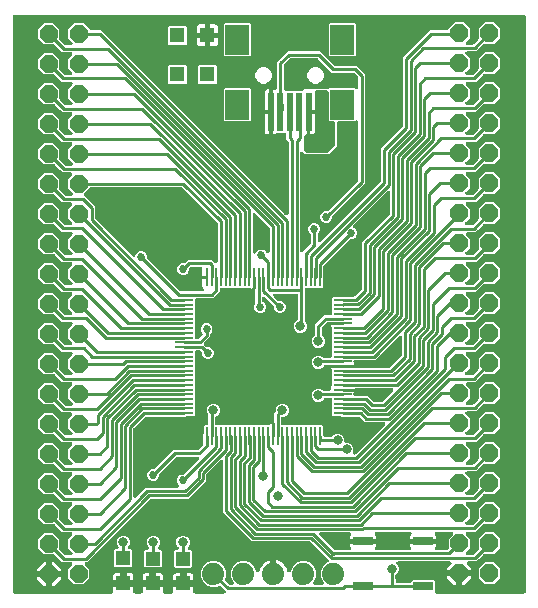
<source format=gbr>
G04 EAGLE Gerber RS-274X export*
G75*
%MOMM*%
%FSLAX34Y34*%
%LPD*%
%INTop Copper*%
%IPPOS*%
%AMOC8*
5,1,8,0,0,1.08239X$1,22.5*%
G01*
%ADD10R,0.230000X1.500000*%
%ADD11R,1.500000X0.230000*%
%ADD12R,2.000000X2.500000*%
%ADD13R,0.500000X3.300000*%
%ADD14C,1.879600*%
%ADD15R,1.308000X1.308000*%
%ADD16P,1.649562X8X292.500000*%
%ADD17R,1.200000X1.200000*%
%ADD18R,1.651000X0.762000*%
%ADD19C,0.254000*%
%ADD20C,0.812800*%
%ADD21C,0.685800*%
%ADD22C,0.889000*%

G36*
X86772Y2293D02*
X86772Y2293D01*
X86823Y2290D01*
X86945Y2312D01*
X87068Y2327D01*
X87116Y2344D01*
X87166Y2353D01*
X87280Y2402D01*
X87396Y2444D01*
X87439Y2472D01*
X87486Y2492D01*
X87585Y2566D01*
X87689Y2633D01*
X87724Y2670D01*
X87765Y2700D01*
X87845Y2795D01*
X87931Y2884D01*
X87957Y2928D01*
X87990Y2967D01*
X88046Y3077D01*
X88110Y3183D01*
X88125Y3231D01*
X88149Y3277D01*
X88178Y3397D01*
X88216Y3515D01*
X88220Y3566D01*
X88232Y3615D01*
X88234Y3739D01*
X88244Y3862D01*
X88236Y3913D01*
X88237Y3964D01*
X88193Y4204D01*
X88045Y4756D01*
X88045Y8091D01*
X95110Y8091D01*
X95136Y8094D01*
X95162Y8092D01*
X95309Y8114D01*
X95456Y8131D01*
X95481Y8139D01*
X95507Y8143D01*
X95644Y8198D01*
X95784Y8248D01*
X95806Y8262D01*
X95831Y8272D01*
X95952Y8357D01*
X96077Y8437D01*
X96095Y8456D01*
X96117Y8471D01*
X96216Y8581D01*
X96319Y8688D01*
X96333Y8710D01*
X96350Y8730D01*
X96422Y8860D01*
X96498Y8987D01*
X96506Y9012D01*
X96519Y9035D01*
X96559Y9178D01*
X96584Y9254D01*
X96588Y9243D01*
X96592Y9217D01*
X96646Y9079D01*
X96696Y8940D01*
X96711Y8918D01*
X96720Y8893D01*
X96805Y8772D01*
X96885Y8647D01*
X96904Y8629D01*
X96919Y8607D01*
X97029Y8508D01*
X97136Y8405D01*
X97159Y8391D01*
X97178Y8374D01*
X97308Y8302D01*
X97435Y8226D01*
X97460Y8218D01*
X97483Y8205D01*
X97626Y8165D01*
X97767Y8120D01*
X97793Y8117D01*
X97818Y8110D01*
X98062Y8091D01*
X105127Y8091D01*
X105127Y4756D01*
X104979Y4204D01*
X104972Y4154D01*
X104956Y4105D01*
X104946Y3982D01*
X104928Y3860D01*
X104932Y3809D01*
X104928Y3758D01*
X104946Y3635D01*
X104957Y3512D01*
X104972Y3464D01*
X104980Y3413D01*
X105025Y3298D01*
X105063Y3180D01*
X105090Y3137D01*
X105108Y3089D01*
X105179Y2988D01*
X105243Y2882D01*
X105278Y2845D01*
X105307Y2803D01*
X105399Y2720D01*
X105485Y2631D01*
X105528Y2604D01*
X105566Y2570D01*
X105674Y2510D01*
X105778Y2443D01*
X105827Y2426D01*
X105871Y2401D01*
X105990Y2368D01*
X106107Y2326D01*
X106157Y2320D01*
X106207Y2306D01*
X106450Y2287D01*
X111751Y2287D01*
X111802Y2293D01*
X111853Y2290D01*
X111975Y2312D01*
X112097Y2327D01*
X112145Y2344D01*
X112196Y2353D01*
X112309Y2402D01*
X112426Y2444D01*
X112468Y2472D01*
X112515Y2492D01*
X112614Y2566D01*
X112718Y2633D01*
X112754Y2670D01*
X112795Y2700D01*
X112874Y2795D01*
X112961Y2884D01*
X112987Y2928D01*
X113020Y2967D01*
X113076Y3077D01*
X113139Y3183D01*
X113155Y3231D01*
X113178Y3277D01*
X113208Y3397D01*
X113246Y3515D01*
X113250Y3566D01*
X113262Y3615D01*
X113264Y3739D01*
X113274Y3862D01*
X113266Y3913D01*
X113267Y3964D01*
X113223Y4204D01*
X113126Y4564D01*
X113126Y7899D01*
X120191Y7899D01*
X120217Y7902D01*
X120243Y7900D01*
X120390Y7922D01*
X120537Y7939D01*
X120562Y7947D01*
X120588Y7951D01*
X120725Y8006D01*
X120865Y8056D01*
X120887Y8070D01*
X120912Y8080D01*
X121033Y8165D01*
X121158Y8245D01*
X121176Y8264D01*
X121198Y8279D01*
X121297Y8389D01*
X121400Y8496D01*
X121414Y8518D01*
X121431Y8538D01*
X121503Y8668D01*
X121579Y8795D01*
X121587Y8820D01*
X121600Y8843D01*
X121640Y8986D01*
X121665Y9062D01*
X121669Y9051D01*
X121673Y9025D01*
X121727Y8887D01*
X121777Y8748D01*
X121792Y8726D01*
X121801Y8701D01*
X121886Y8580D01*
X121966Y8455D01*
X121985Y8437D01*
X122000Y8415D01*
X122110Y8316D01*
X122217Y8213D01*
X122240Y8199D01*
X122259Y8182D01*
X122389Y8110D01*
X122516Y8034D01*
X122541Y8026D01*
X122564Y8013D01*
X122707Y7973D01*
X122848Y7928D01*
X122874Y7925D01*
X122899Y7918D01*
X123143Y7899D01*
X130208Y7899D01*
X130208Y4564D01*
X130111Y4204D01*
X130104Y4154D01*
X130088Y4105D01*
X130079Y3982D01*
X130060Y3860D01*
X130065Y3809D01*
X130060Y3758D01*
X130079Y3635D01*
X130089Y3512D01*
X130105Y3464D01*
X130112Y3413D01*
X130158Y3298D01*
X130196Y3180D01*
X130222Y3137D01*
X130241Y3089D01*
X130311Y2988D01*
X130375Y2882D01*
X130411Y2845D01*
X130440Y2803D01*
X130532Y2720D01*
X130618Y2631D01*
X130661Y2604D01*
X130699Y2570D01*
X130807Y2510D01*
X130911Y2443D01*
X130959Y2426D01*
X131004Y2401D01*
X131123Y2367D01*
X131239Y2326D01*
X131290Y2320D01*
X131339Y2306D01*
X131583Y2287D01*
X137323Y2287D01*
X137374Y2293D01*
X137425Y2290D01*
X137547Y2312D01*
X137670Y2327D01*
X137718Y2344D01*
X137768Y2353D01*
X137881Y2402D01*
X137998Y2444D01*
X138041Y2472D01*
X138087Y2492D01*
X138187Y2566D01*
X138290Y2633D01*
X138326Y2670D01*
X138367Y2700D01*
X138447Y2795D01*
X138533Y2884D01*
X138559Y2928D01*
X138592Y2967D01*
X138648Y3077D01*
X138711Y3183D01*
X138727Y3232D01*
X138750Y3277D01*
X138780Y3397D01*
X138818Y3515D01*
X138822Y3566D01*
X138834Y3615D01*
X138836Y3739D01*
X138846Y3862D01*
X138838Y3913D01*
X138839Y3964D01*
X138795Y4204D01*
X138794Y4207D01*
X138715Y4500D01*
X138715Y7836D01*
X145780Y7836D01*
X145806Y7839D01*
X145832Y7837D01*
X145979Y7859D01*
X146126Y7876D01*
X146151Y7884D01*
X146177Y7888D01*
X146314Y7943D01*
X146454Y7993D01*
X146476Y8007D01*
X146501Y8017D01*
X146622Y8102D01*
X146747Y8182D01*
X146765Y8201D01*
X146787Y8216D01*
X146886Y8326D01*
X146989Y8433D01*
X147003Y8455D01*
X147020Y8475D01*
X147092Y8605D01*
X147168Y8732D01*
X147176Y8757D01*
X147189Y8780D01*
X147229Y8923D01*
X147254Y8999D01*
X147258Y8988D01*
X147262Y8962D01*
X147316Y8824D01*
X147366Y8685D01*
X147381Y8663D01*
X147390Y8638D01*
X147475Y8517D01*
X147555Y8392D01*
X147574Y8374D01*
X147589Y8352D01*
X147699Y8253D01*
X147806Y8150D01*
X147829Y8136D01*
X147848Y8119D01*
X147978Y8047D01*
X148105Y7971D01*
X148130Y7963D01*
X148153Y7950D01*
X148296Y7910D01*
X148437Y7865D01*
X148463Y7862D01*
X148488Y7855D01*
X148732Y7836D01*
X155797Y7836D01*
X155797Y4500D01*
X155717Y4204D01*
X155710Y4154D01*
X155694Y4105D01*
X155684Y3982D01*
X155666Y3860D01*
X155670Y3809D01*
X155666Y3758D01*
X155685Y3636D01*
X155695Y3512D01*
X155710Y3464D01*
X155718Y3413D01*
X155764Y3298D01*
X155802Y3180D01*
X155828Y3137D01*
X155847Y3089D01*
X155917Y2988D01*
X155981Y2882D01*
X156017Y2845D01*
X156046Y2803D01*
X156137Y2720D01*
X156224Y2631D01*
X156267Y2604D01*
X156304Y2570D01*
X156413Y2510D01*
X156517Y2443D01*
X156565Y2426D01*
X156609Y2401D01*
X156729Y2367D01*
X156845Y2326D01*
X156896Y2320D01*
X156945Y2306D01*
X157189Y2287D01*
X181790Y2287D01*
X181890Y2298D01*
X181991Y2300D01*
X182063Y2318D01*
X182137Y2327D01*
X182231Y2360D01*
X182329Y2385D01*
X182395Y2419D01*
X182465Y2444D01*
X182549Y2499D01*
X182638Y2545D01*
X182695Y2593D01*
X182758Y2633D01*
X182827Y2705D01*
X182904Y2770D01*
X182948Y2830D01*
X183000Y2884D01*
X183051Y2970D01*
X183111Y3051D01*
X183140Y3119D01*
X183179Y3183D01*
X183209Y3279D01*
X183249Y3371D01*
X183262Y3444D01*
X183285Y3515D01*
X183293Y3615D01*
X183311Y3714D01*
X183307Y3788D01*
X183313Y3862D01*
X183298Y3962D01*
X183293Y4062D01*
X183272Y4133D01*
X183261Y4207D01*
X183224Y4300D01*
X183196Y4397D01*
X183160Y4462D01*
X183132Y4531D01*
X183075Y4613D01*
X183026Y4701D01*
X182961Y4777D01*
X182933Y4817D01*
X182907Y4841D01*
X182868Y4887D01*
X179196Y8559D01*
X179136Y8606D01*
X179083Y8661D01*
X179000Y8714D01*
X178923Y8775D01*
X178854Y8808D01*
X178789Y8849D01*
X178697Y8882D01*
X178608Y8924D01*
X178533Y8940D01*
X178461Y8966D01*
X178363Y8977D01*
X178267Y8998D01*
X178191Y8996D01*
X178115Y9005D01*
X178017Y8993D01*
X177919Y8992D01*
X177844Y8973D01*
X177769Y8964D01*
X177627Y8918D01*
X177581Y8907D01*
X177564Y8898D01*
X177536Y8889D01*
X175084Y7873D01*
X170738Y7873D01*
X166724Y9536D01*
X163651Y12609D01*
X161988Y16623D01*
X161988Y20969D01*
X163651Y24983D01*
X166724Y28056D01*
X170738Y29719D01*
X175084Y29719D01*
X179098Y28056D01*
X182171Y24983D01*
X183834Y20969D01*
X183834Y16623D01*
X182818Y14171D01*
X182797Y14098D01*
X182767Y14027D01*
X182749Y13931D01*
X182722Y13836D01*
X182719Y13760D01*
X182705Y13684D01*
X182710Y13586D01*
X182705Y13488D01*
X182719Y13413D01*
X182723Y13336D01*
X182750Y13242D01*
X182768Y13145D01*
X182798Y13075D01*
X182820Y13002D01*
X182868Y12916D01*
X182907Y12825D01*
X182952Y12764D01*
X182990Y12697D01*
X183086Y12584D01*
X183115Y12546D01*
X183129Y12533D01*
X183148Y12511D01*
X185814Y9845D01*
X185913Y9766D01*
X186007Y9682D01*
X186050Y9658D01*
X186087Y9628D01*
X186202Y9574D01*
X186312Y9513D01*
X186359Y9500D01*
X186403Y9479D01*
X186526Y9453D01*
X186648Y9418D01*
X186709Y9413D01*
X186743Y9406D01*
X186791Y9407D01*
X186892Y9399D01*
X188584Y9399D01*
X188684Y9410D01*
X188784Y9412D01*
X188856Y9430D01*
X188930Y9439D01*
X189025Y9472D01*
X189122Y9497D01*
X189188Y9531D01*
X189258Y9556D01*
X189342Y9611D01*
X189432Y9657D01*
X189488Y9705D01*
X189551Y9745D01*
X189621Y9817D01*
X189697Y9882D01*
X189741Y9942D01*
X189793Y9996D01*
X189845Y10082D01*
X189904Y10163D01*
X189934Y10231D01*
X189972Y10295D01*
X190002Y10390D01*
X190042Y10483D01*
X190056Y10556D01*
X190078Y10627D01*
X190086Y10727D01*
X190104Y10826D01*
X190100Y10900D01*
X190106Y10974D01*
X190091Y11074D01*
X190086Y11174D01*
X190065Y11245D01*
X190054Y11319D01*
X190017Y11412D01*
X189989Y11509D01*
X189953Y11574D01*
X189926Y11643D01*
X189868Y11725D01*
X189819Y11813D01*
X189754Y11889D01*
X189727Y11929D01*
X189700Y11953D01*
X189661Y11999D01*
X189051Y12609D01*
X187388Y16623D01*
X187388Y20969D01*
X189051Y24983D01*
X192124Y28056D01*
X196138Y29719D01*
X200484Y29719D01*
X204498Y28056D01*
X207571Y24983D01*
X209144Y21184D01*
X209196Y21092D01*
X209238Y20996D01*
X209280Y20940D01*
X209314Y20880D01*
X209385Y20801D01*
X209448Y20717D01*
X209501Y20673D01*
X209548Y20621D01*
X209635Y20561D01*
X209715Y20494D01*
X209777Y20463D01*
X209835Y20423D01*
X209933Y20385D01*
X210027Y20337D01*
X210094Y20321D01*
X210159Y20295D01*
X210263Y20280D01*
X210365Y20255D01*
X210435Y20255D01*
X210504Y20245D01*
X210609Y20253D01*
X210714Y20252D01*
X210782Y20268D01*
X210851Y20273D01*
X210951Y20306D01*
X211054Y20329D01*
X211116Y20359D01*
X211183Y20381D01*
X211273Y20435D01*
X211368Y20481D01*
X211422Y20524D01*
X211481Y20560D01*
X211557Y20634D01*
X211639Y20700D01*
X211681Y20755D01*
X211731Y20803D01*
X211788Y20892D01*
X211853Y20975D01*
X211882Y21038D01*
X211919Y21096D01*
X211955Y21196D01*
X211999Y21291D01*
X212020Y21381D01*
X212036Y21425D01*
X212040Y21463D01*
X212056Y21529D01*
X212066Y21592D01*
X212647Y23379D01*
X213500Y25053D01*
X214605Y26574D01*
X215933Y27902D01*
X217454Y29007D01*
X219128Y29860D01*
X220915Y30441D01*
X221172Y30481D01*
X221172Y19812D01*
X221175Y19786D01*
X221173Y19760D01*
X221195Y19613D01*
X221212Y19466D01*
X221220Y19441D01*
X221224Y19415D01*
X221279Y19278D01*
X221329Y19138D01*
X221343Y19116D01*
X221353Y19091D01*
X221438Y18970D01*
X221518Y18845D01*
X221537Y18827D01*
X221552Y18805D01*
X221662Y18706D01*
X221769Y18603D01*
X221791Y18589D01*
X221811Y18572D01*
X221941Y18500D01*
X222068Y18424D01*
X222093Y18416D01*
X222116Y18403D01*
X222259Y18363D01*
X222400Y18318D01*
X222426Y18316D01*
X222451Y18309D01*
X222695Y18289D01*
X224727Y18289D01*
X224753Y18292D01*
X224779Y18290D01*
X224926Y18312D01*
X225073Y18329D01*
X225098Y18338D01*
X225124Y18342D01*
X225262Y18396D01*
X225401Y18446D01*
X225423Y18461D01*
X225448Y18470D01*
X225569Y18555D01*
X225694Y18635D01*
X225712Y18654D01*
X225734Y18669D01*
X225833Y18779D01*
X225936Y18886D01*
X225950Y18909D01*
X225967Y18928D01*
X226039Y19058D01*
X226115Y19185D01*
X226123Y19210D01*
X226136Y19233D01*
X226176Y19376D01*
X226221Y19517D01*
X226223Y19543D01*
X226231Y19568D01*
X226250Y19812D01*
X226250Y30481D01*
X226507Y30441D01*
X228294Y29860D01*
X229968Y29007D01*
X231489Y27902D01*
X232817Y26574D01*
X233922Y25053D01*
X234775Y23379D01*
X235356Y21592D01*
X235366Y21529D01*
X235394Y21428D01*
X235413Y21324D01*
X235441Y21260D01*
X235459Y21193D01*
X235510Y21101D01*
X235552Y21004D01*
X235593Y20948D01*
X235626Y20888D01*
X235697Y20809D01*
X235760Y20724D01*
X235813Y20680D01*
X235859Y20628D01*
X235945Y20567D01*
X236026Y20499D01*
X236087Y20468D01*
X236144Y20428D01*
X236242Y20389D01*
X236336Y20341D01*
X236403Y20324D01*
X236468Y20298D01*
X236572Y20282D01*
X236674Y20256D01*
X236743Y20255D01*
X236812Y20245D01*
X236917Y20253D01*
X237023Y20251D01*
X237090Y20266D01*
X237160Y20272D01*
X237260Y20303D01*
X237363Y20326D01*
X237426Y20356D01*
X237492Y20376D01*
X237583Y20430D01*
X237678Y20475D01*
X237732Y20519D01*
X237792Y20554D01*
X237868Y20627D01*
X237950Y20693D01*
X237993Y20747D01*
X238043Y20795D01*
X238101Y20884D01*
X238166Y20966D01*
X238208Y21049D01*
X238233Y21087D01*
X238247Y21124D01*
X238278Y21184D01*
X239851Y24983D01*
X242924Y28056D01*
X246938Y29719D01*
X251284Y29719D01*
X255298Y28056D01*
X258371Y24983D01*
X260034Y20969D01*
X260034Y16623D01*
X258371Y12609D01*
X257761Y11999D01*
X257699Y11920D01*
X257629Y11848D01*
X257591Y11784D01*
X257545Y11726D01*
X257502Y11635D01*
X257450Y11549D01*
X257427Y11478D01*
X257396Y11411D01*
X257374Y11313D01*
X257344Y11217D01*
X257338Y11143D01*
X257322Y11070D01*
X257324Y10970D01*
X257316Y10870D01*
X257327Y10796D01*
X257328Y10722D01*
X257353Y10625D01*
X257368Y10525D01*
X257395Y10456D01*
X257413Y10384D01*
X257459Y10295D01*
X257496Y10201D01*
X257539Y10140D01*
X257573Y10074D01*
X257638Y9997D01*
X257695Y9915D01*
X257750Y9865D01*
X257799Y9809D01*
X257879Y9749D01*
X257954Y9682D01*
X258019Y9646D01*
X258079Y9601D01*
X258171Y9562D01*
X258259Y9513D01*
X258331Y9493D01*
X258399Y9463D01*
X258498Y9446D01*
X258594Y9418D01*
X258694Y9410D01*
X258742Y9402D01*
X258778Y9404D01*
X258838Y9399D01*
X264784Y9399D01*
X264884Y9410D01*
X264984Y9412D01*
X265056Y9430D01*
X265130Y9439D01*
X265225Y9472D01*
X265322Y9497D01*
X265388Y9531D01*
X265458Y9556D01*
X265542Y9611D01*
X265632Y9657D01*
X265688Y9705D01*
X265751Y9745D01*
X265821Y9817D01*
X265897Y9882D01*
X265941Y9942D01*
X265993Y9996D01*
X266045Y10082D01*
X266104Y10163D01*
X266134Y10231D01*
X266172Y10295D01*
X266202Y10390D01*
X266242Y10483D01*
X266256Y10556D01*
X266278Y10627D01*
X266286Y10727D01*
X266304Y10826D01*
X266300Y10900D01*
X266306Y10974D01*
X266291Y11074D01*
X266286Y11174D01*
X266265Y11245D01*
X266254Y11319D01*
X266217Y11412D01*
X266189Y11509D01*
X266153Y11574D01*
X266126Y11643D01*
X266068Y11725D01*
X266019Y11813D01*
X265954Y11889D01*
X265927Y11929D01*
X265900Y11953D01*
X265861Y11999D01*
X265251Y12609D01*
X263588Y16623D01*
X263588Y20969D01*
X265251Y24983D01*
X268324Y28056D01*
X269646Y28604D01*
X269778Y28677D01*
X269911Y28746D01*
X269930Y28761D01*
X269951Y28773D01*
X270062Y28874D01*
X270177Y28971D01*
X270191Y28991D01*
X270209Y29007D01*
X270295Y29131D01*
X270384Y29252D01*
X270394Y29274D01*
X270407Y29294D01*
X270462Y29434D01*
X270522Y29572D01*
X270526Y29595D01*
X270535Y29618D01*
X270557Y29767D01*
X270584Y29915D01*
X270582Y29939D01*
X270586Y29963D01*
X270573Y30113D01*
X270566Y30263D01*
X270559Y30286D01*
X270557Y30310D01*
X270511Y30453D01*
X270469Y30598D01*
X270457Y30619D01*
X270450Y30642D01*
X270372Y30771D01*
X270299Y30902D01*
X270280Y30924D01*
X270270Y30940D01*
X270237Y30974D01*
X270141Y31088D01*
X255194Y46035D01*
X255095Y46114D01*
X255001Y46198D01*
X254958Y46222D01*
X254921Y46252D01*
X254806Y46306D01*
X254696Y46367D01*
X254649Y46380D01*
X254605Y46401D01*
X254482Y46427D01*
X254360Y46462D01*
X254299Y46467D01*
X254265Y46474D01*
X254217Y46473D01*
X254116Y46481D01*
X205344Y46481D01*
X203261Y48564D01*
X203261Y48565D01*
X183185Y68641D01*
X181101Y70724D01*
X181101Y114035D01*
X181090Y114135D01*
X181088Y114236D01*
X181070Y114308D01*
X181061Y114382D01*
X181028Y114476D01*
X181003Y114574D01*
X180969Y114640D01*
X180944Y114710D01*
X180889Y114794D01*
X180843Y114883D01*
X180795Y114940D01*
X180755Y115003D01*
X180683Y115072D01*
X180618Y115149D01*
X180558Y115193D01*
X180504Y115245D01*
X180418Y115296D01*
X180337Y115356D01*
X180269Y115385D01*
X180205Y115424D01*
X180109Y115454D01*
X180017Y115494D01*
X179944Y115507D01*
X179873Y115530D01*
X179773Y115538D01*
X179674Y115556D01*
X179600Y115552D01*
X179526Y115558D01*
X179426Y115543D01*
X179326Y115538D01*
X179255Y115517D01*
X179181Y115506D01*
X179088Y115469D01*
X178991Y115441D01*
X178926Y115405D01*
X178857Y115377D01*
X178775Y115320D01*
X178687Y115271D01*
X178611Y115206D01*
X178571Y115178D01*
X178547Y115152D01*
X178501Y115113D01*
X167325Y103937D01*
X167246Y103838D01*
X167162Y103744D01*
X167138Y103701D01*
X167108Y103664D01*
X167054Y103549D01*
X166993Y103439D01*
X166980Y103392D01*
X166959Y103348D01*
X166933Y103225D01*
X166898Y103103D01*
X166893Y103042D01*
X166886Y103008D01*
X166887Y102960D01*
X166879Y102859D01*
X166879Y97775D01*
X151780Y82676D01*
X120280Y82676D01*
X120154Y82662D01*
X120028Y82655D01*
X119981Y82642D01*
X119933Y82636D01*
X119814Y82594D01*
X119693Y82559D01*
X119651Y82535D01*
X119605Y82519D01*
X119499Y82450D01*
X119389Y82389D01*
X119342Y82349D01*
X119312Y82330D01*
X119279Y82295D01*
X119202Y82230D01*
X65928Y28955D01*
X65507Y28955D01*
X65407Y28944D01*
X65307Y28942D01*
X65234Y28924D01*
X65161Y28915D01*
X65066Y28882D01*
X64969Y28857D01*
X64902Y28823D01*
X64832Y28798D01*
X64748Y28743D01*
X64659Y28697D01*
X64602Y28649D01*
X64540Y28609D01*
X64470Y28537D01*
X64393Y28472D01*
X64349Y28412D01*
X64297Y28358D01*
X64246Y28272D01*
X64186Y28191D01*
X64157Y28123D01*
X64119Y28059D01*
X64088Y27963D01*
X64048Y27871D01*
X64035Y27798D01*
X64012Y27727D01*
X64004Y27627D01*
X63987Y27528D01*
X63990Y27454D01*
X63984Y27380D01*
X63999Y27280D01*
X64004Y27180D01*
X64025Y27109D01*
X64036Y27035D01*
X64073Y26942D01*
X64101Y26845D01*
X64137Y26780D01*
X64165Y26711D01*
X64222Y26629D01*
X64271Y26541D01*
X64336Y26465D01*
X64364Y26425D01*
X64390Y26401D01*
X64430Y26355D01*
X67883Y22902D01*
X67883Y15326D01*
X62526Y9969D01*
X54950Y9969D01*
X49593Y15326D01*
X49593Y22902D01*
X53046Y26355D01*
X53109Y26433D01*
X53179Y26506D01*
X53217Y26570D01*
X53263Y26628D01*
X53306Y26719D01*
X53357Y26805D01*
X53380Y26876D01*
X53412Y26943D01*
X53433Y27041D01*
X53464Y27137D01*
X53470Y27211D01*
X53485Y27284D01*
X53484Y27384D01*
X53492Y27484D01*
X53481Y27558D01*
X53479Y27632D01*
X53455Y27729D01*
X53440Y27829D01*
X53412Y27898D01*
X53394Y27970D01*
X53348Y28060D01*
X53311Y28153D01*
X53269Y28214D01*
X53235Y28280D01*
X53169Y28357D01*
X53112Y28439D01*
X53057Y28489D01*
X53009Y28545D01*
X52928Y28605D01*
X52853Y28672D01*
X52788Y28708D01*
X52729Y28753D01*
X52636Y28792D01*
X52548Y28841D01*
X52477Y28861D01*
X52409Y28891D01*
X52310Y28908D01*
X52213Y28936D01*
X52113Y28944D01*
X52065Y28952D01*
X52030Y28950D01*
X51969Y28955D01*
X44816Y28955D01*
X42733Y31039D01*
X38841Y34930D01*
X38821Y34947D01*
X38804Y34967D01*
X38684Y35055D01*
X38568Y35147D01*
X38545Y35158D01*
X38523Y35174D01*
X38387Y35233D01*
X38253Y35296D01*
X38227Y35301D01*
X38203Y35312D01*
X38057Y35338D01*
X37912Y35369D01*
X37886Y35369D01*
X37860Y35374D01*
X37765Y35369D01*
X37757Y35369D01*
X29550Y35369D01*
X24193Y40726D01*
X24193Y48302D01*
X29550Y53659D01*
X37126Y53659D01*
X42483Y48302D01*
X42483Y40565D01*
X42428Y40449D01*
X42423Y40423D01*
X42412Y40399D01*
X42386Y40253D01*
X42355Y40108D01*
X42355Y40082D01*
X42350Y40056D01*
X42358Y39908D01*
X42361Y39760D01*
X42367Y39734D01*
X42368Y39708D01*
X42409Y39565D01*
X42446Y39422D01*
X42458Y39398D01*
X42465Y39373D01*
X42537Y39244D01*
X42605Y39112D01*
X42622Y39092D01*
X42635Y39069D01*
X42794Y38883D01*
X46685Y34991D01*
X46784Y34912D01*
X46878Y34828D01*
X46921Y34804D01*
X46958Y34774D01*
X47073Y34720D01*
X47183Y34659D01*
X47230Y34646D01*
X47274Y34625D01*
X47397Y34599D01*
X47519Y34564D01*
X47580Y34559D01*
X47614Y34552D01*
X47662Y34553D01*
X47763Y34545D01*
X52097Y34545D01*
X52197Y34556D01*
X52297Y34558D01*
X52370Y34576D01*
X52443Y34585D01*
X52538Y34618D01*
X52635Y34643D01*
X52702Y34677D01*
X52772Y34702D01*
X52856Y34757D01*
X52945Y34803D01*
X53002Y34851D01*
X53064Y34891D01*
X53134Y34963D01*
X53211Y35028D01*
X53255Y35088D01*
X53307Y35142D01*
X53358Y35228D01*
X53418Y35309D01*
X53447Y35377D01*
X53485Y35441D01*
X53516Y35537D01*
X53556Y35629D01*
X53569Y35702D01*
X53592Y35773D01*
X53600Y35873D01*
X53617Y35972D01*
X53614Y36046D01*
X53620Y36120D01*
X53605Y36220D01*
X53600Y36320D01*
X53579Y36391D01*
X53568Y36465D01*
X53531Y36558D01*
X53503Y36655D01*
X53467Y36720D01*
X53439Y36789D01*
X53382Y36871D01*
X53333Y36959D01*
X53268Y37035D01*
X53240Y37075D01*
X53214Y37099D01*
X53174Y37145D01*
X49593Y40726D01*
X49593Y48302D01*
X53046Y51755D01*
X53109Y51833D01*
X53179Y51906D01*
X53217Y51970D01*
X53263Y52028D01*
X53306Y52119D01*
X53357Y52205D01*
X53380Y52276D01*
X53412Y52343D01*
X53433Y52441D01*
X53464Y52537D01*
X53470Y52611D01*
X53485Y52684D01*
X53484Y52784D01*
X53492Y52884D01*
X53481Y52958D01*
X53479Y53032D01*
X53455Y53129D01*
X53440Y53229D01*
X53412Y53298D01*
X53394Y53370D01*
X53348Y53460D01*
X53311Y53553D01*
X53269Y53614D01*
X53235Y53680D01*
X53169Y53757D01*
X53112Y53839D01*
X53057Y53889D01*
X53009Y53945D01*
X52928Y54005D01*
X52853Y54072D01*
X52788Y54108D01*
X52729Y54153D01*
X52636Y54192D01*
X52548Y54241D01*
X52477Y54261D01*
X52409Y54291D01*
X52310Y54308D01*
X52213Y54336D01*
X52113Y54344D01*
X52065Y54352D01*
X52030Y54350D01*
X51969Y54355D01*
X45070Y54355D01*
X38968Y60457D01*
X38948Y60474D01*
X38931Y60494D01*
X38811Y60582D01*
X38695Y60674D01*
X38671Y60685D01*
X38650Y60701D01*
X38514Y60760D01*
X38380Y60823D01*
X38354Y60828D01*
X38330Y60839D01*
X38184Y60865D01*
X38039Y60896D01*
X38013Y60896D01*
X37987Y60901D01*
X37839Y60893D01*
X37691Y60890D01*
X37665Y60884D01*
X37639Y60883D01*
X37497Y60842D01*
X37353Y60805D01*
X37330Y60793D01*
X37304Y60786D01*
X37274Y60769D01*
X29550Y60769D01*
X24193Y66126D01*
X24193Y73702D01*
X29550Y79059D01*
X37126Y79059D01*
X42483Y73702D01*
X42483Y65642D01*
X42482Y65638D01*
X42482Y65610D01*
X42477Y65583D01*
X42485Y65436D01*
X42487Y65290D01*
X42494Y65263D01*
X42495Y65235D01*
X42536Y65094D01*
X42572Y64951D01*
X42584Y64927D01*
X42592Y64900D01*
X42664Y64772D01*
X42731Y64641D01*
X42749Y64620D01*
X42762Y64596D01*
X42921Y64410D01*
X46939Y60391D01*
X47038Y60312D01*
X47132Y60228D01*
X47175Y60204D01*
X47212Y60174D01*
X47327Y60120D01*
X47437Y60059D01*
X47484Y60046D01*
X47528Y60025D01*
X47651Y59999D01*
X47773Y59964D01*
X47834Y59959D01*
X47868Y59952D01*
X47916Y59953D01*
X48017Y59945D01*
X52097Y59945D01*
X52197Y59956D01*
X52297Y59958D01*
X52370Y59976D01*
X52443Y59985D01*
X52538Y60018D01*
X52635Y60043D01*
X52702Y60077D01*
X52772Y60102D01*
X52856Y60157D01*
X52945Y60203D01*
X53002Y60251D01*
X53064Y60291D01*
X53134Y60363D01*
X53211Y60428D01*
X53255Y60488D01*
X53307Y60542D01*
X53358Y60628D01*
X53418Y60709D01*
X53447Y60777D01*
X53485Y60841D01*
X53516Y60937D01*
X53556Y61029D01*
X53569Y61102D01*
X53592Y61173D01*
X53600Y61273D01*
X53617Y61372D01*
X53614Y61446D01*
X53620Y61520D01*
X53605Y61620D01*
X53600Y61720D01*
X53579Y61791D01*
X53568Y61865D01*
X53531Y61958D01*
X53503Y62055D01*
X53467Y62120D01*
X53439Y62189D01*
X53382Y62271D01*
X53333Y62359D01*
X53268Y62435D01*
X53240Y62475D01*
X53214Y62499D01*
X53174Y62545D01*
X49593Y66126D01*
X49593Y73702D01*
X53046Y77155D01*
X53109Y77233D01*
X53179Y77306D01*
X53217Y77370D01*
X53263Y77428D01*
X53306Y77519D01*
X53357Y77605D01*
X53380Y77676D01*
X53412Y77743D01*
X53433Y77841D01*
X53464Y77937D01*
X53470Y78011D01*
X53485Y78084D01*
X53484Y78184D01*
X53492Y78284D01*
X53481Y78358D01*
X53479Y78432D01*
X53455Y78529D01*
X53440Y78629D01*
X53412Y78698D01*
X53394Y78770D01*
X53348Y78860D01*
X53311Y78953D01*
X53269Y79014D01*
X53235Y79080D01*
X53169Y79157D01*
X53112Y79239D01*
X53057Y79289D01*
X53009Y79345D01*
X52928Y79405D01*
X52853Y79472D01*
X52788Y79508D01*
X52729Y79553D01*
X52636Y79592D01*
X52548Y79641D01*
X52477Y79661D01*
X52409Y79691D01*
X52310Y79708D01*
X52213Y79736D01*
X52113Y79744D01*
X52065Y79752D01*
X52030Y79750D01*
X51969Y79755D01*
X44816Y79755D01*
X42733Y81839D01*
X38841Y85730D01*
X38821Y85747D01*
X38804Y85767D01*
X38684Y85855D01*
X38568Y85947D01*
X38545Y85958D01*
X38523Y85974D01*
X38387Y86033D01*
X38253Y86096D01*
X38227Y86101D01*
X38203Y86112D01*
X38057Y86138D01*
X37912Y86169D01*
X37886Y86169D01*
X37860Y86174D01*
X37765Y86169D01*
X37757Y86169D01*
X29550Y86169D01*
X24193Y91526D01*
X24193Y99102D01*
X29550Y104459D01*
X37126Y104459D01*
X42483Y99102D01*
X42483Y91365D01*
X42428Y91249D01*
X42423Y91223D01*
X42412Y91199D01*
X42386Y91053D01*
X42355Y90908D01*
X42355Y90882D01*
X42350Y90856D01*
X42358Y90708D01*
X42361Y90560D01*
X42367Y90534D01*
X42368Y90508D01*
X42409Y90366D01*
X42446Y90222D01*
X42458Y90198D01*
X42465Y90173D01*
X42537Y90044D01*
X42605Y89912D01*
X42622Y89892D01*
X42635Y89869D01*
X42794Y89683D01*
X46685Y85791D01*
X46784Y85712D01*
X46878Y85628D01*
X46921Y85604D01*
X46958Y85574D01*
X47073Y85520D01*
X47183Y85459D01*
X47230Y85446D01*
X47274Y85425D01*
X47397Y85399D01*
X47519Y85364D01*
X47580Y85359D01*
X47614Y85352D01*
X47662Y85353D01*
X47763Y85345D01*
X52097Y85345D01*
X52197Y85356D01*
X52297Y85358D01*
X52370Y85376D01*
X52443Y85385D01*
X52538Y85418D01*
X52635Y85443D01*
X52702Y85477D01*
X52772Y85502D01*
X52856Y85557D01*
X52945Y85603D01*
X53002Y85651D01*
X53064Y85691D01*
X53134Y85763D01*
X53211Y85828D01*
X53255Y85888D01*
X53307Y85942D01*
X53358Y86028D01*
X53418Y86109D01*
X53447Y86177D01*
X53485Y86241D01*
X53516Y86337D01*
X53556Y86429D01*
X53569Y86502D01*
X53592Y86573D01*
X53600Y86673D01*
X53617Y86772D01*
X53614Y86846D01*
X53620Y86920D01*
X53605Y87020D01*
X53600Y87120D01*
X53579Y87191D01*
X53568Y87265D01*
X53531Y87358D01*
X53503Y87455D01*
X53467Y87520D01*
X53439Y87589D01*
X53382Y87671D01*
X53333Y87759D01*
X53268Y87835D01*
X53240Y87875D01*
X53214Y87899D01*
X53174Y87945D01*
X49593Y91526D01*
X49593Y99102D01*
X53046Y102555D01*
X53109Y102633D01*
X53179Y102706D01*
X53217Y102770D01*
X53263Y102828D01*
X53306Y102919D01*
X53357Y103005D01*
X53380Y103076D01*
X53412Y103143D01*
X53433Y103241D01*
X53464Y103337D01*
X53470Y103411D01*
X53485Y103484D01*
X53484Y103584D01*
X53492Y103684D01*
X53481Y103758D01*
X53479Y103832D01*
X53455Y103929D01*
X53440Y104029D01*
X53412Y104098D01*
X53394Y104170D01*
X53348Y104260D01*
X53311Y104353D01*
X53269Y104414D01*
X53235Y104480D01*
X53169Y104557D01*
X53112Y104639D01*
X53057Y104689D01*
X53009Y104745D01*
X52928Y104805D01*
X52853Y104872D01*
X52788Y104908D01*
X52729Y104953D01*
X52636Y104992D01*
X52548Y105041D01*
X52477Y105061D01*
X52409Y105091D01*
X52310Y105108D01*
X52213Y105136D01*
X52113Y105144D01*
X52065Y105152D01*
X52030Y105150D01*
X51969Y105155D01*
X44816Y105155D01*
X38841Y111130D01*
X38819Y111148D01*
X38801Y111169D01*
X38683Y111256D01*
X38568Y111347D01*
X38543Y111359D01*
X38521Y111375D01*
X38386Y111433D01*
X38253Y111496D01*
X38226Y111502D01*
X38200Y111513D01*
X38056Y111538D01*
X37912Y111569D01*
X37885Y111569D01*
X37857Y111574D01*
X37764Y111569D01*
X37757Y111569D01*
X29550Y111569D01*
X24193Y116926D01*
X24193Y124502D01*
X29550Y129859D01*
X37126Y129859D01*
X42483Y124502D01*
X42483Y116765D01*
X42428Y116649D01*
X42423Y116623D01*
X42412Y116599D01*
X42386Y116453D01*
X42355Y116308D01*
X42355Y116282D01*
X42350Y116256D01*
X42358Y116108D01*
X42361Y115960D01*
X42367Y115934D01*
X42368Y115908D01*
X42409Y115766D01*
X42446Y115622D01*
X42458Y115599D01*
X42465Y115573D01*
X42537Y115444D01*
X42605Y115312D01*
X42622Y115292D01*
X42635Y115269D01*
X42794Y115083D01*
X46685Y111191D01*
X46784Y111112D01*
X46878Y111028D01*
X46921Y111004D01*
X46958Y110974D01*
X47073Y110920D01*
X47183Y110859D01*
X47230Y110846D01*
X47274Y110825D01*
X47397Y110799D01*
X47519Y110764D01*
X47580Y110759D01*
X47614Y110752D01*
X47662Y110753D01*
X47763Y110745D01*
X52097Y110745D01*
X52197Y110756D01*
X52297Y110758D01*
X52370Y110776D01*
X52443Y110785D01*
X52538Y110818D01*
X52635Y110843D01*
X52702Y110877D01*
X52772Y110902D01*
X52856Y110957D01*
X52945Y111003D01*
X53002Y111051D01*
X53064Y111091D01*
X53134Y111163D01*
X53211Y111228D01*
X53255Y111288D01*
X53307Y111342D01*
X53358Y111428D01*
X53418Y111509D01*
X53447Y111577D01*
X53485Y111641D01*
X53516Y111737D01*
X53556Y111829D01*
X53569Y111902D01*
X53592Y111973D01*
X53600Y112073D01*
X53617Y112172D01*
X53614Y112246D01*
X53620Y112320D01*
X53605Y112420D01*
X53600Y112520D01*
X53579Y112591D01*
X53568Y112665D01*
X53531Y112758D01*
X53503Y112855D01*
X53467Y112920D01*
X53439Y112989D01*
X53382Y113071D01*
X53333Y113159D01*
X53268Y113235D01*
X53240Y113275D01*
X53214Y113299D01*
X53174Y113345D01*
X49593Y116926D01*
X49593Y124502D01*
X53046Y127955D01*
X53109Y128033D01*
X53179Y128106D01*
X53217Y128170D01*
X53263Y128228D01*
X53306Y128319D01*
X53357Y128405D01*
X53380Y128476D01*
X53412Y128543D01*
X53433Y128641D01*
X53464Y128737D01*
X53470Y128811D01*
X53485Y128884D01*
X53484Y128984D01*
X53492Y129084D01*
X53481Y129158D01*
X53479Y129232D01*
X53455Y129329D01*
X53440Y129429D01*
X53412Y129498D01*
X53394Y129570D01*
X53348Y129660D01*
X53311Y129753D01*
X53269Y129814D01*
X53235Y129880D01*
X53169Y129957D01*
X53112Y130039D01*
X53057Y130089D01*
X53009Y130145D01*
X52928Y130205D01*
X52853Y130272D01*
X52788Y130308D01*
X52729Y130353D01*
X52636Y130392D01*
X52548Y130441D01*
X52477Y130461D01*
X52409Y130491D01*
X52310Y130508D01*
X52213Y130536D01*
X52113Y130544D01*
X52065Y130552D01*
X52030Y130550D01*
X51969Y130555D01*
X44816Y130555D01*
X38841Y136530D01*
X38819Y136548D01*
X38801Y136569D01*
X38683Y136656D01*
X38568Y136747D01*
X38543Y136759D01*
X38521Y136775D01*
X38386Y136833D01*
X38253Y136896D01*
X38226Y136902D01*
X38200Y136913D01*
X38056Y136938D01*
X37912Y136969D01*
X37885Y136969D01*
X37857Y136974D01*
X37764Y136969D01*
X37757Y136969D01*
X29550Y136969D01*
X24193Y142326D01*
X24193Y149902D01*
X29550Y155259D01*
X37126Y155259D01*
X42483Y149902D01*
X42483Y142165D01*
X42428Y142049D01*
X42423Y142023D01*
X42412Y141999D01*
X42386Y141853D01*
X42355Y141708D01*
X42355Y141682D01*
X42350Y141656D01*
X42358Y141508D01*
X42361Y141360D01*
X42367Y141334D01*
X42368Y141308D01*
X42409Y141166D01*
X42446Y141022D01*
X42458Y140999D01*
X42465Y140973D01*
X42537Y140844D01*
X42605Y140712D01*
X42622Y140692D01*
X42635Y140669D01*
X42794Y140483D01*
X46685Y136591D01*
X46784Y136512D01*
X46878Y136428D01*
X46921Y136404D01*
X46958Y136374D01*
X47073Y136320D01*
X47183Y136259D01*
X47230Y136246D01*
X47274Y136225D01*
X47397Y136199D01*
X47519Y136164D01*
X47580Y136159D01*
X47614Y136152D01*
X47662Y136153D01*
X47763Y136145D01*
X52097Y136145D01*
X52197Y136156D01*
X52297Y136158D01*
X52370Y136176D01*
X52443Y136185D01*
X52538Y136218D01*
X52635Y136243D01*
X52702Y136277D01*
X52772Y136302D01*
X52856Y136357D01*
X52945Y136403D01*
X53002Y136451D01*
X53064Y136491D01*
X53134Y136563D01*
X53211Y136628D01*
X53255Y136688D01*
X53307Y136742D01*
X53358Y136828D01*
X53418Y136909D01*
X53447Y136977D01*
X53485Y137041D01*
X53516Y137137D01*
X53556Y137229D01*
X53569Y137302D01*
X53592Y137373D01*
X53600Y137473D01*
X53617Y137572D01*
X53614Y137646D01*
X53620Y137720D01*
X53605Y137820D01*
X53600Y137920D01*
X53579Y137991D01*
X53568Y138065D01*
X53531Y138158D01*
X53503Y138255D01*
X53467Y138320D01*
X53439Y138389D01*
X53382Y138471D01*
X53333Y138559D01*
X53268Y138635D01*
X53240Y138675D01*
X53214Y138699D01*
X53174Y138745D01*
X49593Y142326D01*
X49593Y149902D01*
X52792Y153101D01*
X52855Y153179D01*
X52925Y153252D01*
X52963Y153316D01*
X53009Y153374D01*
X53052Y153465D01*
X53103Y153551D01*
X53126Y153622D01*
X53158Y153689D01*
X53179Y153787D01*
X53210Y153883D01*
X53216Y153957D01*
X53231Y154030D01*
X53230Y154130D01*
X53238Y154230D01*
X53227Y154304D01*
X53225Y154378D01*
X53201Y154475D01*
X53186Y154575D01*
X53158Y154644D01*
X53140Y154716D01*
X53094Y154805D01*
X53057Y154899D01*
X53015Y154960D01*
X52981Y155026D01*
X52916Y155102D01*
X52858Y155185D01*
X52803Y155235D01*
X52755Y155291D01*
X52674Y155351D01*
X52599Y155418D01*
X52534Y155454D01*
X52475Y155499D01*
X52382Y155538D01*
X52294Y155587D01*
X52223Y155607D01*
X52155Y155637D01*
X52056Y155654D01*
X51959Y155682D01*
X51859Y155690D01*
X51811Y155698D01*
X51776Y155696D01*
X51715Y155701D01*
X45070Y155701D01*
X42987Y157785D01*
X38841Y161930D01*
X38821Y161947D01*
X38804Y161967D01*
X38684Y162055D01*
X38568Y162147D01*
X38545Y162158D01*
X38523Y162174D01*
X38387Y162233D01*
X38253Y162296D01*
X38227Y162301D01*
X38203Y162312D01*
X38057Y162338D01*
X37912Y162369D01*
X37886Y162369D01*
X37860Y162374D01*
X37765Y162369D01*
X37757Y162369D01*
X29550Y162369D01*
X24193Y167726D01*
X24193Y175302D01*
X29550Y180659D01*
X37126Y180659D01*
X42483Y175302D01*
X42483Y167565D01*
X42428Y167449D01*
X42423Y167423D01*
X42412Y167399D01*
X42386Y167253D01*
X42355Y167108D01*
X42355Y167082D01*
X42350Y167056D01*
X42358Y166908D01*
X42361Y166760D01*
X42367Y166734D01*
X42368Y166708D01*
X42409Y166566D01*
X42446Y166422D01*
X42458Y166398D01*
X42465Y166373D01*
X42537Y166244D01*
X42605Y166112D01*
X42622Y166092D01*
X42635Y166069D01*
X42794Y165883D01*
X46939Y161737D01*
X47038Y161658D01*
X47132Y161574D01*
X47175Y161550D01*
X47212Y161520D01*
X47327Y161466D01*
X47437Y161405D01*
X47484Y161392D01*
X47528Y161371D01*
X47651Y161345D01*
X47773Y161310D01*
X47834Y161305D01*
X47868Y161298D01*
X47916Y161299D01*
X48017Y161291D01*
X52351Y161291D01*
X52451Y161302D01*
X52551Y161304D01*
X52624Y161322D01*
X52697Y161331D01*
X52792Y161364D01*
X52889Y161389D01*
X52956Y161423D01*
X53026Y161448D01*
X53110Y161503D01*
X53199Y161549D01*
X53256Y161597D01*
X53318Y161637D01*
X53388Y161709D01*
X53465Y161774D01*
X53509Y161834D01*
X53561Y161888D01*
X53612Y161974D01*
X53672Y162055D01*
X53701Y162123D01*
X53739Y162187D01*
X53770Y162283D01*
X53810Y162375D01*
X53823Y162448D01*
X53846Y162519D01*
X53854Y162619D01*
X53871Y162718D01*
X53868Y162792D01*
X53874Y162866D01*
X53859Y162966D01*
X53854Y163066D01*
X53833Y163137D01*
X53822Y163211D01*
X53785Y163304D01*
X53757Y163401D01*
X53721Y163466D01*
X53693Y163535D01*
X53636Y163617D01*
X53587Y163705D01*
X53522Y163781D01*
X53494Y163821D01*
X53468Y163845D01*
X53428Y163891D01*
X49593Y167726D01*
X49593Y175302D01*
X53046Y178755D01*
X53109Y178833D01*
X53179Y178906D01*
X53217Y178970D01*
X53263Y179028D01*
X53306Y179119D01*
X53357Y179205D01*
X53380Y179276D01*
X53412Y179343D01*
X53433Y179441D01*
X53464Y179537D01*
X53470Y179611D01*
X53485Y179684D01*
X53484Y179784D01*
X53492Y179884D01*
X53481Y179958D01*
X53479Y180032D01*
X53455Y180129D01*
X53440Y180229D01*
X53412Y180298D01*
X53394Y180370D01*
X53348Y180460D01*
X53311Y180553D01*
X53269Y180614D01*
X53235Y180680D01*
X53169Y180757D01*
X53112Y180839D01*
X53057Y180889D01*
X53009Y180945D01*
X52928Y181005D01*
X52853Y181072D01*
X52788Y181108D01*
X52729Y181153D01*
X52636Y181192D01*
X52548Y181241D01*
X52477Y181261D01*
X52409Y181291D01*
X52310Y181308D01*
X52213Y181336D01*
X52113Y181344D01*
X52065Y181352D01*
X52030Y181350D01*
X51969Y181355D01*
X45070Y181355D01*
X38968Y187457D01*
X38948Y187474D01*
X38931Y187494D01*
X38811Y187582D01*
X38695Y187674D01*
X38671Y187685D01*
X38650Y187701D01*
X38514Y187760D01*
X38380Y187823D01*
X38354Y187828D01*
X38330Y187839D01*
X38184Y187865D01*
X38039Y187896D01*
X38013Y187896D01*
X37987Y187901D01*
X37839Y187893D01*
X37691Y187890D01*
X37665Y187884D01*
X37639Y187883D01*
X37497Y187842D01*
X37353Y187805D01*
X37330Y187793D01*
X37304Y187786D01*
X37274Y187769D01*
X29550Y187769D01*
X24193Y193126D01*
X24193Y200702D01*
X29550Y206059D01*
X37126Y206059D01*
X42483Y200702D01*
X42483Y192642D01*
X42482Y192638D01*
X42482Y192610D01*
X42477Y192583D01*
X42485Y192436D01*
X42487Y192290D01*
X42494Y192263D01*
X42495Y192235D01*
X42536Y192094D01*
X42572Y191951D01*
X42584Y191927D01*
X42592Y191900D01*
X42664Y191772D01*
X42731Y191641D01*
X42749Y191620D01*
X42762Y191596D01*
X42921Y191410D01*
X46939Y187391D01*
X47038Y187312D01*
X47132Y187228D01*
X47175Y187204D01*
X47212Y187174D01*
X47327Y187120D01*
X47437Y187059D01*
X47484Y187046D01*
X47528Y187025D01*
X47651Y186999D01*
X47773Y186964D01*
X47834Y186959D01*
X47868Y186952D01*
X47916Y186953D01*
X48017Y186945D01*
X52097Y186945D01*
X52197Y186956D01*
X52297Y186958D01*
X52370Y186976D01*
X52443Y186985D01*
X52538Y187018D01*
X52635Y187043D01*
X52702Y187077D01*
X52772Y187102D01*
X52856Y187157D01*
X52945Y187203D01*
X53002Y187251D01*
X53064Y187291D01*
X53134Y187363D01*
X53211Y187428D01*
X53255Y187488D01*
X53307Y187542D01*
X53358Y187628D01*
X53418Y187709D01*
X53447Y187777D01*
X53485Y187841D01*
X53516Y187937D01*
X53556Y188029D01*
X53569Y188102D01*
X53592Y188173D01*
X53600Y188273D01*
X53617Y188372D01*
X53614Y188446D01*
X53620Y188520D01*
X53605Y188620D01*
X53600Y188720D01*
X53579Y188791D01*
X53568Y188865D01*
X53531Y188958D01*
X53503Y189055D01*
X53467Y189120D01*
X53439Y189189D01*
X53382Y189271D01*
X53333Y189359D01*
X53268Y189435D01*
X53240Y189475D01*
X53214Y189499D01*
X53174Y189545D01*
X49593Y193126D01*
X49593Y200702D01*
X53300Y204409D01*
X53363Y204487D01*
X53433Y204560D01*
X53471Y204624D01*
X53517Y204682D01*
X53560Y204773D01*
X53611Y204859D01*
X53634Y204930D01*
X53666Y204997D01*
X53687Y205095D01*
X53718Y205191D01*
X53724Y205265D01*
X53739Y205338D01*
X53738Y205438D01*
X53746Y205538D01*
X53735Y205612D01*
X53733Y205686D01*
X53709Y205783D01*
X53694Y205883D01*
X53666Y205952D01*
X53648Y206024D01*
X53602Y206114D01*
X53565Y206207D01*
X53523Y206268D01*
X53489Y206334D01*
X53423Y206411D01*
X53366Y206493D01*
X53311Y206543D01*
X53263Y206599D01*
X53182Y206659D01*
X53107Y206726D01*
X53042Y206762D01*
X52983Y206807D01*
X52890Y206846D01*
X52802Y206895D01*
X52731Y206915D01*
X52663Y206945D01*
X52564Y206962D01*
X52467Y206990D01*
X52367Y206998D01*
X52319Y207006D01*
X52284Y207004D01*
X52223Y207009D01*
X44562Y207009D01*
X38841Y212730D01*
X38819Y212748D01*
X38801Y212769D01*
X38683Y212856D01*
X38568Y212947D01*
X38543Y212959D01*
X38521Y212975D01*
X38386Y213033D01*
X38253Y213096D01*
X38226Y213102D01*
X38200Y213113D01*
X38056Y213138D01*
X37912Y213169D01*
X37885Y213169D01*
X37857Y213174D01*
X37764Y213169D01*
X37757Y213169D01*
X29550Y213169D01*
X24193Y218526D01*
X24193Y226102D01*
X29550Y231459D01*
X37126Y231459D01*
X42483Y226102D01*
X42483Y218365D01*
X42428Y218249D01*
X42423Y218223D01*
X42412Y218199D01*
X42386Y218053D01*
X42355Y217908D01*
X42355Y217882D01*
X42350Y217856D01*
X42358Y217708D01*
X42361Y217560D01*
X42367Y217534D01*
X42368Y217508D01*
X42409Y217366D01*
X42446Y217222D01*
X42458Y217199D01*
X42465Y217173D01*
X42537Y217044D01*
X42605Y216912D01*
X42622Y216892D01*
X42635Y216869D01*
X42794Y216683D01*
X46431Y213045D01*
X46530Y212966D01*
X46624Y212882D01*
X46667Y212858D01*
X46704Y212828D01*
X46819Y212774D01*
X46929Y212713D01*
X46976Y212700D01*
X47020Y212679D01*
X47143Y212653D01*
X47265Y212618D01*
X47326Y212613D01*
X47360Y212606D01*
X47408Y212607D01*
X47509Y212599D01*
X51843Y212599D01*
X51943Y212610D01*
X52043Y212612D01*
X52116Y212630D01*
X52189Y212639D01*
X52284Y212672D01*
X52381Y212697D01*
X52448Y212731D01*
X52518Y212756D01*
X52602Y212811D01*
X52691Y212857D01*
X52748Y212905D01*
X52810Y212945D01*
X52880Y213017D01*
X52957Y213082D01*
X53001Y213142D01*
X53053Y213196D01*
X53104Y213282D01*
X53164Y213363D01*
X53193Y213431D01*
X53231Y213495D01*
X53262Y213591D01*
X53302Y213683D01*
X53315Y213756D01*
X53338Y213827D01*
X53346Y213927D01*
X53363Y214026D01*
X53360Y214100D01*
X53366Y214174D01*
X53351Y214274D01*
X53346Y214374D01*
X53325Y214445D01*
X53314Y214519D01*
X53277Y214612D01*
X53249Y214709D01*
X53213Y214774D01*
X53185Y214843D01*
X53128Y214925D01*
X53079Y215013D01*
X53014Y215089D01*
X52986Y215129D01*
X52960Y215153D01*
X52920Y215199D01*
X49593Y218526D01*
X49593Y226102D01*
X53300Y229809D01*
X53363Y229887D01*
X53433Y229960D01*
X53471Y230024D01*
X53517Y230082D01*
X53560Y230173D01*
X53611Y230259D01*
X53634Y230330D01*
X53666Y230397D01*
X53687Y230495D01*
X53718Y230591D01*
X53724Y230665D01*
X53739Y230738D01*
X53738Y230838D01*
X53746Y230938D01*
X53735Y231012D01*
X53733Y231086D01*
X53709Y231183D01*
X53694Y231283D01*
X53666Y231352D01*
X53648Y231424D01*
X53602Y231514D01*
X53565Y231607D01*
X53523Y231668D01*
X53489Y231734D01*
X53423Y231811D01*
X53366Y231893D01*
X53311Y231943D01*
X53263Y231999D01*
X53182Y232059D01*
X53107Y232126D01*
X53042Y232162D01*
X52983Y232207D01*
X52890Y232246D01*
X52802Y232295D01*
X52731Y232315D01*
X52663Y232345D01*
X52564Y232362D01*
X52467Y232390D01*
X52367Y232398D01*
X52319Y232406D01*
X52284Y232404D01*
X52223Y232409D01*
X44690Y232409D01*
X38905Y238194D01*
X38885Y238211D01*
X38867Y238231D01*
X38748Y238319D01*
X38632Y238411D01*
X38608Y238422D01*
X38587Y238438D01*
X38451Y238497D01*
X38317Y238560D01*
X38291Y238566D01*
X38267Y238576D01*
X38121Y238602D01*
X37976Y238633D01*
X37950Y238633D01*
X37924Y238638D01*
X37776Y238630D01*
X37628Y238627D01*
X37602Y238621D01*
X37576Y238620D01*
X37433Y238578D01*
X37397Y238569D01*
X29550Y238569D01*
X24193Y243926D01*
X24193Y251502D01*
X29550Y256859D01*
X37126Y256859D01*
X42483Y251502D01*
X42483Y243678D01*
X42476Y243663D01*
X42450Y243517D01*
X42419Y243373D01*
X42419Y243346D01*
X42414Y243320D01*
X42422Y243172D01*
X42425Y243024D01*
X42431Y242998D01*
X42432Y242972D01*
X42473Y242830D01*
X42510Y242686D01*
X42522Y242663D01*
X42529Y242637D01*
X42601Y242508D01*
X42669Y242376D01*
X42686Y242356D01*
X42699Y242333D01*
X42858Y242147D01*
X46559Y238445D01*
X46658Y238366D01*
X46752Y238282D01*
X46795Y238258D01*
X46832Y238228D01*
X46947Y238174D01*
X47057Y238113D01*
X47104Y238100D01*
X47148Y238079D01*
X47271Y238053D01*
X47393Y238018D01*
X47454Y238013D01*
X47488Y238006D01*
X47536Y238007D01*
X47637Y237999D01*
X51843Y237999D01*
X51943Y238010D01*
X52043Y238012D01*
X52116Y238030D01*
X52189Y238039D01*
X52284Y238072D01*
X52381Y238097D01*
X52448Y238131D01*
X52518Y238156D01*
X52602Y238211D01*
X52691Y238257D01*
X52748Y238305D01*
X52810Y238345D01*
X52880Y238417D01*
X52957Y238482D01*
X53001Y238542D01*
X53053Y238596D01*
X53104Y238682D01*
X53164Y238763D01*
X53193Y238831D01*
X53231Y238895D01*
X53262Y238991D01*
X53302Y239083D01*
X53315Y239156D01*
X53338Y239227D01*
X53346Y239327D01*
X53363Y239426D01*
X53360Y239500D01*
X53366Y239574D01*
X53351Y239674D01*
X53346Y239774D01*
X53325Y239845D01*
X53314Y239919D01*
X53277Y240012D01*
X53249Y240109D01*
X53213Y240174D01*
X53185Y240243D01*
X53128Y240325D01*
X53079Y240413D01*
X53014Y240489D01*
X52986Y240529D01*
X52960Y240553D01*
X52920Y240599D01*
X49593Y243926D01*
X49593Y251502D01*
X53046Y254955D01*
X53109Y255033D01*
X53179Y255106D01*
X53217Y255170D01*
X53263Y255228D01*
X53306Y255319D01*
X53357Y255405D01*
X53380Y255476D01*
X53412Y255543D01*
X53433Y255641D01*
X53464Y255737D01*
X53470Y255811D01*
X53485Y255884D01*
X53484Y255984D01*
X53492Y256084D01*
X53481Y256158D01*
X53479Y256232D01*
X53455Y256329D01*
X53440Y256429D01*
X53412Y256498D01*
X53394Y256570D01*
X53348Y256660D01*
X53311Y256753D01*
X53269Y256814D01*
X53235Y256880D01*
X53169Y256957D01*
X53112Y257039D01*
X53057Y257089D01*
X53009Y257145D01*
X52928Y257205D01*
X52853Y257272D01*
X52788Y257308D01*
X52729Y257353D01*
X52636Y257392D01*
X52548Y257441D01*
X52477Y257461D01*
X52409Y257491D01*
X52310Y257508D01*
X52213Y257536D01*
X52113Y257544D01*
X52065Y257552D01*
X52030Y257550D01*
X51969Y257555D01*
X44816Y257555D01*
X42733Y259639D01*
X38841Y263530D01*
X38821Y263547D01*
X38804Y263567D01*
X38684Y263655D01*
X38568Y263747D01*
X38545Y263758D01*
X38523Y263774D01*
X38387Y263833D01*
X38253Y263896D01*
X38227Y263901D01*
X38203Y263912D01*
X38057Y263938D01*
X37912Y263969D01*
X37886Y263969D01*
X37860Y263974D01*
X37765Y263969D01*
X37757Y263969D01*
X29550Y263969D01*
X24193Y269326D01*
X24193Y276902D01*
X29550Y282259D01*
X37126Y282259D01*
X42483Y276902D01*
X42483Y269165D01*
X42428Y269049D01*
X42423Y269023D01*
X42412Y268999D01*
X42386Y268853D01*
X42355Y268708D01*
X42355Y268682D01*
X42350Y268656D01*
X42358Y268508D01*
X42361Y268360D01*
X42367Y268334D01*
X42368Y268308D01*
X42409Y268166D01*
X42446Y268022D01*
X42458Y267998D01*
X42465Y267973D01*
X42537Y267844D01*
X42605Y267712D01*
X42622Y267692D01*
X42635Y267669D01*
X42794Y267483D01*
X46685Y263591D01*
X46784Y263512D01*
X46878Y263428D01*
X46921Y263404D01*
X46958Y263374D01*
X47073Y263320D01*
X47183Y263259D01*
X47230Y263246D01*
X47274Y263225D01*
X47397Y263199D01*
X47519Y263164D01*
X47580Y263159D01*
X47614Y263152D01*
X47662Y263153D01*
X47763Y263145D01*
X52097Y263145D01*
X52197Y263156D01*
X52297Y263158D01*
X52370Y263176D01*
X52443Y263185D01*
X52538Y263218D01*
X52635Y263243D01*
X52702Y263277D01*
X52772Y263302D01*
X52856Y263357D01*
X52945Y263403D01*
X53002Y263451D01*
X53064Y263491D01*
X53134Y263563D01*
X53211Y263628D01*
X53255Y263688D01*
X53307Y263742D01*
X53358Y263828D01*
X53418Y263909D01*
X53447Y263977D01*
X53485Y264041D01*
X53516Y264137D01*
X53556Y264229D01*
X53569Y264302D01*
X53592Y264373D01*
X53600Y264473D01*
X53617Y264572D01*
X53614Y264646D01*
X53620Y264720D01*
X53605Y264820D01*
X53600Y264920D01*
X53579Y264991D01*
X53568Y265065D01*
X53531Y265158D01*
X53503Y265255D01*
X53467Y265320D01*
X53439Y265389D01*
X53382Y265471D01*
X53333Y265559D01*
X53268Y265635D01*
X53240Y265675D01*
X53214Y265699D01*
X53174Y265745D01*
X49593Y269326D01*
X49593Y276902D01*
X53046Y280355D01*
X53109Y280433D01*
X53179Y280506D01*
X53217Y280570D01*
X53263Y280628D01*
X53306Y280719D01*
X53357Y280805D01*
X53380Y280876D01*
X53412Y280943D01*
X53433Y281041D01*
X53464Y281137D01*
X53470Y281211D01*
X53485Y281284D01*
X53484Y281384D01*
X53492Y281484D01*
X53481Y281558D01*
X53479Y281632D01*
X53455Y281729D01*
X53440Y281829D01*
X53412Y281898D01*
X53394Y281970D01*
X53348Y282060D01*
X53311Y282153D01*
X53269Y282214D01*
X53235Y282280D01*
X53169Y282357D01*
X53112Y282439D01*
X53057Y282489D01*
X53009Y282545D01*
X52928Y282605D01*
X52853Y282672D01*
X52788Y282708D01*
X52729Y282753D01*
X52636Y282792D01*
X52548Y282841D01*
X52477Y282861D01*
X52409Y282891D01*
X52310Y282908D01*
X52213Y282936D01*
X52113Y282944D01*
X52065Y282952D01*
X52030Y282950D01*
X51969Y282955D01*
X45070Y282955D01*
X42987Y285039D01*
X38968Y289057D01*
X38948Y289074D01*
X38931Y289094D01*
X38811Y289182D01*
X38695Y289274D01*
X38672Y289285D01*
X38650Y289301D01*
X38514Y289360D01*
X38380Y289423D01*
X38354Y289428D01*
X38330Y289439D01*
X38184Y289465D01*
X38039Y289496D01*
X38013Y289496D01*
X37987Y289501D01*
X37839Y289493D01*
X37691Y289490D01*
X37666Y289484D01*
X37639Y289483D01*
X37497Y289442D01*
X37353Y289405D01*
X37330Y289393D01*
X37304Y289386D01*
X37274Y289369D01*
X29550Y289369D01*
X24193Y294726D01*
X24193Y302302D01*
X29550Y307659D01*
X37126Y307659D01*
X42483Y302302D01*
X42483Y294240D01*
X42482Y294235D01*
X42482Y294209D01*
X42477Y294183D01*
X42485Y294035D01*
X42488Y293887D01*
X42494Y293861D01*
X42495Y293835D01*
X42536Y293693D01*
X42573Y293549D01*
X42585Y293525D01*
X42592Y293500D01*
X42664Y293371D01*
X42732Y293239D01*
X42749Y293219D01*
X42762Y293196D01*
X42921Y293010D01*
X46939Y288991D01*
X47038Y288912D01*
X47132Y288828D01*
X47175Y288804D01*
X47212Y288774D01*
X47327Y288720D01*
X47437Y288659D01*
X47484Y288646D01*
X47528Y288625D01*
X47651Y288599D01*
X47773Y288564D01*
X47834Y288559D01*
X47868Y288552D01*
X47916Y288553D01*
X48017Y288545D01*
X52097Y288545D01*
X52197Y288556D01*
X52297Y288558D01*
X52370Y288576D01*
X52443Y288585D01*
X52538Y288618D01*
X52635Y288643D01*
X52702Y288677D01*
X52772Y288702D01*
X52856Y288757D01*
X52945Y288803D01*
X53002Y288851D01*
X53064Y288891D01*
X53134Y288963D01*
X53211Y289028D01*
X53255Y289088D01*
X53307Y289142D01*
X53358Y289228D01*
X53418Y289309D01*
X53447Y289377D01*
X53485Y289441D01*
X53516Y289537D01*
X53556Y289629D01*
X53569Y289702D01*
X53592Y289773D01*
X53600Y289873D01*
X53617Y289972D01*
X53614Y290046D01*
X53620Y290120D01*
X53605Y290220D01*
X53600Y290320D01*
X53579Y290391D01*
X53568Y290465D01*
X53531Y290558D01*
X53503Y290655D01*
X53467Y290720D01*
X53439Y290789D01*
X53382Y290871D01*
X53333Y290959D01*
X53268Y291035D01*
X53240Y291075D01*
X53214Y291099D01*
X53174Y291145D01*
X49593Y294726D01*
X49593Y302302D01*
X53300Y306009D01*
X53363Y306087D01*
X53433Y306160D01*
X53471Y306224D01*
X53517Y306282D01*
X53560Y306373D01*
X53611Y306459D01*
X53634Y306530D01*
X53666Y306597D01*
X53687Y306695D01*
X53718Y306791D01*
X53724Y306865D01*
X53739Y306938D01*
X53738Y307038D01*
X53746Y307138D01*
X53735Y307212D01*
X53733Y307286D01*
X53709Y307383D01*
X53694Y307483D01*
X53666Y307552D01*
X53648Y307624D01*
X53602Y307714D01*
X53565Y307807D01*
X53523Y307868D01*
X53489Y307934D01*
X53423Y308011D01*
X53366Y308093D01*
X53311Y308143D01*
X53263Y308199D01*
X53182Y308259D01*
X53107Y308326D01*
X53042Y308362D01*
X52983Y308407D01*
X52890Y308446D01*
X52802Y308495D01*
X52731Y308515D01*
X52663Y308545D01*
X52564Y308562D01*
X52467Y308590D01*
X52367Y308598D01*
X52319Y308606D01*
X52284Y308604D01*
X52223Y308609D01*
X44562Y308609D01*
X42479Y310693D01*
X38841Y314330D01*
X38821Y314347D01*
X38804Y314367D01*
X38684Y314455D01*
X38568Y314547D01*
X38545Y314558D01*
X38523Y314574D01*
X38387Y314633D01*
X38253Y314696D01*
X38227Y314701D01*
X38203Y314712D01*
X38057Y314738D01*
X37912Y314769D01*
X37886Y314769D01*
X37860Y314774D01*
X37765Y314769D01*
X37757Y314769D01*
X29550Y314769D01*
X24193Y320126D01*
X24193Y327702D01*
X29550Y333059D01*
X37126Y333059D01*
X42483Y327702D01*
X42483Y319965D01*
X42428Y319849D01*
X42423Y319823D01*
X42412Y319799D01*
X42386Y319653D01*
X42355Y319508D01*
X42355Y319482D01*
X42350Y319456D01*
X42358Y319308D01*
X42361Y319160D01*
X42367Y319134D01*
X42368Y319108D01*
X42410Y318965D01*
X42446Y318822D01*
X42458Y318798D01*
X42465Y318773D01*
X42537Y318644D01*
X42605Y318512D01*
X42622Y318492D01*
X42635Y318469D01*
X42794Y318283D01*
X46431Y314645D01*
X46530Y314566D01*
X46624Y314482D01*
X46667Y314458D01*
X46704Y314428D01*
X46819Y314374D01*
X46929Y314313D01*
X46976Y314300D01*
X47020Y314279D01*
X47143Y314253D01*
X47265Y314218D01*
X47326Y314213D01*
X47360Y314206D01*
X47408Y314207D01*
X47509Y314199D01*
X51843Y314199D01*
X51943Y314210D01*
X52043Y314212D01*
X52116Y314230D01*
X52189Y314239D01*
X52284Y314272D01*
X52381Y314297D01*
X52448Y314331D01*
X52518Y314356D01*
X52602Y314411D01*
X52691Y314457D01*
X52748Y314505D01*
X52810Y314545D01*
X52880Y314617D01*
X52957Y314682D01*
X53001Y314742D01*
X53053Y314796D01*
X53104Y314882D01*
X53164Y314963D01*
X53193Y315031D01*
X53231Y315095D01*
X53262Y315191D01*
X53302Y315283D01*
X53315Y315356D01*
X53338Y315427D01*
X53346Y315527D01*
X53363Y315626D01*
X53360Y315700D01*
X53366Y315774D01*
X53351Y315874D01*
X53346Y315974D01*
X53325Y316045D01*
X53314Y316119D01*
X53277Y316212D01*
X53249Y316309D01*
X53213Y316374D01*
X53185Y316443D01*
X53128Y316525D01*
X53079Y316613D01*
X53014Y316689D01*
X52986Y316729D01*
X52960Y316753D01*
X52920Y316799D01*
X49593Y320126D01*
X49593Y327702D01*
X52792Y330901D01*
X52855Y330979D01*
X52925Y331052D01*
X52963Y331116D01*
X53009Y331174D01*
X53052Y331265D01*
X53103Y331351D01*
X53126Y331422D01*
X53158Y331489D01*
X53179Y331587D01*
X53210Y331683D01*
X53216Y331757D01*
X53231Y331830D01*
X53230Y331930D01*
X53238Y332030D01*
X53227Y332104D01*
X53225Y332178D01*
X53201Y332275D01*
X53186Y332375D01*
X53158Y332444D01*
X53140Y332516D01*
X53094Y332605D01*
X53057Y332699D01*
X53015Y332760D01*
X52981Y332826D01*
X52916Y332902D01*
X52858Y332985D01*
X52803Y333035D01*
X52755Y333091D01*
X52674Y333151D01*
X52599Y333218D01*
X52534Y333254D01*
X52475Y333299D01*
X52382Y333338D01*
X52294Y333387D01*
X52223Y333407D01*
X52155Y333437D01*
X52056Y333454D01*
X51959Y333482D01*
X51859Y333490D01*
X51811Y333498D01*
X51776Y333496D01*
X51715Y333501D01*
X45070Y333501D01*
X42987Y335585D01*
X38841Y339730D01*
X38821Y339747D01*
X38804Y339767D01*
X38684Y339855D01*
X38568Y339947D01*
X38545Y339958D01*
X38523Y339974D01*
X38387Y340033D01*
X38253Y340096D01*
X38227Y340101D01*
X38203Y340112D01*
X38057Y340138D01*
X37912Y340169D01*
X37886Y340169D01*
X37860Y340174D01*
X37765Y340169D01*
X37757Y340169D01*
X29550Y340169D01*
X24193Y345526D01*
X24193Y353102D01*
X29550Y358459D01*
X37126Y358459D01*
X42483Y353102D01*
X42483Y345365D01*
X42428Y345249D01*
X42423Y345223D01*
X42412Y345199D01*
X42386Y345053D01*
X42355Y344908D01*
X42355Y344882D01*
X42350Y344856D01*
X42358Y344708D01*
X42361Y344560D01*
X42367Y344534D01*
X42368Y344508D01*
X42409Y344366D01*
X42446Y344222D01*
X42458Y344198D01*
X42465Y344173D01*
X42537Y344044D01*
X42605Y343912D01*
X42622Y343892D01*
X42635Y343869D01*
X42794Y343683D01*
X46939Y339537D01*
X47038Y339458D01*
X47132Y339374D01*
X47175Y339350D01*
X47212Y339320D01*
X47327Y339266D01*
X47437Y339205D01*
X47484Y339192D01*
X47528Y339171D01*
X47651Y339145D01*
X47773Y339110D01*
X47834Y339105D01*
X47868Y339098D01*
X47916Y339099D01*
X48017Y339091D01*
X52351Y339091D01*
X52451Y339102D01*
X52551Y339104D01*
X52624Y339122D01*
X52697Y339131D01*
X52792Y339164D01*
X52889Y339189D01*
X52956Y339223D01*
X53026Y339248D01*
X53110Y339303D01*
X53199Y339349D01*
X53256Y339397D01*
X53318Y339437D01*
X53388Y339509D01*
X53465Y339574D01*
X53509Y339634D01*
X53561Y339688D01*
X53612Y339774D01*
X53672Y339855D01*
X53701Y339923D01*
X53739Y339987D01*
X53770Y340083D01*
X53810Y340175D01*
X53823Y340248D01*
X53846Y340319D01*
X53854Y340419D01*
X53871Y340518D01*
X53868Y340592D01*
X53874Y340666D01*
X53859Y340766D01*
X53854Y340866D01*
X53833Y340937D01*
X53822Y341011D01*
X53785Y341104D01*
X53757Y341201D01*
X53721Y341266D01*
X53693Y341335D01*
X53636Y341417D01*
X53587Y341505D01*
X53522Y341581D01*
X53494Y341621D01*
X53468Y341645D01*
X53428Y341691D01*
X49593Y345526D01*
X49593Y353102D01*
X52792Y356301D01*
X52855Y356379D01*
X52925Y356452D01*
X52963Y356516D01*
X53009Y356574D01*
X53052Y356665D01*
X53103Y356751D01*
X53126Y356822D01*
X53158Y356889D01*
X53179Y356987D01*
X53210Y357083D01*
X53216Y357157D01*
X53231Y357230D01*
X53230Y357330D01*
X53238Y357430D01*
X53227Y357504D01*
X53225Y357578D01*
X53201Y357675D01*
X53186Y357775D01*
X53158Y357844D01*
X53140Y357916D01*
X53094Y358005D01*
X53057Y358099D01*
X53015Y358160D01*
X52981Y358226D01*
X52916Y358302D01*
X52858Y358385D01*
X52803Y358435D01*
X52755Y358491D01*
X52674Y358551D01*
X52599Y358618D01*
X52534Y358654D01*
X52475Y358699D01*
X52382Y358738D01*
X52294Y358787D01*
X52223Y358807D01*
X52155Y358837D01*
X52056Y358854D01*
X51959Y358882D01*
X51859Y358890D01*
X51811Y358898D01*
X51776Y358896D01*
X51715Y358901D01*
X45324Y358901D01*
X43241Y360985D01*
X38968Y365257D01*
X38948Y365274D01*
X38931Y365294D01*
X38811Y365382D01*
X38695Y365474D01*
X38672Y365485D01*
X38650Y365501D01*
X38514Y365560D01*
X38380Y365623D01*
X38354Y365628D01*
X38330Y365639D01*
X38184Y365665D01*
X38039Y365696D01*
X38013Y365696D01*
X37987Y365701D01*
X37839Y365693D01*
X37691Y365690D01*
X37666Y365684D01*
X37639Y365683D01*
X37497Y365642D01*
X37353Y365605D01*
X37330Y365593D01*
X37304Y365586D01*
X37274Y365569D01*
X29550Y365569D01*
X24193Y370926D01*
X24193Y378502D01*
X29550Y383859D01*
X37126Y383859D01*
X42483Y378502D01*
X42483Y370440D01*
X42482Y370435D01*
X42482Y370409D01*
X42477Y370383D01*
X42485Y370235D01*
X42488Y370087D01*
X42494Y370061D01*
X42495Y370035D01*
X42536Y369893D01*
X42573Y369749D01*
X42585Y369725D01*
X42592Y369700D01*
X42664Y369571D01*
X42732Y369439D01*
X42749Y369419D01*
X42762Y369396D01*
X42921Y369210D01*
X47193Y364937D01*
X47292Y364858D01*
X47386Y364774D01*
X47429Y364750D01*
X47466Y364720D01*
X47581Y364666D01*
X47691Y364605D01*
X47738Y364592D01*
X47782Y364571D01*
X47905Y364545D01*
X48027Y364510D01*
X48088Y364505D01*
X48122Y364498D01*
X48170Y364499D01*
X48271Y364491D01*
X52351Y364491D01*
X52451Y364502D01*
X52551Y364504D01*
X52624Y364522D01*
X52697Y364531D01*
X52792Y364564D01*
X52889Y364589D01*
X52956Y364623D01*
X53026Y364648D01*
X53110Y364703D01*
X53199Y364749D01*
X53256Y364797D01*
X53318Y364837D01*
X53388Y364909D01*
X53465Y364974D01*
X53509Y365034D01*
X53561Y365088D01*
X53612Y365174D01*
X53672Y365255D01*
X53701Y365323D01*
X53739Y365387D01*
X53770Y365483D01*
X53810Y365575D01*
X53823Y365648D01*
X53846Y365719D01*
X53854Y365819D01*
X53871Y365918D01*
X53868Y365992D01*
X53874Y366066D01*
X53859Y366166D01*
X53854Y366266D01*
X53833Y366337D01*
X53822Y366411D01*
X53785Y366504D01*
X53757Y366601D01*
X53721Y366666D01*
X53693Y366735D01*
X53636Y366817D01*
X53587Y366905D01*
X53522Y366981D01*
X53494Y367021D01*
X53468Y367045D01*
X53428Y367091D01*
X49593Y370926D01*
X49593Y378502D01*
X53046Y381955D01*
X53109Y382033D01*
X53179Y382106D01*
X53217Y382170D01*
X53263Y382228D01*
X53306Y382319D01*
X53357Y382405D01*
X53380Y382476D01*
X53412Y382543D01*
X53433Y382641D01*
X53464Y382737D01*
X53470Y382811D01*
X53485Y382884D01*
X53484Y382984D01*
X53492Y383084D01*
X53481Y383158D01*
X53479Y383232D01*
X53455Y383329D01*
X53440Y383429D01*
X53412Y383498D01*
X53394Y383570D01*
X53348Y383660D01*
X53311Y383753D01*
X53269Y383814D01*
X53235Y383880D01*
X53169Y383957D01*
X53112Y384039D01*
X53057Y384089D01*
X53009Y384145D01*
X52928Y384205D01*
X52853Y384272D01*
X52788Y384308D01*
X52729Y384353D01*
X52636Y384392D01*
X52548Y384441D01*
X52477Y384461D01*
X52409Y384491D01*
X52310Y384508D01*
X52213Y384536D01*
X52113Y384544D01*
X52065Y384552D01*
X52030Y384550D01*
X51969Y384555D01*
X44816Y384555D01*
X42733Y386639D01*
X38841Y390530D01*
X38821Y390547D01*
X38804Y390567D01*
X38684Y390655D01*
X38568Y390747D01*
X38545Y390758D01*
X38523Y390774D01*
X38387Y390833D01*
X38253Y390896D01*
X38227Y390901D01*
X38203Y390912D01*
X38057Y390938D01*
X37912Y390969D01*
X37886Y390969D01*
X37860Y390974D01*
X37765Y390969D01*
X37757Y390969D01*
X29550Y390969D01*
X24193Y396326D01*
X24193Y403902D01*
X29550Y409259D01*
X37126Y409259D01*
X42483Y403902D01*
X42483Y396165D01*
X42428Y396049D01*
X42423Y396023D01*
X42412Y395999D01*
X42386Y395853D01*
X42355Y395708D01*
X42355Y395682D01*
X42350Y395656D01*
X42358Y395508D01*
X42361Y395360D01*
X42367Y395334D01*
X42368Y395308D01*
X42409Y395166D01*
X42446Y395022D01*
X42458Y394998D01*
X42465Y394973D01*
X42537Y394844D01*
X42605Y394712D01*
X42622Y394692D01*
X42635Y394669D01*
X42794Y394483D01*
X46685Y390591D01*
X46784Y390512D01*
X46878Y390428D01*
X46921Y390404D01*
X46958Y390374D01*
X47073Y390320D01*
X47183Y390259D01*
X47230Y390246D01*
X47274Y390225D01*
X47397Y390199D01*
X47519Y390164D01*
X47580Y390159D01*
X47614Y390152D01*
X47662Y390153D01*
X47763Y390145D01*
X52097Y390145D01*
X52197Y390156D01*
X52297Y390158D01*
X52370Y390176D01*
X52443Y390185D01*
X52538Y390218D01*
X52635Y390243D01*
X52702Y390277D01*
X52772Y390302D01*
X52856Y390357D01*
X52945Y390403D01*
X53002Y390451D01*
X53064Y390491D01*
X53134Y390563D01*
X53211Y390628D01*
X53255Y390688D01*
X53307Y390742D01*
X53358Y390828D01*
X53418Y390909D01*
X53447Y390977D01*
X53485Y391041D01*
X53516Y391137D01*
X53556Y391229D01*
X53569Y391302D01*
X53592Y391373D01*
X53600Y391473D01*
X53617Y391572D01*
X53614Y391646D01*
X53620Y391720D01*
X53605Y391820D01*
X53600Y391920D01*
X53579Y391991D01*
X53568Y392065D01*
X53531Y392158D01*
X53503Y392255D01*
X53467Y392320D01*
X53439Y392389D01*
X53382Y392471D01*
X53333Y392559D01*
X53268Y392635D01*
X53240Y392675D01*
X53214Y392699D01*
X53174Y392745D01*
X49593Y396326D01*
X49593Y403902D01*
X53046Y407355D01*
X53109Y407433D01*
X53179Y407506D01*
X53217Y407570D01*
X53263Y407628D01*
X53306Y407719D01*
X53357Y407805D01*
X53380Y407876D01*
X53412Y407943D01*
X53433Y408041D01*
X53464Y408137D01*
X53470Y408211D01*
X53485Y408284D01*
X53484Y408384D01*
X53492Y408484D01*
X53481Y408558D01*
X53479Y408632D01*
X53455Y408729D01*
X53440Y408829D01*
X53412Y408898D01*
X53394Y408970D01*
X53348Y409060D01*
X53311Y409153D01*
X53269Y409214D01*
X53235Y409280D01*
X53169Y409357D01*
X53112Y409439D01*
X53057Y409489D01*
X53009Y409545D01*
X52928Y409605D01*
X52853Y409672D01*
X52788Y409708D01*
X52729Y409753D01*
X52636Y409792D01*
X52548Y409841D01*
X52477Y409861D01*
X52409Y409891D01*
X52310Y409908D01*
X52213Y409936D01*
X52113Y409944D01*
X52065Y409952D01*
X52030Y409950D01*
X51969Y409955D01*
X45324Y409955D01*
X43241Y412039D01*
X39095Y416184D01*
X39075Y416201D01*
X39058Y416221D01*
X38965Y416289D01*
X38922Y416328D01*
X38897Y416342D01*
X38822Y416401D01*
X38799Y416412D01*
X38777Y416428D01*
X38641Y416487D01*
X38507Y416550D01*
X38481Y416555D01*
X38457Y416566D01*
X38311Y416592D01*
X38166Y416623D01*
X38140Y416623D01*
X38114Y416628D01*
X37966Y416620D01*
X37818Y416617D01*
X37793Y416611D01*
X37766Y416610D01*
X37624Y416569D01*
X37480Y416532D01*
X37457Y416520D01*
X37431Y416513D01*
X37326Y416454D01*
X37324Y416453D01*
X37319Y416450D01*
X37302Y416441D01*
X37170Y416373D01*
X37166Y416369D01*
X29550Y416369D01*
X24193Y421726D01*
X24193Y429302D01*
X29550Y434659D01*
X37126Y434659D01*
X42483Y429302D01*
X42483Y421333D01*
X42497Y421207D01*
X42504Y421081D01*
X42517Y421034D01*
X42523Y420986D01*
X42565Y420867D01*
X42600Y420746D01*
X42624Y420704D01*
X42640Y420658D01*
X42709Y420552D01*
X42770Y420442D01*
X42810Y420395D01*
X42829Y420365D01*
X42864Y420332D01*
X42929Y420255D01*
X47193Y415991D01*
X47292Y415912D01*
X47386Y415828D01*
X47429Y415804D01*
X47466Y415774D01*
X47581Y415720D01*
X47691Y415659D01*
X47738Y415646D01*
X47782Y415625D01*
X47905Y415599D01*
X48027Y415564D01*
X48088Y415559D01*
X48122Y415552D01*
X48170Y415553D01*
X48271Y415545D01*
X52097Y415545D01*
X52197Y415556D01*
X52297Y415558D01*
X52370Y415576D01*
X52443Y415585D01*
X52538Y415618D01*
X52635Y415643D01*
X52702Y415677D01*
X52772Y415702D01*
X52856Y415757D01*
X52945Y415803D01*
X53002Y415851D01*
X53064Y415891D01*
X53134Y415963D01*
X53211Y416028D01*
X53255Y416088D01*
X53307Y416142D01*
X53358Y416228D01*
X53418Y416309D01*
X53447Y416377D01*
X53485Y416441D01*
X53516Y416537D01*
X53556Y416629D01*
X53569Y416702D01*
X53592Y416773D01*
X53600Y416873D01*
X53617Y416972D01*
X53614Y417046D01*
X53620Y417120D01*
X53605Y417220D01*
X53600Y417320D01*
X53579Y417391D01*
X53568Y417465D01*
X53531Y417558D01*
X53503Y417655D01*
X53467Y417720D01*
X53439Y417789D01*
X53382Y417871D01*
X53333Y417959D01*
X53268Y418035D01*
X53240Y418075D01*
X53214Y418099D01*
X53174Y418145D01*
X49593Y421726D01*
X49593Y429302D01*
X53300Y433009D01*
X53363Y433087D01*
X53433Y433160D01*
X53471Y433224D01*
X53517Y433282D01*
X53560Y433373D01*
X53611Y433459D01*
X53634Y433530D01*
X53666Y433597D01*
X53687Y433695D01*
X53718Y433791D01*
X53724Y433865D01*
X53739Y433938D01*
X53738Y434038D01*
X53746Y434138D01*
X53735Y434212D01*
X53733Y434286D01*
X53709Y434383D01*
X53694Y434483D01*
X53666Y434552D01*
X53648Y434624D01*
X53602Y434714D01*
X53565Y434807D01*
X53523Y434868D01*
X53489Y434934D01*
X53423Y435011D01*
X53366Y435093D01*
X53311Y435143D01*
X53263Y435199D01*
X53182Y435259D01*
X53107Y435326D01*
X53042Y435362D01*
X52983Y435407D01*
X52890Y435446D01*
X52802Y435495D01*
X52731Y435515D01*
X52663Y435545D01*
X52564Y435562D01*
X52467Y435590D01*
X52367Y435598D01*
X52319Y435606D01*
X52284Y435604D01*
X52223Y435609D01*
X44562Y435609D01*
X38841Y441330D01*
X38819Y441348D01*
X38801Y441369D01*
X38683Y441456D01*
X38568Y441547D01*
X38543Y441559D01*
X38521Y441575D01*
X38386Y441633D01*
X38253Y441696D01*
X38226Y441702D01*
X38200Y441713D01*
X38056Y441738D01*
X37912Y441769D01*
X37885Y441769D01*
X37857Y441774D01*
X37764Y441769D01*
X37757Y441769D01*
X29550Y441769D01*
X24193Y447126D01*
X24193Y454702D01*
X29550Y460059D01*
X37126Y460059D01*
X42483Y454702D01*
X42483Y446965D01*
X42428Y446849D01*
X42423Y446823D01*
X42412Y446799D01*
X42386Y446653D01*
X42355Y446508D01*
X42355Y446482D01*
X42350Y446456D01*
X42358Y446308D01*
X42361Y446160D01*
X42367Y446134D01*
X42368Y446108D01*
X42409Y445966D01*
X42446Y445822D01*
X42458Y445799D01*
X42465Y445773D01*
X42537Y445644D01*
X42605Y445512D01*
X42622Y445492D01*
X42635Y445469D01*
X42794Y445283D01*
X46431Y441645D01*
X46530Y441566D01*
X46624Y441482D01*
X46667Y441458D01*
X46704Y441428D01*
X46819Y441374D01*
X46929Y441313D01*
X46976Y441300D01*
X47020Y441279D01*
X47143Y441253D01*
X47265Y441218D01*
X47326Y441213D01*
X47360Y441206D01*
X47408Y441207D01*
X47509Y441199D01*
X51843Y441199D01*
X51943Y441210D01*
X52043Y441212D01*
X52116Y441230D01*
X52189Y441239D01*
X52284Y441272D01*
X52381Y441297D01*
X52448Y441331D01*
X52518Y441356D01*
X52602Y441411D01*
X52691Y441457D01*
X52748Y441505D01*
X52810Y441545D01*
X52880Y441617D01*
X52957Y441682D01*
X53001Y441742D01*
X53053Y441796D01*
X53104Y441882D01*
X53164Y441963D01*
X53193Y442031D01*
X53231Y442095D01*
X53262Y442191D01*
X53302Y442283D01*
X53315Y442356D01*
X53338Y442427D01*
X53346Y442527D01*
X53363Y442626D01*
X53360Y442700D01*
X53366Y442774D01*
X53351Y442874D01*
X53346Y442974D01*
X53325Y443045D01*
X53314Y443119D01*
X53277Y443212D01*
X53249Y443309D01*
X53213Y443374D01*
X53185Y443443D01*
X53128Y443525D01*
X53079Y443613D01*
X53014Y443689D01*
X52986Y443729D01*
X52960Y443753D01*
X52920Y443799D01*
X49593Y447126D01*
X49593Y454702D01*
X53046Y458155D01*
X53109Y458233D01*
X53179Y458306D01*
X53217Y458370D01*
X53263Y458428D01*
X53306Y458519D01*
X53357Y458605D01*
X53380Y458676D01*
X53412Y458743D01*
X53433Y458841D01*
X53464Y458937D01*
X53470Y459011D01*
X53485Y459084D01*
X53484Y459184D01*
X53492Y459284D01*
X53481Y459358D01*
X53479Y459432D01*
X53455Y459529D01*
X53440Y459629D01*
X53412Y459698D01*
X53394Y459770D01*
X53348Y459860D01*
X53311Y459953D01*
X53269Y460014D01*
X53235Y460080D01*
X53169Y460157D01*
X53112Y460239D01*
X53057Y460289D01*
X53009Y460345D01*
X52928Y460405D01*
X52853Y460472D01*
X52788Y460508D01*
X52729Y460553D01*
X52636Y460592D01*
X52548Y460641D01*
X52477Y460661D01*
X52409Y460691D01*
X52310Y460708D01*
X52213Y460736D01*
X52113Y460744D01*
X52065Y460752D01*
X52030Y460750D01*
X51969Y460755D01*
X44816Y460755D01*
X38841Y466730D01*
X38819Y466748D01*
X38801Y466769D01*
X38683Y466856D01*
X38568Y466947D01*
X38543Y466959D01*
X38521Y466975D01*
X38386Y467033D01*
X38253Y467096D01*
X38226Y467102D01*
X38200Y467113D01*
X38056Y467138D01*
X37912Y467169D01*
X37885Y467169D01*
X37857Y467174D01*
X37764Y467169D01*
X37757Y467169D01*
X29550Y467169D01*
X24193Y472526D01*
X24193Y480102D01*
X29550Y485459D01*
X37126Y485459D01*
X42483Y480102D01*
X42483Y472365D01*
X42428Y472249D01*
X42423Y472223D01*
X42412Y472199D01*
X42386Y472053D01*
X42355Y471908D01*
X42355Y471882D01*
X42350Y471856D01*
X42358Y471708D01*
X42361Y471560D01*
X42367Y471534D01*
X42368Y471508D01*
X42409Y471366D01*
X42446Y471222D01*
X42458Y471199D01*
X42465Y471173D01*
X42537Y471044D01*
X42605Y470912D01*
X42622Y470892D01*
X42635Y470869D01*
X42794Y470683D01*
X46685Y466791D01*
X46784Y466712D01*
X46878Y466628D01*
X46921Y466604D01*
X46958Y466574D01*
X47073Y466520D01*
X47183Y466459D01*
X47230Y466446D01*
X47274Y466425D01*
X47397Y466399D01*
X47519Y466364D01*
X47580Y466359D01*
X47614Y466352D01*
X47662Y466353D01*
X47763Y466345D01*
X52097Y466345D01*
X52197Y466356D01*
X52297Y466358D01*
X52370Y466376D01*
X52443Y466385D01*
X52538Y466418D01*
X52635Y466443D01*
X52702Y466477D01*
X52772Y466502D01*
X52856Y466557D01*
X52945Y466603D01*
X53002Y466651D01*
X53064Y466691D01*
X53134Y466763D01*
X53211Y466828D01*
X53255Y466888D01*
X53307Y466942D01*
X53358Y467028D01*
X53418Y467109D01*
X53447Y467177D01*
X53485Y467241D01*
X53516Y467337D01*
X53556Y467429D01*
X53569Y467502D01*
X53592Y467573D01*
X53600Y467673D01*
X53617Y467772D01*
X53614Y467846D01*
X53620Y467920D01*
X53605Y468020D01*
X53600Y468120D01*
X53579Y468191D01*
X53568Y468265D01*
X53531Y468358D01*
X53503Y468455D01*
X53467Y468520D01*
X53439Y468589D01*
X53382Y468671D01*
X53333Y468759D01*
X53268Y468835D01*
X53240Y468875D01*
X53214Y468899D01*
X53174Y468945D01*
X49593Y472526D01*
X49593Y480102D01*
X54950Y485459D01*
X62526Y485459D01*
X68058Y479927D01*
X68064Y479911D01*
X68149Y479790D01*
X68229Y479665D01*
X68248Y479647D01*
X68263Y479625D01*
X68373Y479526D01*
X68480Y479423D01*
X68502Y479409D01*
X68522Y479392D01*
X68652Y479320D01*
X68779Y479244D01*
X68804Y479236D01*
X68827Y479223D01*
X68970Y479183D01*
X69111Y479138D01*
X69137Y479136D01*
X69162Y479128D01*
X69406Y479109D01*
X77802Y479109D01*
X233870Y323040D01*
X233948Y322978D01*
X234021Y322908D01*
X234085Y322870D01*
X234143Y322824D01*
X234234Y322781D01*
X234320Y322729D01*
X234391Y322707D01*
X234458Y322675D01*
X234556Y322654D01*
X234652Y322623D01*
X234726Y322617D01*
X234799Y322602D01*
X234899Y322603D01*
X234999Y322595D01*
X235073Y322606D01*
X235147Y322607D01*
X235244Y322632D01*
X235344Y322647D01*
X235413Y322674D01*
X235485Y322692D01*
X235575Y322739D01*
X235668Y322776D01*
X235729Y322818D01*
X235795Y322852D01*
X235872Y322917D01*
X235954Y322975D01*
X236004Y323030D01*
X236060Y323078D01*
X236120Y323159D01*
X236187Y323233D01*
X236223Y323298D01*
X236268Y323358D01*
X236307Y323450D01*
X236356Y323538D01*
X236376Y323610D01*
X236406Y323678D01*
X236423Y323777D01*
X236451Y323874D01*
X236459Y323974D01*
X236467Y324021D01*
X236465Y324057D01*
X236470Y324118D01*
X236470Y384294D01*
X236456Y384420D01*
X236449Y384546D01*
X236436Y384593D01*
X236430Y384641D01*
X236388Y384760D01*
X236353Y384881D01*
X236329Y384923D01*
X236313Y384969D01*
X236244Y385075D01*
X236183Y385185D01*
X236143Y385232D01*
X236124Y385262D01*
X236089Y385295D01*
X236024Y385372D01*
X234695Y386700D01*
X234695Y390523D01*
X234692Y390549D01*
X234694Y390575D01*
X234672Y390722D01*
X234655Y390869D01*
X234647Y390894D01*
X234643Y390920D01*
X234588Y391058D01*
X234538Y391197D01*
X234524Y391219D01*
X234514Y391244D01*
X234429Y391365D01*
X234349Y391490D01*
X234330Y391508D01*
X234315Y391530D01*
X234205Y391629D01*
X234098Y391732D01*
X234076Y391746D01*
X234056Y391763D01*
X233927Y391835D01*
X233799Y391911D01*
X233774Y391919D01*
X233751Y391932D01*
X233608Y391972D01*
X233467Y392017D01*
X233441Y392019D01*
X233416Y392027D01*
X233172Y392046D01*
X226689Y392046D01*
X226564Y392032D01*
X226438Y392025D01*
X226391Y392012D01*
X226343Y392006D01*
X226224Y391964D01*
X226103Y391929D01*
X226061Y391905D01*
X226015Y391889D01*
X225909Y391820D01*
X225799Y391759D01*
X225752Y391719D01*
X225722Y391700D01*
X225689Y391665D01*
X225612Y391600D01*
X225550Y391538D01*
X224971Y391203D01*
X224325Y391030D01*
X223013Y391030D01*
X223013Y410071D01*
X223013Y429112D01*
X224325Y429112D01*
X224904Y428957D01*
X224954Y428949D01*
X225003Y428933D01*
X225126Y428924D01*
X225248Y428905D01*
X225299Y428910D01*
X225350Y428906D01*
X225473Y428924D01*
X225596Y428934D01*
X225644Y428950D01*
X225695Y428957D01*
X225810Y429003D01*
X225928Y429041D01*
X225971Y429067D01*
X226019Y429086D01*
X226120Y429157D01*
X226226Y429220D01*
X226263Y429256D01*
X226305Y429285D01*
X226388Y429377D01*
X226477Y429463D01*
X226504Y429506D01*
X226538Y429544D01*
X226598Y429652D01*
X226665Y429756D01*
X226682Y429804D01*
X226707Y429849D01*
X226740Y429968D01*
X226782Y430084D01*
X226788Y430135D01*
X226802Y430184D01*
X226821Y430428D01*
X226821Y452262D01*
X235824Y461265D01*
X263032Y461265D01*
X265115Y459181D01*
X267865Y456431D01*
X267943Y456369D01*
X268016Y456299D01*
X268080Y456261D01*
X268138Y456215D01*
X268229Y456172D01*
X268315Y456120D01*
X268386Y456098D01*
X268453Y456066D01*
X268551Y456045D01*
X268647Y456014D01*
X268721Y456008D01*
X268794Y455993D01*
X268894Y455994D01*
X268994Y455986D01*
X269068Y455997D01*
X269142Y455998D01*
X269239Y456023D01*
X269339Y456038D01*
X269408Y456065D01*
X269480Y456083D01*
X269526Y456107D01*
X269509Y456054D01*
X269469Y455962D01*
X269456Y455889D01*
X269433Y455818D01*
X269425Y455718D01*
X269407Y455619D01*
X269411Y455545D01*
X269405Y455471D01*
X269420Y455371D01*
X269425Y455271D01*
X269446Y455200D01*
X269457Y455126D01*
X269494Y455033D01*
X269522Y454936D01*
X269558Y454871D01*
X269586Y454802D01*
X269643Y454720D01*
X269692Y454632D01*
X269757Y454556D01*
X269785Y454516D01*
X269811Y454492D01*
X269850Y454446D01*
X275031Y449265D01*
X275130Y449186D01*
X275224Y449102D01*
X275267Y449078D01*
X275304Y449048D01*
X275419Y448994D01*
X275529Y448933D01*
X275576Y448920D01*
X275620Y448899D01*
X275743Y448873D01*
X275865Y448838D01*
X275926Y448833D01*
X275960Y448826D01*
X276008Y448827D01*
X276109Y448819D01*
X294274Y448819D01*
X301245Y441848D01*
X301245Y349870D01*
X273878Y322504D01*
X273799Y322405D01*
X273715Y322311D01*
X273691Y322268D01*
X273661Y322231D01*
X273607Y322116D01*
X273546Y322006D01*
X273533Y321959D01*
X273512Y321915D01*
X273486Y321792D01*
X273451Y321670D01*
X273446Y321609D01*
X273439Y321575D01*
X273440Y321527D01*
X273432Y321426D01*
X273432Y320071D01*
X272678Y318250D01*
X271284Y316856D01*
X269463Y316102D01*
X267493Y316102D01*
X265672Y316856D01*
X264278Y318250D01*
X263524Y320071D01*
X263524Y322041D01*
X264278Y323862D01*
X265672Y325256D01*
X267493Y326010D01*
X268848Y326010D01*
X268974Y326024D01*
X269100Y326031D01*
X269147Y326044D01*
X269195Y326050D01*
X269314Y326092D01*
X269435Y326127D01*
X269477Y326151D01*
X269523Y326167D01*
X269629Y326236D01*
X269739Y326297D01*
X269786Y326337D01*
X269816Y326356D01*
X269849Y326391D01*
X269926Y326456D01*
X295209Y351739D01*
X295288Y351838D01*
X295372Y351932D01*
X295396Y351975D01*
X295426Y352012D01*
X295480Y352127D01*
X295541Y352237D01*
X295554Y352284D01*
X295575Y352328D01*
X295601Y352451D01*
X295636Y352573D01*
X295641Y352634D01*
X295648Y352668D01*
X295647Y352716D01*
X295655Y352817D01*
X295655Y401403D01*
X295653Y401419D01*
X295654Y401430D01*
X295644Y401497D01*
X295644Y401502D01*
X295642Y401603D01*
X295624Y401675D01*
X295615Y401749D01*
X295582Y401843D01*
X295557Y401941D01*
X295523Y402007D01*
X295498Y402077D01*
X295443Y402161D01*
X295397Y402251D01*
X295349Y402307D01*
X295309Y402370D01*
X295237Y402439D01*
X295172Y402516D01*
X295112Y402560D01*
X295058Y402612D01*
X294972Y402663D01*
X294891Y402723D01*
X294823Y402753D01*
X294759Y402791D01*
X294664Y402821D01*
X294571Y402861D01*
X294498Y402874D01*
X294427Y402897D01*
X294327Y402905D01*
X294228Y402923D01*
X294154Y402919D01*
X294080Y402925D01*
X293980Y402910D01*
X293880Y402905D01*
X293809Y402884D01*
X293735Y402873D01*
X293642Y402836D01*
X293545Y402808D01*
X293480Y402772D01*
X293411Y402744D01*
X293329Y402687D01*
X293241Y402638D01*
X293165Y402573D01*
X293125Y402546D01*
X293101Y402519D01*
X293055Y402480D01*
X292622Y402046D01*
X278892Y402046D01*
X278866Y402043D01*
X278840Y402045D01*
X278693Y402023D01*
X278546Y402006D01*
X278521Y401998D01*
X278495Y401994D01*
X278357Y401939D01*
X278218Y401889D01*
X278196Y401875D01*
X278171Y401865D01*
X278050Y401780D01*
X277925Y401700D01*
X277907Y401681D01*
X277885Y401666D01*
X277786Y401556D01*
X277683Y401449D01*
X277669Y401427D01*
X277652Y401407D01*
X277580Y401277D01*
X277504Y401150D01*
X277496Y401125D01*
X277483Y401102D01*
X277443Y400959D01*
X277398Y400818D01*
X277396Y400792D01*
X277388Y400767D01*
X277369Y400523D01*
X277369Y381007D01*
X270503Y374141D01*
X250197Y374141D01*
X248660Y375678D01*
X248582Y375741D01*
X248509Y375811D01*
X248445Y375849D01*
X248387Y375895D01*
X248296Y375938D01*
X248210Y375989D01*
X248139Y376012D01*
X248072Y376044D01*
X247974Y376065D01*
X247878Y376096D01*
X247804Y376102D01*
X247731Y376117D01*
X247631Y376116D01*
X247531Y376124D01*
X247457Y376113D01*
X247383Y376111D01*
X247286Y376087D01*
X247186Y376072D01*
X247117Y376044D01*
X247045Y376026D01*
X246956Y375980D01*
X246862Y375943D01*
X246801Y375901D01*
X246735Y375867D01*
X246659Y375802D01*
X246576Y375744D01*
X246526Y375689D01*
X246470Y375641D01*
X246410Y375560D01*
X246343Y375485D01*
X246307Y375420D01*
X246262Y375361D01*
X246223Y375268D01*
X246174Y375180D01*
X246154Y375109D01*
X246124Y375041D01*
X246107Y374942D01*
X246079Y374845D01*
X246071Y374745D01*
X246063Y374698D01*
X246065Y374662D01*
X246060Y374601D01*
X246060Y292552D01*
X246071Y292452D01*
X246073Y292351D01*
X246091Y292279D01*
X246100Y292205D01*
X246133Y292111D01*
X246158Y292013D01*
X246192Y291947D01*
X246217Y291877D01*
X246272Y291793D01*
X246318Y291704D01*
X246366Y291647D01*
X246406Y291584D01*
X246478Y291515D01*
X246543Y291438D01*
X246603Y291394D01*
X246657Y291342D01*
X246743Y291291D01*
X246824Y291231D01*
X246892Y291202D01*
X246956Y291163D01*
X247052Y291133D01*
X247144Y291093D01*
X247217Y291080D01*
X247288Y291057D01*
X247388Y291049D01*
X247487Y291031D01*
X247561Y291035D01*
X247635Y291029D01*
X247735Y291044D01*
X247835Y291049D01*
X247906Y291070D01*
X247980Y291081D01*
X248073Y291118D01*
X248170Y291146D01*
X248235Y291182D01*
X248304Y291210D01*
X248386Y291267D01*
X248474Y291316D01*
X248550Y291381D01*
X248590Y291409D01*
X248614Y291435D01*
X248660Y291474D01*
X255077Y297891D01*
X255156Y297990D01*
X255240Y298084D01*
X255264Y298127D01*
X255294Y298164D01*
X255348Y298279D01*
X255409Y298389D01*
X255422Y298436D01*
X255443Y298480D01*
X255469Y298603D01*
X255504Y298725D01*
X255509Y298786D01*
X255516Y298820D01*
X255515Y298868D01*
X255523Y298969D01*
X255523Y306054D01*
X255509Y306180D01*
X255502Y306306D01*
X255489Y306352D01*
X255483Y306400D01*
X255441Y306520D01*
X255406Y306641D01*
X255382Y306683D01*
X255366Y306728D01*
X255297Y306835D01*
X255236Y306945D01*
X255196Y306991D01*
X255177Y307021D01*
X255142Y307055D01*
X255077Y307131D01*
X254118Y308090D01*
X253364Y309911D01*
X253364Y311881D01*
X254118Y313702D01*
X255512Y315096D01*
X257333Y315850D01*
X259303Y315850D01*
X261124Y315096D01*
X262518Y313702D01*
X263272Y311881D01*
X263272Y309911D01*
X262518Y308090D01*
X261559Y307131D01*
X261480Y307032D01*
X261396Y306938D01*
X261372Y306896D01*
X261342Y306858D01*
X261288Y306744D01*
X261227Y306633D01*
X261214Y306587D01*
X261193Y306543D01*
X261167Y306420D01*
X261132Y306298D01*
X261127Y306237D01*
X261120Y306202D01*
X261121Y306154D01*
X261113Y306054D01*
X261113Y301509D01*
X261124Y301409D01*
X261126Y301308D01*
X261144Y301236D01*
X261153Y301162D01*
X261186Y301068D01*
X261211Y300970D01*
X261245Y300904D01*
X261270Y300834D01*
X261325Y300750D01*
X261371Y300661D01*
X261419Y300604D01*
X261459Y300541D01*
X261531Y300472D01*
X261596Y300395D01*
X261656Y300351D01*
X261710Y300299D01*
X261796Y300248D01*
X261877Y300188D01*
X261945Y300159D01*
X262009Y300120D01*
X262105Y300090D01*
X262197Y300050D01*
X262270Y300037D01*
X262341Y300014D01*
X262441Y300006D01*
X262540Y299988D01*
X262614Y299992D01*
X262688Y299986D01*
X262788Y300001D01*
X262888Y300006D01*
X262959Y300027D01*
X263033Y300038D01*
X263126Y300075D01*
X263223Y300103D01*
X263288Y300139D01*
X263357Y300167D01*
X263439Y300224D01*
X263527Y300273D01*
X263603Y300338D01*
X263643Y300366D01*
X263667Y300392D01*
X263713Y300431D01*
X314259Y350977D01*
X314338Y351076D01*
X314422Y351170D01*
X314446Y351213D01*
X314476Y351250D01*
X314530Y351365D01*
X314591Y351475D01*
X314604Y351522D01*
X314625Y351566D01*
X314651Y351689D01*
X314686Y351811D01*
X314691Y351872D01*
X314698Y351906D01*
X314697Y351954D01*
X314705Y352055D01*
X314705Y378856D01*
X332801Y396951D01*
X332880Y397050D01*
X332964Y397144D01*
X332988Y397187D01*
X333018Y397224D01*
X333072Y397339D01*
X333133Y397449D01*
X333146Y397496D01*
X333167Y397540D01*
X333193Y397663D01*
X333228Y397785D01*
X333233Y397846D01*
X333240Y397880D01*
X333239Y397928D01*
X333247Y398029D01*
X333247Y456072D01*
X354137Y476961D01*
X354137Y476962D01*
X356220Y479045D01*
X370396Y479045D01*
X370422Y479048D01*
X370448Y479046D01*
X370595Y479068D01*
X370742Y479085D01*
X370767Y479093D01*
X370793Y479097D01*
X370931Y479152D01*
X371070Y479202D01*
X371092Y479216D01*
X371117Y479226D01*
X371238Y479311D01*
X371363Y479391D01*
X371381Y479410D01*
X371403Y479425D01*
X371502Y479535D01*
X371605Y479642D01*
X371619Y479664D01*
X371636Y479684D01*
X371708Y479814D01*
X371784Y479941D01*
X371792Y479966D01*
X371805Y479989D01*
X371845Y480132D01*
X371890Y480273D01*
X371892Y480299D01*
X371900Y480324D01*
X371906Y480406D01*
X377276Y485776D01*
X384852Y485776D01*
X390209Y480419D01*
X390209Y472843D01*
X386819Y469453D01*
X386756Y469375D01*
X386686Y469302D01*
X386648Y469238D01*
X386602Y469180D01*
X386559Y469089D01*
X386508Y469003D01*
X386485Y468932D01*
X386453Y468865D01*
X386432Y468767D01*
X386401Y468671D01*
X386395Y468597D01*
X386380Y468524D01*
X386381Y468424D01*
X386373Y468324D01*
X386384Y468250D01*
X386386Y468176D01*
X386410Y468079D01*
X386425Y467979D01*
X386453Y467910D01*
X386471Y467838D01*
X386517Y467748D01*
X386554Y467655D01*
X386596Y467594D01*
X386630Y467528D01*
X386696Y467451D01*
X386753Y467369D01*
X386808Y467319D01*
X386856Y467263D01*
X386937Y467203D01*
X387012Y467136D01*
X387077Y467100D01*
X387136Y467055D01*
X387229Y467016D01*
X387317Y466967D01*
X387388Y466947D01*
X387456Y466917D01*
X387555Y466900D01*
X387652Y466872D01*
X387752Y466864D01*
X387800Y466856D01*
X387835Y466858D01*
X387896Y466853D01*
X392165Y466853D01*
X392291Y466867D01*
X392417Y466874D01*
X392464Y466887D01*
X392512Y466893D01*
X392631Y466935D01*
X392752Y466970D01*
X392794Y466994D01*
X392840Y467010D01*
X392946Y467079D01*
X393056Y467140D01*
X393103Y467180D01*
X393133Y467199D01*
X393156Y467223D01*
X393158Y467224D01*
X393171Y467238D01*
X393243Y467299D01*
X396976Y471032D01*
X396992Y471053D01*
X397012Y471070D01*
X397100Y471189D01*
X397193Y471305D01*
X397204Y471329D01*
X397219Y471350D01*
X397278Y471486D01*
X397341Y471620D01*
X397347Y471646D01*
X397357Y471670D01*
X397384Y471816D01*
X397415Y471961D01*
X397414Y471987D01*
X397419Y472013D01*
X397411Y472162D01*
X397409Y472310D01*
X397402Y472335D01*
X397401Y472361D01*
X397360Y472504D01*
X397324Y472648D01*
X397319Y472656D01*
X397319Y480419D01*
X402676Y485776D01*
X410252Y485776D01*
X415609Y480419D01*
X415609Y472843D01*
X410252Y467486D01*
X402306Y467486D01*
X402299Y467488D01*
X402154Y467519D01*
X402128Y467518D01*
X402102Y467523D01*
X401954Y467515D01*
X401806Y467513D01*
X401780Y467506D01*
X401754Y467505D01*
X401611Y467464D01*
X401468Y467428D01*
X401444Y467416D01*
X401419Y467409D01*
X401290Y467336D01*
X401158Y467269D01*
X401138Y467251D01*
X401115Y467238D01*
X400928Y467080D01*
X395112Y461263D01*
X387642Y461263D01*
X387542Y461252D01*
X387442Y461250D01*
X387369Y461232D01*
X387296Y461223D01*
X387201Y461190D01*
X387104Y461165D01*
X387037Y461131D01*
X386967Y461106D01*
X386883Y461051D01*
X386794Y461005D01*
X386737Y460957D01*
X386675Y460917D01*
X386605Y460845D01*
X386528Y460780D01*
X386484Y460720D01*
X386432Y460666D01*
X386381Y460580D01*
X386321Y460499D01*
X386292Y460431D01*
X386254Y460367D01*
X386223Y460271D01*
X386183Y460179D01*
X386170Y460106D01*
X386147Y460035D01*
X386139Y459935D01*
X386122Y459836D01*
X386125Y459762D01*
X386119Y459688D01*
X386134Y459588D01*
X386139Y459488D01*
X386160Y459417D01*
X386171Y459343D01*
X386208Y459250D01*
X386236Y459153D01*
X386272Y459088D01*
X386300Y459019D01*
X386357Y458937D01*
X386406Y458849D01*
X386471Y458773D01*
X386499Y458733D01*
X386525Y458709D01*
X386565Y458663D01*
X390209Y455019D01*
X390209Y447443D01*
X386565Y443799D01*
X386502Y443721D01*
X386432Y443648D01*
X386394Y443584D01*
X386348Y443526D01*
X386305Y443435D01*
X386254Y443349D01*
X386231Y443278D01*
X386199Y443211D01*
X386178Y443113D01*
X386147Y443017D01*
X386141Y442943D01*
X386126Y442870D01*
X386127Y442770D01*
X386119Y442670D01*
X386130Y442596D01*
X386132Y442522D01*
X386156Y442425D01*
X386171Y442325D01*
X386199Y442256D01*
X386217Y442184D01*
X386263Y442094D01*
X386300Y442001D01*
X386342Y441940D01*
X386376Y441874D01*
X386442Y441797D01*
X386499Y441715D01*
X386554Y441665D01*
X386602Y441609D01*
X386683Y441549D01*
X386758Y441482D01*
X386823Y441446D01*
X386882Y441401D01*
X386975Y441362D01*
X387063Y441313D01*
X387134Y441293D01*
X387202Y441263D01*
X387301Y441246D01*
X387398Y441218D01*
X387498Y441210D01*
X387546Y441202D01*
X387581Y441204D01*
X387642Y441199D01*
X391911Y441199D01*
X392037Y441213D01*
X392163Y441220D01*
X392210Y441233D01*
X392258Y441239D01*
X392377Y441281D01*
X392498Y441316D01*
X392540Y441340D01*
X392586Y441356D01*
X392692Y441425D01*
X392802Y441486D01*
X392849Y441526D01*
X392879Y441545D01*
X392912Y441580D01*
X392989Y441645D01*
X396976Y445632D01*
X396992Y445653D01*
X397012Y445670D01*
X397100Y445789D01*
X397193Y445905D01*
X397204Y445929D01*
X397219Y445950D01*
X397278Y446086D01*
X397341Y446220D01*
X397347Y446246D01*
X397357Y446270D01*
X397384Y446416D01*
X397415Y446561D01*
X397414Y446587D01*
X397419Y446613D01*
X397411Y446762D01*
X397409Y446910D01*
X397402Y446935D01*
X397401Y446961D01*
X397360Y447104D01*
X397324Y447248D01*
X397319Y447256D01*
X397319Y455019D01*
X402676Y460376D01*
X410252Y460376D01*
X415609Y455019D01*
X415609Y447443D01*
X410252Y442086D01*
X402306Y442086D01*
X402299Y442088D01*
X402154Y442119D01*
X402128Y442118D01*
X402102Y442123D01*
X401954Y442115D01*
X401806Y442113D01*
X401780Y442106D01*
X401754Y442105D01*
X401611Y442064D01*
X401468Y442028D01*
X401444Y442016D01*
X401419Y442009D01*
X401290Y441936D01*
X401158Y441869D01*
X401138Y441851D01*
X401115Y441838D01*
X400928Y441680D01*
X394858Y435609D01*
X387896Y435609D01*
X387796Y435598D01*
X387696Y435596D01*
X387623Y435578D01*
X387550Y435569D01*
X387455Y435536D01*
X387358Y435511D01*
X387291Y435477D01*
X387221Y435452D01*
X387137Y435397D01*
X387048Y435351D01*
X386991Y435303D01*
X386929Y435263D01*
X386859Y435191D01*
X386782Y435126D01*
X386738Y435066D01*
X386686Y435012D01*
X386635Y434926D01*
X386575Y434845D01*
X386546Y434777D01*
X386508Y434713D01*
X386477Y434617D01*
X386437Y434525D01*
X386424Y434452D01*
X386401Y434381D01*
X386393Y434281D01*
X386376Y434182D01*
X386379Y434108D01*
X386373Y434034D01*
X386388Y433934D01*
X386393Y433834D01*
X386414Y433763D01*
X386425Y433689D01*
X386462Y433596D01*
X386490Y433499D01*
X386526Y433434D01*
X386554Y433365D01*
X386611Y433283D01*
X386660Y433195D01*
X386725Y433119D01*
X386753Y433079D01*
X386779Y433055D01*
X386819Y433009D01*
X390209Y429619D01*
X390209Y422043D01*
X386565Y418399D01*
X386502Y418321D01*
X386432Y418248D01*
X386394Y418184D01*
X386348Y418126D01*
X386305Y418035D01*
X386254Y417949D01*
X386231Y417878D01*
X386199Y417811D01*
X386178Y417713D01*
X386147Y417617D01*
X386141Y417543D01*
X386126Y417470D01*
X386127Y417370D01*
X386119Y417270D01*
X386130Y417196D01*
X386132Y417122D01*
X386156Y417025D01*
X386171Y416925D01*
X386199Y416856D01*
X386217Y416784D01*
X386263Y416694D01*
X386300Y416601D01*
X386342Y416540D01*
X386376Y416474D01*
X386442Y416397D01*
X386499Y416315D01*
X386554Y416265D01*
X386602Y416209D01*
X386683Y416149D01*
X386758Y416082D01*
X386823Y416046D01*
X386882Y416001D01*
X386975Y415962D01*
X387063Y415913D01*
X387134Y415893D01*
X387202Y415863D01*
X387301Y415846D01*
X387398Y415818D01*
X387498Y415810D01*
X387546Y415802D01*
X387581Y415804D01*
X387642Y415799D01*
X392165Y415799D01*
X392291Y415813D01*
X392417Y415820D01*
X392464Y415833D01*
X392512Y415839D01*
X392631Y415881D01*
X392752Y415916D01*
X392794Y415940D01*
X392840Y415956D01*
X392946Y416025D01*
X393056Y416086D01*
X393102Y416126D01*
X393133Y416145D01*
X393166Y416180D01*
X393243Y416245D01*
X397103Y420105D01*
X397119Y420126D01*
X397139Y420143D01*
X397184Y420203D01*
X397233Y420254D01*
X397270Y420316D01*
X397320Y420378D01*
X397331Y420402D01*
X397346Y420423D01*
X397378Y420496D01*
X397412Y420553D01*
X397433Y420618D01*
X397468Y420693D01*
X397474Y420719D01*
X397484Y420743D01*
X397499Y420826D01*
X397518Y420885D01*
X397523Y420948D01*
X397542Y421034D01*
X397541Y421060D01*
X397546Y421086D01*
X397542Y421174D01*
X397546Y421233D01*
X397537Y421292D01*
X397536Y421383D01*
X397529Y421408D01*
X397528Y421434D01*
X397503Y421521D01*
X397495Y421577D01*
X397474Y421630D01*
X397451Y421721D01*
X397439Y421744D01*
X397432Y421769D01*
X397386Y421850D01*
X397366Y421901D01*
X397335Y421946D01*
X397319Y421976D01*
X397319Y429619D01*
X402676Y434976D01*
X410252Y434976D01*
X415609Y429619D01*
X415609Y422043D01*
X410252Y416686D01*
X402220Y416686D01*
X402094Y416672D01*
X401968Y416665D01*
X401921Y416652D01*
X401873Y416646D01*
X401754Y416604D01*
X401633Y416569D01*
X401591Y416545D01*
X401545Y416529D01*
X401439Y416460D01*
X401329Y416399D01*
X401282Y416359D01*
X401252Y416340D01*
X401219Y416305D01*
X401142Y416240D01*
X397195Y412293D01*
X395112Y410209D01*
X387896Y410209D01*
X387796Y410198D01*
X387696Y410196D01*
X387623Y410178D01*
X387550Y410169D01*
X387455Y410136D01*
X387358Y410111D01*
X387291Y410077D01*
X387221Y410052D01*
X387137Y409997D01*
X387048Y409951D01*
X386991Y409903D01*
X386929Y409863D01*
X386859Y409791D01*
X386782Y409726D01*
X386738Y409666D01*
X386686Y409612D01*
X386635Y409526D01*
X386575Y409445D01*
X386546Y409377D01*
X386508Y409313D01*
X386477Y409217D01*
X386437Y409125D01*
X386424Y409052D01*
X386401Y408981D01*
X386393Y408881D01*
X386376Y408782D01*
X386379Y408708D01*
X386373Y408634D01*
X386388Y408534D01*
X386393Y408434D01*
X386414Y408363D01*
X386425Y408289D01*
X386462Y408196D01*
X386490Y408099D01*
X386526Y408034D01*
X386554Y407965D01*
X386611Y407883D01*
X386660Y407795D01*
X386725Y407719D01*
X386753Y407679D01*
X386779Y407655D01*
X386819Y407609D01*
X390209Y404219D01*
X390209Y396643D01*
X386565Y392999D01*
X386502Y392921D01*
X386432Y392848D01*
X386394Y392784D01*
X386348Y392726D01*
X386305Y392635D01*
X386254Y392549D01*
X386231Y392478D01*
X386199Y392411D01*
X386178Y392313D01*
X386147Y392217D01*
X386141Y392143D01*
X386126Y392070D01*
X386127Y391970D01*
X386119Y391870D01*
X386130Y391796D01*
X386132Y391722D01*
X386156Y391625D01*
X386171Y391525D01*
X386199Y391456D01*
X386217Y391384D01*
X386263Y391294D01*
X386300Y391201D01*
X386342Y391140D01*
X386376Y391074D01*
X386442Y390997D01*
X386499Y390915D01*
X386554Y390865D01*
X386602Y390809D01*
X386683Y390749D01*
X386758Y390682D01*
X386823Y390646D01*
X386882Y390601D01*
X386975Y390562D01*
X387063Y390513D01*
X387134Y390493D01*
X387202Y390463D01*
X387301Y390446D01*
X387398Y390418D01*
X387498Y390410D01*
X387546Y390402D01*
X387581Y390404D01*
X387642Y390399D01*
X391911Y390399D01*
X392037Y390413D01*
X392163Y390420D01*
X392210Y390433D01*
X392258Y390439D01*
X392377Y390481D01*
X392498Y390516D01*
X392540Y390540D01*
X392586Y390556D01*
X392692Y390625D01*
X392802Y390686D01*
X392849Y390726D01*
X392879Y390745D01*
X392912Y390780D01*
X392989Y390845D01*
X396976Y394832D01*
X396992Y394853D01*
X397012Y394870D01*
X397100Y394989D01*
X397193Y395105D01*
X397204Y395129D01*
X397219Y395150D01*
X397278Y395286D01*
X397341Y395420D01*
X397347Y395446D01*
X397357Y395470D01*
X397384Y395616D01*
X397415Y395761D01*
X397414Y395787D01*
X397419Y395813D01*
X397411Y395962D01*
X397409Y396110D01*
X397402Y396135D01*
X397401Y396161D01*
X397360Y396304D01*
X397324Y396448D01*
X397319Y396456D01*
X397319Y404219D01*
X402676Y409576D01*
X410252Y409576D01*
X415609Y404219D01*
X415609Y396643D01*
X410252Y391286D01*
X402306Y391286D01*
X402299Y391288D01*
X402154Y391319D01*
X402128Y391318D01*
X402102Y391323D01*
X401954Y391315D01*
X401806Y391313D01*
X401780Y391306D01*
X401754Y391305D01*
X401611Y391264D01*
X401468Y391228D01*
X401444Y391216D01*
X401419Y391209D01*
X401290Y391136D01*
X401158Y391069D01*
X401138Y391051D01*
X401115Y391038D01*
X400928Y390880D01*
X394858Y384809D01*
X387896Y384809D01*
X387796Y384798D01*
X387696Y384796D01*
X387623Y384778D01*
X387550Y384769D01*
X387455Y384736D01*
X387358Y384711D01*
X387291Y384677D01*
X387221Y384652D01*
X387137Y384597D01*
X387048Y384551D01*
X386991Y384503D01*
X386929Y384463D01*
X386859Y384391D01*
X386782Y384326D01*
X386738Y384266D01*
X386686Y384212D01*
X386635Y384126D01*
X386575Y384045D01*
X386546Y383977D01*
X386508Y383913D01*
X386477Y383817D01*
X386437Y383725D01*
X386424Y383652D01*
X386401Y383581D01*
X386393Y383481D01*
X386376Y383382D01*
X386379Y383308D01*
X386373Y383234D01*
X386388Y383134D01*
X386393Y383034D01*
X386414Y382963D01*
X386425Y382889D01*
X386462Y382796D01*
X386490Y382699D01*
X386526Y382634D01*
X386554Y382565D01*
X386611Y382483D01*
X386660Y382395D01*
X386725Y382319D01*
X386753Y382279D01*
X386779Y382255D01*
X386819Y382209D01*
X390209Y378819D01*
X390209Y371243D01*
X386565Y367599D01*
X386502Y367521D01*
X386432Y367448D01*
X386394Y367384D01*
X386348Y367326D01*
X386305Y367235D01*
X386254Y367149D01*
X386231Y367078D01*
X386199Y367011D01*
X386178Y366913D01*
X386147Y366817D01*
X386141Y366743D01*
X386126Y366670D01*
X386127Y366570D01*
X386119Y366470D01*
X386130Y366396D01*
X386132Y366322D01*
X386156Y366225D01*
X386171Y366125D01*
X386199Y366056D01*
X386217Y365984D01*
X386263Y365894D01*
X386300Y365801D01*
X386342Y365740D01*
X386376Y365674D01*
X386442Y365597D01*
X386499Y365515D01*
X386554Y365465D01*
X386602Y365409D01*
X386683Y365349D01*
X386758Y365282D01*
X386823Y365246D01*
X386882Y365201D01*
X386975Y365162D01*
X387063Y365113D01*
X387134Y365093D01*
X387202Y365063D01*
X387301Y365046D01*
X387398Y365018D01*
X387498Y365010D01*
X387546Y365002D01*
X387581Y365004D01*
X387642Y364999D01*
X391911Y364999D01*
X392037Y365013D01*
X392163Y365020D01*
X392210Y365033D01*
X392258Y365039D01*
X392377Y365081D01*
X392498Y365116D01*
X392540Y365140D01*
X392586Y365156D01*
X392692Y365225D01*
X392802Y365286D01*
X392848Y365326D01*
X392879Y365345D01*
X392912Y365380D01*
X392989Y365445D01*
X396976Y369432D01*
X396992Y369453D01*
X397012Y369470D01*
X397101Y369589D01*
X397193Y369705D01*
X397204Y369729D01*
X397219Y369750D01*
X397278Y369886D01*
X397341Y370020D01*
X397347Y370046D01*
X397357Y370070D01*
X397384Y370216D01*
X397415Y370361D01*
X397414Y370387D01*
X397419Y370413D01*
X397411Y370562D01*
X397409Y370710D01*
X397402Y370735D01*
X397401Y370761D01*
X397360Y370904D01*
X397324Y371048D01*
X397319Y371056D01*
X397319Y378819D01*
X402676Y384176D01*
X410252Y384176D01*
X415609Y378819D01*
X415609Y371243D01*
X410252Y365886D01*
X402306Y365886D01*
X402298Y365888D01*
X402154Y365919D01*
X402128Y365918D01*
X402102Y365923D01*
X401953Y365915D01*
X401805Y365913D01*
X401780Y365906D01*
X401754Y365905D01*
X401611Y365864D01*
X401467Y365828D01*
X401444Y365816D01*
X401419Y365809D01*
X401289Y365736D01*
X401157Y365668D01*
X401137Y365651D01*
X401115Y365638D01*
X400928Y365480D01*
X396941Y361493D01*
X394858Y359409D01*
X387896Y359409D01*
X387796Y359398D01*
X387696Y359396D01*
X387623Y359378D01*
X387550Y359369D01*
X387455Y359336D01*
X387358Y359311D01*
X387291Y359277D01*
X387221Y359252D01*
X387137Y359197D01*
X387048Y359151D01*
X386991Y359103D01*
X386929Y359063D01*
X386859Y358991D01*
X386782Y358926D01*
X386738Y358866D01*
X386686Y358812D01*
X386635Y358726D01*
X386575Y358645D01*
X386546Y358577D01*
X386508Y358513D01*
X386477Y358417D01*
X386437Y358325D01*
X386424Y358252D01*
X386401Y358181D01*
X386393Y358081D01*
X386376Y357982D01*
X386379Y357908D01*
X386373Y357834D01*
X386388Y357734D01*
X386393Y357634D01*
X386414Y357563D01*
X386425Y357489D01*
X386462Y357396D01*
X386490Y357299D01*
X386526Y357234D01*
X386554Y357165D01*
X386611Y357083D01*
X386660Y356995D01*
X386725Y356919D01*
X386753Y356879D01*
X386779Y356855D01*
X386819Y356809D01*
X390209Y353419D01*
X390209Y345843D01*
X386565Y342199D01*
X386502Y342121D01*
X386432Y342048D01*
X386394Y341984D01*
X386348Y341926D01*
X386305Y341835D01*
X386254Y341749D01*
X386231Y341678D01*
X386199Y341611D01*
X386178Y341513D01*
X386147Y341417D01*
X386141Y341343D01*
X386126Y341270D01*
X386127Y341170D01*
X386119Y341070D01*
X386130Y340996D01*
X386132Y340922D01*
X386156Y340825D01*
X386171Y340725D01*
X386199Y340656D01*
X386217Y340584D01*
X386263Y340494D01*
X386300Y340401D01*
X386342Y340340D01*
X386376Y340274D01*
X386442Y340197D01*
X386499Y340115D01*
X386554Y340065D01*
X386602Y340009D01*
X386683Y339949D01*
X386758Y339882D01*
X386823Y339846D01*
X386882Y339801D01*
X386975Y339762D01*
X387063Y339713D01*
X387134Y339693D01*
X387202Y339663D01*
X387301Y339646D01*
X387398Y339618D01*
X387498Y339610D01*
X387546Y339602D01*
X387581Y339604D01*
X387642Y339599D01*
X391911Y339599D01*
X392037Y339613D01*
X392163Y339620D01*
X392210Y339633D01*
X392258Y339639D01*
X392377Y339681D01*
X392498Y339716D01*
X392540Y339740D01*
X392586Y339756D01*
X392692Y339825D01*
X392802Y339886D01*
X392849Y339926D01*
X392879Y339945D01*
X392912Y339980D01*
X392989Y340045D01*
X396976Y344032D01*
X396992Y344053D01*
X397012Y344070D01*
X397100Y344189D01*
X397193Y344305D01*
X397204Y344329D01*
X397219Y344350D01*
X397278Y344486D01*
X397341Y344620D01*
X397347Y344646D01*
X397357Y344670D01*
X397384Y344816D01*
X397415Y344961D01*
X397414Y344987D01*
X397419Y345013D01*
X397411Y345162D01*
X397409Y345310D01*
X397402Y345335D01*
X397401Y345361D01*
X397360Y345504D01*
X397324Y345648D01*
X397319Y345656D01*
X397319Y353419D01*
X402676Y358776D01*
X410252Y358776D01*
X415609Y353419D01*
X415609Y345843D01*
X410252Y340486D01*
X402306Y340486D01*
X402299Y340488D01*
X402154Y340519D01*
X402128Y340518D01*
X402102Y340523D01*
X401954Y340515D01*
X401806Y340513D01*
X401780Y340506D01*
X401754Y340505D01*
X401611Y340464D01*
X401468Y340428D01*
X401444Y340416D01*
X401419Y340409D01*
X401290Y340336D01*
X401158Y340269D01*
X401138Y340251D01*
X401115Y340238D01*
X400928Y340080D01*
X394858Y334009D01*
X387896Y334009D01*
X387796Y333998D01*
X387696Y333996D01*
X387623Y333978D01*
X387550Y333969D01*
X387455Y333936D01*
X387358Y333911D01*
X387291Y333877D01*
X387221Y333852D01*
X387137Y333797D01*
X387048Y333751D01*
X386991Y333703D01*
X386929Y333663D01*
X386859Y333591D01*
X386782Y333526D01*
X386738Y333466D01*
X386686Y333412D01*
X386635Y333326D01*
X386575Y333245D01*
X386546Y333177D01*
X386508Y333113D01*
X386477Y333017D01*
X386437Y332925D01*
X386424Y332852D01*
X386401Y332781D01*
X386393Y332681D01*
X386376Y332582D01*
X386379Y332508D01*
X386373Y332434D01*
X386388Y332334D01*
X386393Y332234D01*
X386414Y332163D01*
X386425Y332089D01*
X386462Y331996D01*
X386490Y331899D01*
X386526Y331834D01*
X386554Y331765D01*
X386611Y331683D01*
X386660Y331595D01*
X386725Y331519D01*
X386753Y331479D01*
X386779Y331455D01*
X386819Y331409D01*
X390209Y328019D01*
X390209Y320443D01*
X386311Y316545D01*
X386248Y316467D01*
X386178Y316394D01*
X386140Y316330D01*
X386094Y316272D01*
X386051Y316181D01*
X386000Y316095D01*
X385977Y316024D01*
X385945Y315957D01*
X385924Y315859D01*
X385893Y315763D01*
X385887Y315689D01*
X385872Y315616D01*
X385873Y315516D01*
X385865Y315416D01*
X385876Y315342D01*
X385878Y315268D01*
X385902Y315171D01*
X385917Y315071D01*
X385945Y315002D01*
X385963Y314930D01*
X386009Y314840D01*
X386046Y314747D01*
X386088Y314686D01*
X386122Y314620D01*
X386188Y314543D01*
X386245Y314461D01*
X386300Y314411D01*
X386348Y314355D01*
X386429Y314295D01*
X386504Y314228D01*
X386569Y314192D01*
X386628Y314147D01*
X386721Y314108D01*
X386809Y314059D01*
X386880Y314039D01*
X386948Y314009D01*
X387047Y313992D01*
X387144Y313964D01*
X387244Y313956D01*
X387292Y313948D01*
X387327Y313950D01*
X387388Y313945D01*
X391657Y313945D01*
X391783Y313959D01*
X391909Y313966D01*
X391956Y313979D01*
X392004Y313985D01*
X392123Y314027D01*
X392244Y314062D01*
X392286Y314086D01*
X392332Y314102D01*
X392438Y314171D01*
X392548Y314232D01*
X392594Y314272D01*
X392625Y314291D01*
X392658Y314326D01*
X392735Y314391D01*
X396976Y318632D01*
X396992Y318653D01*
X397012Y318670D01*
X397101Y318789D01*
X397193Y318905D01*
X397204Y318929D01*
X397219Y318950D01*
X397278Y319086D01*
X397341Y319220D01*
X397347Y319246D01*
X397357Y319270D01*
X397384Y319416D01*
X397415Y319561D01*
X397414Y319587D01*
X397419Y319613D01*
X397411Y319762D01*
X397409Y319910D01*
X397402Y319935D01*
X397401Y319961D01*
X397360Y320104D01*
X397324Y320248D01*
X397319Y320256D01*
X397319Y328019D01*
X402676Y333376D01*
X410252Y333376D01*
X415609Y328019D01*
X415609Y320443D01*
X410252Y315086D01*
X402306Y315086D01*
X402298Y315088D01*
X402154Y315119D01*
X402128Y315118D01*
X402102Y315123D01*
X401953Y315115D01*
X401805Y315113D01*
X401780Y315106D01*
X401754Y315105D01*
X401611Y315064D01*
X401467Y315028D01*
X401444Y315016D01*
X401419Y315009D01*
X401289Y314936D01*
X401157Y314868D01*
X401137Y314851D01*
X401115Y314838D01*
X400928Y314680D01*
X396687Y310439D01*
X394604Y308355D01*
X388150Y308355D01*
X388050Y308344D01*
X387950Y308342D01*
X387877Y308324D01*
X387804Y308315D01*
X387709Y308282D01*
X387612Y308257D01*
X387545Y308223D01*
X387475Y308198D01*
X387391Y308143D01*
X387302Y308097D01*
X387245Y308049D01*
X387183Y308009D01*
X387113Y307937D01*
X387036Y307872D01*
X386992Y307812D01*
X386940Y307758D01*
X386889Y307672D01*
X386829Y307591D01*
X386800Y307523D01*
X386762Y307459D01*
X386731Y307363D01*
X386691Y307271D01*
X386678Y307198D01*
X386655Y307127D01*
X386647Y307027D01*
X386630Y306928D01*
X386633Y306854D01*
X386627Y306780D01*
X386642Y306680D01*
X386647Y306580D01*
X386668Y306509D01*
X386679Y306435D01*
X386716Y306342D01*
X386744Y306245D01*
X386780Y306180D01*
X386808Y306111D01*
X386865Y306029D01*
X386914Y305941D01*
X386979Y305865D01*
X387007Y305825D01*
X387033Y305801D01*
X387073Y305755D01*
X390209Y302619D01*
X390209Y295043D01*
X386565Y291399D01*
X386502Y291321D01*
X386432Y291248D01*
X386394Y291184D01*
X386348Y291126D01*
X386305Y291035D01*
X386254Y290949D01*
X386231Y290878D01*
X386199Y290811D01*
X386178Y290713D01*
X386147Y290617D01*
X386141Y290543D01*
X386126Y290470D01*
X386127Y290370D01*
X386119Y290270D01*
X386130Y290196D01*
X386132Y290122D01*
X386156Y290025D01*
X386171Y289925D01*
X386199Y289856D01*
X386217Y289784D01*
X386263Y289694D01*
X386300Y289601D01*
X386342Y289540D01*
X386376Y289474D01*
X386442Y289397D01*
X386499Y289315D01*
X386554Y289265D01*
X386602Y289209D01*
X386683Y289149D01*
X386758Y289082D01*
X386823Y289046D01*
X386882Y289001D01*
X386975Y288962D01*
X387063Y288913D01*
X387134Y288893D01*
X387202Y288863D01*
X387301Y288846D01*
X387398Y288818D01*
X387498Y288810D01*
X387546Y288802D01*
X387581Y288804D01*
X387642Y288799D01*
X392165Y288799D01*
X392291Y288813D01*
X392417Y288820D01*
X392464Y288833D01*
X392512Y288839D01*
X392631Y288881D01*
X392752Y288916D01*
X392794Y288940D01*
X392840Y288956D01*
X392946Y289025D01*
X393056Y289086D01*
X393102Y289126D01*
X393133Y289145D01*
X393166Y289180D01*
X393243Y289245D01*
X397103Y293105D01*
X397119Y293126D01*
X397139Y293143D01*
X397228Y293262D01*
X397320Y293378D01*
X397331Y293402D01*
X397346Y293423D01*
X397405Y293559D01*
X397468Y293693D01*
X397474Y293719D01*
X397484Y293743D01*
X397511Y293889D01*
X397542Y294034D01*
X397541Y294060D01*
X397546Y294086D01*
X397538Y294235D01*
X397536Y294383D01*
X397529Y294408D01*
X397528Y294434D01*
X397487Y294577D01*
X397451Y294721D01*
X397439Y294744D01*
X397432Y294769D01*
X397359Y294898D01*
X397319Y294976D01*
X397319Y302619D01*
X402676Y307976D01*
X410252Y307976D01*
X415609Y302619D01*
X415609Y295043D01*
X410252Y289686D01*
X402220Y289686D01*
X402094Y289672D01*
X401968Y289665D01*
X401921Y289652D01*
X401873Y289646D01*
X401754Y289604D01*
X401633Y289569D01*
X401591Y289545D01*
X401545Y289529D01*
X401439Y289460D01*
X401329Y289399D01*
X401282Y289359D01*
X401252Y289340D01*
X401219Y289305D01*
X401142Y289240D01*
X395112Y283209D01*
X387896Y283209D01*
X387796Y283198D01*
X387696Y283196D01*
X387623Y283178D01*
X387550Y283169D01*
X387455Y283136D01*
X387358Y283111D01*
X387291Y283077D01*
X387221Y283052D01*
X387137Y282997D01*
X387048Y282951D01*
X386991Y282903D01*
X386929Y282863D01*
X386859Y282791D01*
X386782Y282726D01*
X386738Y282666D01*
X386686Y282612D01*
X386635Y282526D01*
X386575Y282445D01*
X386546Y282377D01*
X386508Y282313D01*
X386477Y282217D01*
X386437Y282125D01*
X386424Y282052D01*
X386401Y281981D01*
X386393Y281881D01*
X386376Y281782D01*
X386379Y281708D01*
X386373Y281634D01*
X386388Y281534D01*
X386393Y281434D01*
X386414Y281363D01*
X386425Y281289D01*
X386462Y281196D01*
X386490Y281099D01*
X386526Y281034D01*
X386554Y280965D01*
X386611Y280883D01*
X386660Y280795D01*
X386725Y280719D01*
X386753Y280679D01*
X386779Y280655D01*
X386819Y280609D01*
X390209Y277219D01*
X390209Y269643D01*
X386565Y265999D01*
X386502Y265921D01*
X386432Y265848D01*
X386394Y265784D01*
X386348Y265726D01*
X386305Y265635D01*
X386254Y265549D01*
X386231Y265478D01*
X386199Y265411D01*
X386178Y265313D01*
X386147Y265217D01*
X386141Y265143D01*
X386126Y265070D01*
X386127Y264970D01*
X386119Y264870D01*
X386130Y264796D01*
X386132Y264722D01*
X386156Y264625D01*
X386171Y264525D01*
X386199Y264456D01*
X386217Y264384D01*
X386263Y264294D01*
X386300Y264201D01*
X386342Y264140D01*
X386376Y264074D01*
X386442Y263997D01*
X386499Y263915D01*
X386554Y263865D01*
X386602Y263809D01*
X386683Y263749D01*
X386758Y263682D01*
X386823Y263646D01*
X386882Y263601D01*
X386975Y263562D01*
X387063Y263513D01*
X387134Y263493D01*
X387202Y263463D01*
X387301Y263446D01*
X387398Y263418D01*
X387498Y263410D01*
X387546Y263402D01*
X387581Y263404D01*
X387642Y263399D01*
X392165Y263399D01*
X392291Y263413D01*
X392417Y263420D01*
X392464Y263433D01*
X392512Y263439D01*
X392631Y263481D01*
X392752Y263516D01*
X392794Y263540D01*
X392840Y263556D01*
X392946Y263625D01*
X393056Y263686D01*
X393102Y263726D01*
X393133Y263745D01*
X393166Y263780D01*
X393243Y263845D01*
X397103Y267705D01*
X397119Y267726D01*
X397139Y267743D01*
X397228Y267862D01*
X397320Y267978D01*
X397331Y268002D01*
X397346Y268023D01*
X397405Y268159D01*
X397468Y268293D01*
X397474Y268319D01*
X397484Y268343D01*
X397511Y268489D01*
X397542Y268634D01*
X397541Y268660D01*
X397546Y268686D01*
X397538Y268835D01*
X397536Y268983D01*
X397529Y269008D01*
X397528Y269034D01*
X397487Y269177D01*
X397451Y269321D01*
X397439Y269344D01*
X397432Y269369D01*
X397359Y269498D01*
X397319Y269576D01*
X397319Y277219D01*
X402676Y282576D01*
X410252Y282576D01*
X415609Y277219D01*
X415609Y269643D01*
X410252Y264286D01*
X402220Y264286D01*
X402094Y264272D01*
X401968Y264265D01*
X401921Y264252D01*
X401873Y264246D01*
X401754Y264204D01*
X401633Y264169D01*
X401591Y264145D01*
X401545Y264129D01*
X401439Y264060D01*
X401329Y263999D01*
X401282Y263959D01*
X401252Y263940D01*
X401252Y263939D01*
X401219Y263905D01*
X401142Y263840D01*
X397195Y259893D01*
X395112Y257809D01*
X387896Y257809D01*
X387796Y257798D01*
X387696Y257796D01*
X387623Y257778D01*
X387550Y257769D01*
X387455Y257736D01*
X387358Y257711D01*
X387291Y257677D01*
X387221Y257652D01*
X387137Y257597D01*
X387048Y257551D01*
X386991Y257503D01*
X386929Y257463D01*
X386859Y257391D01*
X386782Y257326D01*
X386738Y257266D01*
X386686Y257212D01*
X386635Y257126D01*
X386575Y257045D01*
X386546Y256977D01*
X386508Y256913D01*
X386477Y256817D01*
X386437Y256725D01*
X386424Y256652D01*
X386401Y256581D01*
X386393Y256481D01*
X386376Y256382D01*
X386379Y256308D01*
X386373Y256234D01*
X386388Y256134D01*
X386393Y256034D01*
X386414Y255963D01*
X386425Y255889D01*
X386462Y255796D01*
X386490Y255699D01*
X386526Y255634D01*
X386554Y255565D01*
X386611Y255483D01*
X386660Y255395D01*
X386725Y255319D01*
X386753Y255279D01*
X386779Y255255D01*
X386819Y255209D01*
X390209Y251819D01*
X390209Y244243D01*
X386565Y240599D01*
X386502Y240521D01*
X386432Y240448D01*
X386394Y240384D01*
X386348Y240326D01*
X386305Y240235D01*
X386254Y240149D01*
X386231Y240078D01*
X386199Y240011D01*
X386178Y239913D01*
X386147Y239817D01*
X386141Y239743D01*
X386126Y239670D01*
X386127Y239570D01*
X386119Y239470D01*
X386130Y239396D01*
X386132Y239322D01*
X386156Y239225D01*
X386171Y239125D01*
X386199Y239056D01*
X386217Y238984D01*
X386263Y238894D01*
X386300Y238801D01*
X386342Y238740D01*
X386376Y238674D01*
X386442Y238597D01*
X386499Y238515D01*
X386554Y238465D01*
X386602Y238409D01*
X386683Y238349D01*
X386758Y238282D01*
X386823Y238246D01*
X386882Y238201D01*
X386975Y238162D01*
X387063Y238113D01*
X387134Y238093D01*
X387202Y238063D01*
X387301Y238046D01*
X387398Y238018D01*
X387498Y238010D01*
X387546Y238002D01*
X387581Y238004D01*
X387642Y237999D01*
X391911Y237999D01*
X392037Y238013D01*
X392163Y238020D01*
X392210Y238033D01*
X392258Y238039D01*
X392377Y238081D01*
X392498Y238116D01*
X392540Y238140D01*
X392586Y238156D01*
X392692Y238225D01*
X392802Y238286D01*
X392848Y238326D01*
X392879Y238345D01*
X392912Y238380D01*
X392989Y238445D01*
X396976Y242432D01*
X396992Y242453D01*
X397012Y242470D01*
X397101Y242589D01*
X397193Y242705D01*
X397204Y242729D01*
X397219Y242750D01*
X397278Y242886D01*
X397341Y243020D01*
X397347Y243046D01*
X397357Y243070D01*
X397384Y243216D01*
X397415Y243361D01*
X397414Y243387D01*
X397419Y243413D01*
X397411Y243562D01*
X397409Y243710D01*
X397402Y243735D01*
X397401Y243761D01*
X397360Y243904D01*
X397324Y244048D01*
X397319Y244056D01*
X397319Y251819D01*
X402676Y257176D01*
X410252Y257176D01*
X415609Y251819D01*
X415609Y244243D01*
X410252Y238886D01*
X402306Y238886D01*
X402298Y238888D01*
X402154Y238919D01*
X402128Y238918D01*
X402102Y238923D01*
X401953Y238915D01*
X401805Y238913D01*
X401780Y238906D01*
X401754Y238905D01*
X401611Y238864D01*
X401467Y238828D01*
X401444Y238816D01*
X401419Y238809D01*
X401289Y238736D01*
X401157Y238668D01*
X401137Y238651D01*
X401115Y238638D01*
X400928Y238480D01*
X396941Y234493D01*
X394858Y232409D01*
X387896Y232409D01*
X387796Y232398D01*
X387696Y232396D01*
X387623Y232378D01*
X387550Y232369D01*
X387455Y232336D01*
X387358Y232311D01*
X387291Y232277D01*
X387221Y232252D01*
X387137Y232197D01*
X387048Y232151D01*
X386991Y232103D01*
X386929Y232063D01*
X386859Y231991D01*
X386782Y231926D01*
X386738Y231866D01*
X386686Y231812D01*
X386635Y231726D01*
X386575Y231645D01*
X386546Y231577D01*
X386508Y231513D01*
X386477Y231417D01*
X386437Y231325D01*
X386424Y231252D01*
X386401Y231181D01*
X386393Y231081D01*
X386376Y230982D01*
X386379Y230908D01*
X386373Y230834D01*
X386388Y230734D01*
X386393Y230634D01*
X386414Y230563D01*
X386425Y230489D01*
X386462Y230396D01*
X386490Y230299D01*
X386526Y230234D01*
X386554Y230165D01*
X386611Y230083D01*
X386660Y229995D01*
X386725Y229919D01*
X386753Y229879D01*
X386779Y229855D01*
X386819Y229809D01*
X390209Y226419D01*
X390209Y218843D01*
X386565Y215199D01*
X386502Y215121D01*
X386432Y215048D01*
X386394Y214984D01*
X386348Y214926D01*
X386305Y214835D01*
X386254Y214749D01*
X386231Y214678D01*
X386199Y214611D01*
X386178Y214513D01*
X386147Y214417D01*
X386141Y214343D01*
X386126Y214270D01*
X386127Y214170D01*
X386119Y214070D01*
X386130Y213996D01*
X386132Y213922D01*
X386156Y213825D01*
X386171Y213725D01*
X386199Y213656D01*
X386217Y213584D01*
X386263Y213494D01*
X386300Y213401D01*
X386342Y213340D01*
X386376Y213274D01*
X386442Y213197D01*
X386499Y213115D01*
X386554Y213065D01*
X386602Y213009D01*
X386683Y212949D01*
X386758Y212882D01*
X386823Y212846D01*
X386882Y212801D01*
X386975Y212762D01*
X387063Y212713D01*
X387134Y212693D01*
X387202Y212663D01*
X387301Y212646D01*
X387398Y212618D01*
X387498Y212610D01*
X387546Y212602D01*
X387581Y212604D01*
X387642Y212599D01*
X391911Y212599D01*
X392037Y212613D01*
X392163Y212620D01*
X392210Y212633D01*
X392258Y212639D01*
X392377Y212681D01*
X392498Y212716D01*
X392540Y212740D01*
X392586Y212756D01*
X392692Y212825D01*
X392802Y212886D01*
X392848Y212926D01*
X392879Y212945D01*
X392912Y212980D01*
X392989Y213045D01*
X396976Y217032D01*
X396992Y217053D01*
X397012Y217070D01*
X397101Y217189D01*
X397193Y217305D01*
X397204Y217329D01*
X397219Y217350D01*
X397278Y217486D01*
X397341Y217620D01*
X397347Y217646D01*
X397357Y217670D01*
X397384Y217816D01*
X397415Y217961D01*
X397414Y217987D01*
X397419Y218013D01*
X397411Y218162D01*
X397409Y218310D01*
X397402Y218335D01*
X397401Y218361D01*
X397360Y218504D01*
X397324Y218648D01*
X397319Y218656D01*
X397319Y226419D01*
X402676Y231776D01*
X410252Y231776D01*
X415609Y226419D01*
X415609Y218843D01*
X410252Y213486D01*
X402306Y213486D01*
X402298Y213488D01*
X402154Y213519D01*
X402128Y213518D01*
X402102Y213523D01*
X401953Y213515D01*
X401805Y213513D01*
X401780Y213506D01*
X401754Y213505D01*
X401611Y213464D01*
X401467Y213428D01*
X401444Y213416D01*
X401419Y213409D01*
X401289Y213336D01*
X401157Y213268D01*
X401137Y213251D01*
X401115Y213238D01*
X400928Y213080D01*
X396941Y209093D01*
X394858Y207009D01*
X387896Y207009D01*
X387796Y206998D01*
X387696Y206996D01*
X387623Y206978D01*
X387550Y206969D01*
X387455Y206936D01*
X387358Y206911D01*
X387291Y206877D01*
X387221Y206852D01*
X387137Y206797D01*
X387048Y206751D01*
X386991Y206703D01*
X386929Y206663D01*
X386859Y206591D01*
X386782Y206526D01*
X386738Y206466D01*
X386686Y206412D01*
X386635Y206326D01*
X386575Y206245D01*
X386546Y206177D01*
X386508Y206113D01*
X386477Y206017D01*
X386437Y205925D01*
X386424Y205852D01*
X386401Y205781D01*
X386393Y205681D01*
X386376Y205582D01*
X386379Y205508D01*
X386373Y205434D01*
X386388Y205334D01*
X386393Y205234D01*
X386414Y205163D01*
X386425Y205089D01*
X386462Y204996D01*
X386490Y204899D01*
X386526Y204834D01*
X386554Y204765D01*
X386611Y204683D01*
X386660Y204595D01*
X386725Y204519D01*
X386753Y204479D01*
X386779Y204455D01*
X386819Y204409D01*
X390209Y201019D01*
X390209Y193443D01*
X386311Y189545D01*
X386248Y189467D01*
X386178Y189394D01*
X386140Y189330D01*
X386094Y189272D01*
X386051Y189181D01*
X386000Y189095D01*
X385977Y189024D01*
X385945Y188957D01*
X385924Y188859D01*
X385893Y188763D01*
X385887Y188689D01*
X385872Y188616D01*
X385873Y188516D01*
X385865Y188416D01*
X385876Y188342D01*
X385878Y188268D01*
X385902Y188171D01*
X385917Y188071D01*
X385945Y188002D01*
X385963Y187930D01*
X386009Y187840D01*
X386046Y187747D01*
X386088Y187686D01*
X386122Y187620D01*
X386188Y187543D01*
X386245Y187461D01*
X386300Y187411D01*
X386348Y187355D01*
X386429Y187295D01*
X386504Y187228D01*
X386569Y187192D01*
X386628Y187147D01*
X386721Y187108D01*
X386809Y187059D01*
X386880Y187039D01*
X386948Y187009D01*
X387047Y186992D01*
X387144Y186964D01*
X387244Y186956D01*
X387292Y186948D01*
X387327Y186950D01*
X387388Y186945D01*
X391594Y186945D01*
X391720Y186959D01*
X391846Y186966D01*
X391893Y186979D01*
X391941Y186985D01*
X392060Y187027D01*
X392181Y187062D01*
X392223Y187086D01*
X392269Y187102D01*
X392375Y187171D01*
X392485Y187232D01*
X392532Y187272D01*
X392562Y187291D01*
X392595Y187326D01*
X392672Y187391D01*
X396944Y191664D01*
X396961Y191684D01*
X396981Y191702D01*
X397069Y191821D01*
X397161Y191937D01*
X397172Y191961D01*
X397188Y191982D01*
X397247Y192118D01*
X397310Y192252D01*
X397316Y192278D01*
X397326Y192302D01*
X397352Y192448D01*
X397383Y192593D01*
X397383Y192619D01*
X397388Y192645D01*
X397380Y192793D01*
X397377Y192941D01*
X397371Y192967D01*
X397370Y192993D01*
X397328Y193136D01*
X397319Y193172D01*
X397319Y201019D01*
X402676Y206376D01*
X410252Y206376D01*
X415609Y201019D01*
X415609Y193443D01*
X410252Y188086D01*
X402428Y188086D01*
X402413Y188093D01*
X402267Y188119D01*
X402123Y188150D01*
X402096Y188150D01*
X402070Y188155D01*
X401922Y188147D01*
X401774Y188144D01*
X401748Y188138D01*
X401722Y188137D01*
X401580Y188096D01*
X401436Y188059D01*
X401413Y188047D01*
X401387Y188040D01*
X401258Y187968D01*
X401126Y187900D01*
X401106Y187883D01*
X401083Y187870D01*
X400977Y187780D01*
X400972Y187777D01*
X400967Y187771D01*
X400897Y187711D01*
X394541Y181355D01*
X388150Y181355D01*
X388050Y181344D01*
X387950Y181342D01*
X387877Y181324D01*
X387804Y181315D01*
X387709Y181282D01*
X387612Y181257D01*
X387545Y181223D01*
X387475Y181198D01*
X387391Y181143D01*
X387302Y181097D01*
X387245Y181049D01*
X387183Y181009D01*
X387113Y180937D01*
X387036Y180872D01*
X386992Y180812D01*
X386940Y180758D01*
X386889Y180672D01*
X386829Y180591D01*
X386800Y180523D01*
X386762Y180459D01*
X386731Y180363D01*
X386691Y180271D01*
X386678Y180198D01*
X386655Y180127D01*
X386647Y180027D01*
X386630Y179928D01*
X386633Y179854D01*
X386627Y179780D01*
X386642Y179680D01*
X386647Y179580D01*
X386668Y179509D01*
X386679Y179435D01*
X386716Y179342D01*
X386744Y179245D01*
X386780Y179180D01*
X386808Y179111D01*
X386865Y179029D01*
X386914Y178941D01*
X386979Y178865D01*
X387007Y178825D01*
X387033Y178801D01*
X387073Y178755D01*
X390209Y175619D01*
X390209Y168043D01*
X386819Y164653D01*
X386756Y164575D01*
X386686Y164502D01*
X386648Y164438D01*
X386602Y164380D01*
X386559Y164289D01*
X386508Y164203D01*
X386485Y164132D01*
X386453Y164065D01*
X386432Y163967D01*
X386401Y163871D01*
X386395Y163797D01*
X386380Y163724D01*
X386381Y163624D01*
X386373Y163524D01*
X386384Y163450D01*
X386386Y163376D01*
X386410Y163279D01*
X386425Y163179D01*
X386453Y163110D01*
X386471Y163038D01*
X386517Y162948D01*
X386554Y162855D01*
X386596Y162794D01*
X386630Y162728D01*
X386696Y162651D01*
X386753Y162569D01*
X386808Y162519D01*
X386856Y162463D01*
X386937Y162403D01*
X387012Y162336D01*
X387077Y162300D01*
X387136Y162255D01*
X387229Y162216D01*
X387317Y162167D01*
X387388Y162147D01*
X387456Y162117D01*
X387555Y162100D01*
X387652Y162072D01*
X387752Y162064D01*
X387800Y162056D01*
X387835Y162058D01*
X387896Y162053D01*
X392165Y162053D01*
X392291Y162067D01*
X392417Y162074D01*
X392464Y162087D01*
X392512Y162093D01*
X392631Y162135D01*
X392752Y162170D01*
X392794Y162194D01*
X392840Y162210D01*
X392946Y162279D01*
X393056Y162340D01*
X393103Y162380D01*
X393133Y162399D01*
X393166Y162434D01*
X393243Y162499D01*
X396976Y166232D01*
X396992Y166253D01*
X397012Y166270D01*
X397100Y166389D01*
X397193Y166505D01*
X397204Y166529D01*
X397219Y166550D01*
X397278Y166686D01*
X397341Y166820D01*
X397347Y166846D01*
X397357Y166870D01*
X397384Y167016D01*
X397415Y167161D01*
X397414Y167187D01*
X397419Y167213D01*
X397411Y167362D01*
X397409Y167510D01*
X397402Y167535D01*
X397401Y167561D01*
X397360Y167704D01*
X397324Y167848D01*
X397319Y167856D01*
X397319Y175619D01*
X402676Y180976D01*
X410252Y180976D01*
X415609Y175619D01*
X415609Y168043D01*
X410252Y162686D01*
X402306Y162686D01*
X402299Y162688D01*
X402154Y162719D01*
X402128Y162718D01*
X402102Y162723D01*
X401954Y162715D01*
X401806Y162713D01*
X401780Y162706D01*
X401754Y162705D01*
X401611Y162664D01*
X401468Y162628D01*
X401444Y162616D01*
X401419Y162609D01*
X401290Y162536D01*
X401158Y162469D01*
X401138Y162451D01*
X401115Y162438D01*
X400928Y162280D01*
X395112Y156463D01*
X387642Y156463D01*
X387542Y156452D01*
X387442Y156450D01*
X387369Y156432D01*
X387296Y156423D01*
X387201Y156390D01*
X387104Y156365D01*
X387037Y156331D01*
X386967Y156306D01*
X386883Y156251D01*
X386794Y156205D01*
X386737Y156157D01*
X386675Y156117D01*
X386605Y156045D01*
X386528Y155980D01*
X386484Y155920D01*
X386432Y155866D01*
X386381Y155780D01*
X386321Y155699D01*
X386292Y155631D01*
X386254Y155567D01*
X386223Y155471D01*
X386183Y155379D01*
X386170Y155306D01*
X386147Y155235D01*
X386139Y155135D01*
X386122Y155036D01*
X386125Y154962D01*
X386119Y154888D01*
X386134Y154788D01*
X386139Y154688D01*
X386160Y154617D01*
X386171Y154543D01*
X386208Y154450D01*
X386236Y154353D01*
X386272Y154288D01*
X386300Y154219D01*
X386357Y154137D01*
X386406Y154049D01*
X386471Y153973D01*
X386499Y153933D01*
X386525Y153909D01*
X386565Y153863D01*
X390209Y150219D01*
X390209Y142643D01*
X386565Y138999D01*
X386502Y138921D01*
X386432Y138848D01*
X386394Y138784D01*
X386348Y138726D01*
X386305Y138635D01*
X386254Y138549D01*
X386231Y138478D01*
X386199Y138411D01*
X386178Y138313D01*
X386147Y138217D01*
X386141Y138143D01*
X386126Y138070D01*
X386127Y137970D01*
X386119Y137870D01*
X386130Y137796D01*
X386132Y137722D01*
X386156Y137625D01*
X386171Y137525D01*
X386199Y137456D01*
X386217Y137384D01*
X386263Y137294D01*
X386300Y137201D01*
X386342Y137140D01*
X386376Y137074D01*
X386442Y136997D01*
X386499Y136915D01*
X386554Y136865D01*
X386602Y136809D01*
X386683Y136749D01*
X386758Y136682D01*
X386823Y136646D01*
X386882Y136601D01*
X386975Y136562D01*
X387063Y136513D01*
X387134Y136493D01*
X387202Y136463D01*
X387301Y136446D01*
X387398Y136418D01*
X387498Y136410D01*
X387546Y136402D01*
X387581Y136404D01*
X387642Y136399D01*
X392419Y136399D01*
X392545Y136413D01*
X392671Y136420D01*
X392718Y136433D01*
X392766Y136439D01*
X392885Y136481D01*
X393006Y136516D01*
X393048Y136540D01*
X393094Y136556D01*
X393200Y136625D01*
X393310Y136686D01*
X393357Y136726D01*
X393387Y136745D01*
X393420Y136780D01*
X393497Y136845D01*
X397230Y140578D01*
X397246Y140599D01*
X397266Y140616D01*
X397355Y140735D01*
X397447Y140851D01*
X397458Y140875D01*
X397473Y140896D01*
X397532Y141032D01*
X397595Y141166D01*
X397601Y141192D01*
X397611Y141216D01*
X397638Y141363D01*
X397669Y141507D01*
X397668Y141533D01*
X397673Y141559D01*
X397665Y141708D01*
X397663Y141856D01*
X397656Y141881D01*
X397655Y141907D01*
X397614Y142050D01*
X397578Y142194D01*
X397566Y142217D01*
X397559Y142242D01*
X397486Y142371D01*
X397418Y142503D01*
X397401Y142523D01*
X397388Y142546D01*
X397319Y142628D01*
X397319Y150219D01*
X402676Y155576D01*
X410252Y155576D01*
X415609Y150219D01*
X415609Y142643D01*
X410252Y137286D01*
X402474Y137286D01*
X402348Y137272D01*
X402222Y137265D01*
X402175Y137252D01*
X402127Y137246D01*
X402008Y137204D01*
X401887Y137169D01*
X401845Y137145D01*
X401799Y137129D01*
X401693Y137060D01*
X401583Y136999D01*
X401536Y136959D01*
X401506Y136940D01*
X401473Y136905D01*
X401396Y136840D01*
X395366Y130809D01*
X387896Y130809D01*
X387796Y130798D01*
X387696Y130796D01*
X387623Y130778D01*
X387550Y130769D01*
X387455Y130736D01*
X387358Y130711D01*
X387291Y130677D01*
X387221Y130652D01*
X387137Y130597D01*
X387048Y130551D01*
X386991Y130503D01*
X386929Y130463D01*
X386859Y130391D01*
X386782Y130326D01*
X386738Y130266D01*
X386686Y130212D01*
X386635Y130126D01*
X386575Y130045D01*
X386546Y129977D01*
X386508Y129913D01*
X386477Y129817D01*
X386437Y129725D01*
X386424Y129652D01*
X386401Y129581D01*
X386393Y129481D01*
X386376Y129382D01*
X386379Y129308D01*
X386373Y129234D01*
X386388Y129134D01*
X386393Y129034D01*
X386414Y128963D01*
X386425Y128889D01*
X386462Y128796D01*
X386490Y128699D01*
X386526Y128634D01*
X386554Y128565D01*
X386611Y128483D01*
X386660Y128395D01*
X386725Y128319D01*
X386753Y128279D01*
X386779Y128255D01*
X386819Y128209D01*
X390209Y124819D01*
X390209Y117243D01*
X386819Y113853D01*
X386756Y113775D01*
X386686Y113702D01*
X386648Y113638D01*
X386602Y113580D01*
X386559Y113489D01*
X386508Y113403D01*
X386485Y113332D01*
X386453Y113265D01*
X386432Y113167D01*
X386401Y113071D01*
X386395Y112997D01*
X386380Y112924D01*
X386381Y112824D01*
X386373Y112724D01*
X386384Y112650D01*
X386386Y112576D01*
X386410Y112479D01*
X386425Y112379D01*
X386453Y112310D01*
X386471Y112238D01*
X386517Y112148D01*
X386554Y112055D01*
X386596Y111994D01*
X386630Y111928D01*
X386696Y111851D01*
X386753Y111769D01*
X386808Y111719D01*
X386856Y111663D01*
X386937Y111603D01*
X387012Y111536D01*
X387077Y111500D01*
X387136Y111455D01*
X387229Y111416D01*
X387317Y111367D01*
X387388Y111347D01*
X387456Y111317D01*
X387555Y111300D01*
X387652Y111272D01*
X387752Y111264D01*
X387800Y111256D01*
X387835Y111258D01*
X387896Y111253D01*
X392165Y111253D01*
X392291Y111267D01*
X392417Y111274D01*
X392464Y111287D01*
X392512Y111293D01*
X392631Y111335D01*
X392752Y111370D01*
X392794Y111394D01*
X392840Y111410D01*
X392946Y111479D01*
X393056Y111540D01*
X393103Y111580D01*
X393133Y111599D01*
X393166Y111634D01*
X393243Y111699D01*
X396976Y115432D01*
X396992Y115453D01*
X397012Y115470D01*
X397100Y115589D01*
X397193Y115705D01*
X397204Y115729D01*
X397219Y115750D01*
X397278Y115886D01*
X397341Y116020D01*
X397347Y116046D01*
X397357Y116070D01*
X397384Y116216D01*
X397415Y116361D01*
X397414Y116387D01*
X397419Y116413D01*
X397411Y116562D01*
X397409Y116710D01*
X397402Y116735D01*
X397401Y116761D01*
X397360Y116904D01*
X397324Y117048D01*
X397319Y117056D01*
X397319Y124819D01*
X402676Y130176D01*
X410252Y130176D01*
X415609Y124819D01*
X415609Y117243D01*
X410252Y111886D01*
X402306Y111886D01*
X402299Y111888D01*
X402154Y111919D01*
X402128Y111918D01*
X402102Y111923D01*
X401954Y111915D01*
X401806Y111913D01*
X401780Y111906D01*
X401754Y111905D01*
X401611Y111864D01*
X401468Y111828D01*
X401444Y111816D01*
X401419Y111809D01*
X401290Y111736D01*
X401158Y111669D01*
X401138Y111651D01*
X401115Y111638D01*
X400928Y111480D01*
X395112Y105663D01*
X387642Y105663D01*
X387542Y105652D01*
X387442Y105650D01*
X387369Y105632D01*
X387296Y105623D01*
X387201Y105590D01*
X387104Y105565D01*
X387037Y105531D01*
X386967Y105506D01*
X386883Y105451D01*
X386794Y105405D01*
X386737Y105357D01*
X386675Y105317D01*
X386605Y105245D01*
X386528Y105180D01*
X386484Y105120D01*
X386432Y105066D01*
X386381Y104980D01*
X386321Y104899D01*
X386292Y104831D01*
X386254Y104767D01*
X386223Y104671D01*
X386183Y104579D01*
X386170Y104506D01*
X386147Y104435D01*
X386139Y104335D01*
X386122Y104236D01*
X386125Y104162D01*
X386119Y104088D01*
X386134Y103988D01*
X386139Y103888D01*
X386160Y103817D01*
X386171Y103743D01*
X386208Y103650D01*
X386236Y103553D01*
X386272Y103488D01*
X386300Y103419D01*
X386357Y103337D01*
X386406Y103249D01*
X386471Y103173D01*
X386499Y103133D01*
X386525Y103109D01*
X386565Y103063D01*
X390209Y99419D01*
X390209Y91843D01*
X386565Y88199D01*
X386502Y88121D01*
X386432Y88048D01*
X386394Y87984D01*
X386348Y87926D01*
X386305Y87835D01*
X386254Y87749D01*
X386231Y87678D01*
X386199Y87611D01*
X386178Y87513D01*
X386147Y87417D01*
X386141Y87343D01*
X386126Y87270D01*
X386127Y87170D01*
X386119Y87070D01*
X386130Y86996D01*
X386132Y86922D01*
X386156Y86825D01*
X386171Y86725D01*
X386199Y86656D01*
X386217Y86584D01*
X386263Y86494D01*
X386300Y86401D01*
X386342Y86340D01*
X386376Y86274D01*
X386442Y86197D01*
X386499Y86115D01*
X386554Y86065D01*
X386602Y86009D01*
X386683Y85949D01*
X386758Y85882D01*
X386823Y85846D01*
X386882Y85801D01*
X386975Y85762D01*
X387063Y85713D01*
X387134Y85693D01*
X387202Y85663D01*
X387301Y85646D01*
X387398Y85618D01*
X387498Y85610D01*
X387546Y85602D01*
X387581Y85604D01*
X387642Y85599D01*
X391911Y85599D01*
X392037Y85613D01*
X392163Y85620D01*
X392210Y85633D01*
X392258Y85639D01*
X392377Y85681D01*
X392498Y85716D01*
X392540Y85740D01*
X392586Y85756D01*
X392692Y85825D01*
X392802Y85886D01*
X392849Y85926D01*
X392879Y85945D01*
X392912Y85980D01*
X392989Y86045D01*
X396976Y90032D01*
X396992Y90053D01*
X397012Y90070D01*
X397100Y90189D01*
X397193Y90305D01*
X397204Y90329D01*
X397219Y90350D01*
X397278Y90486D01*
X397341Y90620D01*
X397347Y90646D01*
X397357Y90670D01*
X397384Y90816D01*
X397415Y90961D01*
X397414Y90987D01*
X397419Y91013D01*
X397411Y91162D01*
X397409Y91310D01*
X397402Y91335D01*
X397401Y91361D01*
X397360Y91504D01*
X397324Y91648D01*
X397319Y91656D01*
X397319Y99419D01*
X402676Y104776D01*
X410252Y104776D01*
X415609Y99419D01*
X415609Y91843D01*
X410252Y86486D01*
X402306Y86486D01*
X402299Y86488D01*
X402154Y86519D01*
X402128Y86518D01*
X402102Y86523D01*
X401954Y86515D01*
X401806Y86513D01*
X401780Y86506D01*
X401754Y86505D01*
X401611Y86464D01*
X401468Y86428D01*
X401444Y86416D01*
X401419Y86409D01*
X401290Y86336D01*
X401158Y86269D01*
X401138Y86251D01*
X401115Y86238D01*
X400928Y86080D01*
X394858Y80009D01*
X387896Y80009D01*
X387796Y79998D01*
X387696Y79996D01*
X387623Y79978D01*
X387550Y79969D01*
X387455Y79936D01*
X387358Y79911D01*
X387291Y79877D01*
X387221Y79852D01*
X387137Y79797D01*
X387048Y79751D01*
X386991Y79703D01*
X386929Y79663D01*
X386859Y79591D01*
X386782Y79526D01*
X386738Y79466D01*
X386686Y79412D01*
X386635Y79326D01*
X386575Y79245D01*
X386546Y79177D01*
X386508Y79113D01*
X386477Y79017D01*
X386437Y78925D01*
X386424Y78852D01*
X386401Y78781D01*
X386393Y78681D01*
X386376Y78582D01*
X386379Y78508D01*
X386373Y78434D01*
X386388Y78334D01*
X386393Y78234D01*
X386414Y78163D01*
X386425Y78089D01*
X386462Y77996D01*
X386490Y77899D01*
X386526Y77834D01*
X386554Y77765D01*
X386611Y77683D01*
X386660Y77595D01*
X386725Y77519D01*
X386753Y77479D01*
X386779Y77455D01*
X386787Y77446D01*
X386790Y77442D01*
X386792Y77440D01*
X386819Y77409D01*
X390209Y74019D01*
X390209Y66443D01*
X386565Y62799D01*
X386502Y62721D01*
X386432Y62648D01*
X386394Y62584D01*
X386348Y62526D01*
X386305Y62435D01*
X386254Y62349D01*
X386231Y62278D01*
X386199Y62211D01*
X386178Y62113D01*
X386147Y62017D01*
X386141Y61943D01*
X386126Y61870D01*
X386127Y61770D01*
X386119Y61670D01*
X386130Y61596D01*
X386132Y61522D01*
X386156Y61425D01*
X386171Y61325D01*
X386199Y61256D01*
X386217Y61184D01*
X386263Y61094D01*
X386300Y61001D01*
X386342Y60940D01*
X386376Y60874D01*
X386442Y60797D01*
X386499Y60715D01*
X386554Y60665D01*
X386602Y60609D01*
X386683Y60549D01*
X386758Y60482D01*
X386823Y60446D01*
X386882Y60401D01*
X386975Y60362D01*
X387063Y60313D01*
X387134Y60293D01*
X387202Y60263D01*
X387301Y60246D01*
X387398Y60218D01*
X387498Y60210D01*
X387546Y60202D01*
X387581Y60204D01*
X387642Y60199D01*
X391911Y60199D01*
X392037Y60213D01*
X392163Y60220D01*
X392210Y60233D01*
X392258Y60239D01*
X392377Y60281D01*
X392498Y60316D01*
X392540Y60340D01*
X392586Y60356D01*
X392692Y60425D01*
X392802Y60486D01*
X392848Y60526D01*
X392879Y60545D01*
X392912Y60580D01*
X392989Y60645D01*
X396976Y64632D01*
X396992Y64653D01*
X397012Y64670D01*
X397101Y64789D01*
X397193Y64905D01*
X397204Y64929D01*
X397219Y64950D01*
X397278Y65086D01*
X397341Y65220D01*
X397347Y65246D01*
X397357Y65270D01*
X397384Y65416D01*
X397415Y65561D01*
X397414Y65587D01*
X397419Y65613D01*
X397411Y65762D01*
X397409Y65910D01*
X397402Y65935D01*
X397401Y65961D01*
X397360Y66104D01*
X397324Y66248D01*
X397319Y66256D01*
X397319Y74019D01*
X402676Y79376D01*
X410252Y79376D01*
X415609Y74019D01*
X415609Y66443D01*
X410252Y61086D01*
X402306Y61086D01*
X402298Y61088D01*
X402154Y61119D01*
X402128Y61118D01*
X402102Y61123D01*
X401953Y61115D01*
X401805Y61113D01*
X401780Y61106D01*
X401754Y61105D01*
X401611Y61064D01*
X401467Y61028D01*
X401444Y61016D01*
X401419Y61009D01*
X401289Y60936D01*
X401157Y60868D01*
X401137Y60851D01*
X401115Y60838D01*
X400928Y60680D01*
X396941Y56693D01*
X394858Y54609D01*
X387896Y54609D01*
X387796Y54598D01*
X387696Y54596D01*
X387623Y54578D01*
X387550Y54569D01*
X387455Y54536D01*
X387358Y54511D01*
X387291Y54477D01*
X387221Y54452D01*
X387137Y54397D01*
X387048Y54351D01*
X386991Y54303D01*
X386929Y54263D01*
X386859Y54191D01*
X386782Y54126D01*
X386738Y54066D01*
X386686Y54012D01*
X386635Y53926D01*
X386575Y53845D01*
X386546Y53777D01*
X386508Y53713D01*
X386477Y53617D01*
X386437Y53525D01*
X386424Y53452D01*
X386401Y53381D01*
X386393Y53281D01*
X386376Y53182D01*
X386379Y53108D01*
X386373Y53034D01*
X386388Y52934D01*
X386393Y52834D01*
X386414Y52763D01*
X386425Y52689D01*
X386462Y52596D01*
X386490Y52499D01*
X386526Y52434D01*
X386554Y52365D01*
X386611Y52283D01*
X386660Y52195D01*
X386725Y52119D01*
X386753Y52079D01*
X386779Y52055D01*
X386819Y52009D01*
X390209Y48619D01*
X390209Y41043D01*
X386819Y37653D01*
X386756Y37575D01*
X386686Y37502D01*
X386648Y37438D01*
X386602Y37380D01*
X386559Y37289D01*
X386508Y37203D01*
X386485Y37132D01*
X386453Y37065D01*
X386432Y36967D01*
X386401Y36871D01*
X386395Y36797D01*
X386380Y36724D01*
X386381Y36624D01*
X386373Y36524D01*
X386384Y36450D01*
X386386Y36376D01*
X386410Y36279D01*
X386425Y36179D01*
X386453Y36110D01*
X386471Y36038D01*
X386517Y35948D01*
X386554Y35855D01*
X386596Y35794D01*
X386630Y35728D01*
X386696Y35651D01*
X386753Y35569D01*
X386808Y35519D01*
X386856Y35463D01*
X386937Y35403D01*
X387012Y35336D01*
X387077Y35300D01*
X387136Y35255D01*
X387229Y35216D01*
X387317Y35167D01*
X387388Y35147D01*
X387456Y35117D01*
X387555Y35100D01*
X387652Y35072D01*
X387752Y35064D01*
X387800Y35056D01*
X387835Y35058D01*
X387896Y35053D01*
X392419Y35053D01*
X392545Y35067D01*
X392671Y35074D01*
X392718Y35087D01*
X392766Y35093D01*
X392885Y35135D01*
X393006Y35170D01*
X393048Y35194D01*
X393094Y35210D01*
X393200Y35279D01*
X393310Y35340D01*
X393357Y35380D01*
X393387Y35399D01*
X393420Y35434D01*
X393497Y35499D01*
X397103Y39105D01*
X397119Y39126D01*
X397139Y39143D01*
X397228Y39262D01*
X397320Y39378D01*
X397331Y39402D01*
X397346Y39423D01*
X397405Y39559D01*
X397468Y39693D01*
X397474Y39719D01*
X397484Y39743D01*
X397511Y39889D01*
X397542Y40034D01*
X397541Y40060D01*
X397546Y40086D01*
X397538Y40235D01*
X397536Y40383D01*
X397529Y40408D01*
X397528Y40434D01*
X397487Y40577D01*
X397451Y40721D01*
X397439Y40744D01*
X397432Y40769D01*
X397359Y40898D01*
X397319Y40976D01*
X397319Y48619D01*
X402676Y53976D01*
X410252Y53976D01*
X415609Y48619D01*
X415609Y41043D01*
X410252Y35686D01*
X402220Y35686D01*
X402094Y35672D01*
X401968Y35665D01*
X401921Y35652D01*
X401873Y35646D01*
X401754Y35604D01*
X401633Y35569D01*
X401591Y35545D01*
X401545Y35529D01*
X401439Y35460D01*
X401329Y35399D01*
X401283Y35359D01*
X401252Y35340D01*
X401219Y35305D01*
X401142Y35240D01*
X397449Y31547D01*
X397449Y31546D01*
X395366Y29463D01*
X389079Y29463D01*
X388979Y29452D01*
X388878Y29450D01*
X388806Y29432D01*
X388732Y29423D01*
X388638Y29390D01*
X388540Y29365D01*
X388474Y29331D01*
X388404Y29306D01*
X388320Y29251D01*
X388231Y29205D01*
X388174Y29157D01*
X388111Y29117D01*
X388042Y29045D01*
X387965Y28980D01*
X387921Y28920D01*
X387869Y28866D01*
X387818Y28780D01*
X387758Y28699D01*
X387729Y28631D01*
X387690Y28567D01*
X387660Y28471D01*
X387620Y28379D01*
X387607Y28306D01*
X387584Y28235D01*
X387576Y28135D01*
X387558Y28036D01*
X387562Y27962D01*
X387556Y27888D01*
X387571Y27788D01*
X387576Y27688D01*
X387597Y27617D01*
X387608Y27543D01*
X387645Y27450D01*
X387673Y27353D01*
X387709Y27288D01*
X387737Y27219D01*
X387794Y27137D01*
X387843Y27049D01*
X387908Y26973D01*
X387936Y26933D01*
X387962Y26909D01*
X388002Y26863D01*
X391225Y23640D01*
X391225Y21970D01*
X382080Y21970D01*
X382054Y21967D01*
X382028Y21969D01*
X381881Y21947D01*
X381734Y21930D01*
X381709Y21922D01*
X381683Y21918D01*
X381546Y21863D01*
X381406Y21813D01*
X381384Y21799D01*
X381359Y21789D01*
X381238Y21704D01*
X381113Y21624D01*
X381095Y21605D01*
X381073Y21590D01*
X381059Y21574D01*
X380974Y21656D01*
X380951Y21670D01*
X380932Y21687D01*
X380802Y21759D01*
X380675Y21835D01*
X380650Y21843D01*
X380627Y21856D01*
X380484Y21896D01*
X380343Y21941D01*
X380317Y21943D01*
X380292Y21951D01*
X380048Y21970D01*
X370903Y21970D01*
X370903Y23640D01*
X374126Y26863D01*
X374189Y26941D01*
X374259Y27014D01*
X374297Y27078D01*
X374343Y27136D01*
X374386Y27227D01*
X374438Y27313D01*
X374460Y27384D01*
X374492Y27451D01*
X374513Y27549D01*
X374544Y27645D01*
X374550Y27719D01*
X374565Y27792D01*
X374564Y27892D01*
X374572Y27992D01*
X374561Y28066D01*
X374559Y28140D01*
X374535Y28237D01*
X374520Y28337D01*
X374493Y28406D01*
X374474Y28478D01*
X374428Y28567D01*
X374391Y28661D01*
X374349Y28722D01*
X374315Y28788D01*
X374250Y28864D01*
X374192Y28947D01*
X374137Y28997D01*
X374089Y29053D01*
X374008Y29113D01*
X373934Y29180D01*
X373869Y29216D01*
X373809Y29261D01*
X373716Y29300D01*
X373629Y29349D01*
X373557Y29369D01*
X373489Y29399D01*
X373390Y29416D01*
X373293Y29444D01*
X373193Y29452D01*
X373146Y29460D01*
X373110Y29458D01*
X373049Y29463D01*
X329209Y29463D01*
X329109Y29452D01*
X329009Y29450D01*
X328937Y29432D01*
X328863Y29423D01*
X328768Y29389D01*
X328671Y29365D01*
X328605Y29331D01*
X328535Y29306D01*
X328450Y29251D01*
X328361Y29205D01*
X328304Y29157D01*
X328242Y29117D01*
X328172Y29045D01*
X328095Y28980D01*
X328051Y28920D01*
X328000Y28866D01*
X327948Y28780D01*
X327888Y28699D01*
X327859Y28631D01*
X327821Y28567D01*
X327790Y28472D01*
X327750Y28379D01*
X327737Y28306D01*
X327714Y28235D01*
X327706Y28135D01*
X327689Y28036D01*
X327692Y27962D01*
X327686Y27888D01*
X327701Y27788D01*
X327707Y27688D01*
X327727Y27617D01*
X327738Y27543D01*
X327775Y27450D01*
X327803Y27353D01*
X327839Y27288D01*
X327867Y27219D01*
X327924Y27137D01*
X327973Y27049D01*
X328038Y26973D01*
X328066Y26933D01*
X328092Y26909D01*
X328132Y26863D01*
X328842Y26153D01*
X329693Y24099D01*
X329693Y21875D01*
X328842Y19821D01*
X327447Y18427D01*
X327360Y18317D01*
X327268Y18211D01*
X327252Y18181D01*
X327231Y18154D01*
X327171Y18027D01*
X327105Y17903D01*
X327096Y17870D01*
X327082Y17838D01*
X327052Y17702D01*
X327017Y17566D01*
X327014Y17524D01*
X327008Y17498D01*
X327009Y17448D01*
X327001Y17322D01*
X327085Y12673D01*
X327087Y12660D01*
X327086Y12648D01*
X327110Y12488D01*
X327131Y12327D01*
X327136Y12315D01*
X327137Y12303D01*
X327197Y12153D01*
X327255Y12001D01*
X327262Y11991D01*
X327266Y11979D01*
X327359Y11846D01*
X327449Y11712D01*
X327458Y11703D01*
X327465Y11693D01*
X327585Y11584D01*
X327704Y11474D01*
X327715Y11468D01*
X327724Y11460D01*
X327866Y11381D01*
X328006Y11301D01*
X328018Y11297D01*
X328029Y11291D01*
X328185Y11247D01*
X328340Y11201D01*
X328352Y11200D01*
X328364Y11196D01*
X328608Y11177D01*
X339090Y11177D01*
X339116Y11180D01*
X339142Y11178D01*
X339289Y11200D01*
X339436Y11217D01*
X339461Y11225D01*
X339487Y11229D01*
X339625Y11284D01*
X339764Y11334D01*
X339786Y11348D01*
X339811Y11358D01*
X339932Y11443D01*
X340057Y11523D01*
X340075Y11542D01*
X340097Y11557D01*
X340196Y11667D01*
X340299Y11774D01*
X340313Y11796D01*
X340330Y11816D01*
X340402Y11946D01*
X340478Y12073D01*
X340486Y12098D01*
X340499Y12121D01*
X340539Y12264D01*
X340584Y12405D01*
X340586Y12431D01*
X340594Y12456D01*
X340613Y12700D01*
X340613Y12824D01*
X341506Y13717D01*
X359280Y13717D01*
X360173Y12824D01*
X360173Y3810D01*
X360176Y3784D01*
X360174Y3758D01*
X360196Y3611D01*
X360213Y3464D01*
X360221Y3439D01*
X360225Y3413D01*
X360280Y3275D01*
X360330Y3136D01*
X360344Y3114D01*
X360354Y3089D01*
X360439Y2968D01*
X360519Y2843D01*
X360538Y2825D01*
X360553Y2803D01*
X360663Y2704D01*
X360770Y2601D01*
X360792Y2587D01*
X360812Y2570D01*
X360942Y2498D01*
X361069Y2422D01*
X361094Y2414D01*
X361117Y2401D01*
X361260Y2361D01*
X361401Y2316D01*
X361427Y2314D01*
X361452Y2306D01*
X361696Y2287D01*
X435739Y2287D01*
X435765Y2290D01*
X435791Y2288D01*
X435938Y2310D01*
X436085Y2327D01*
X436110Y2335D01*
X436136Y2339D01*
X436274Y2394D01*
X436413Y2444D01*
X436435Y2458D01*
X436460Y2468D01*
X436581Y2553D01*
X436706Y2633D01*
X436724Y2652D01*
X436746Y2667D01*
X436845Y2777D01*
X436948Y2884D01*
X436962Y2906D01*
X436979Y2926D01*
X437051Y3056D01*
X437127Y3183D01*
X437135Y3208D01*
X437148Y3231D01*
X437188Y3374D01*
X437233Y3515D01*
X437235Y3541D01*
X437243Y3566D01*
X437262Y3810D01*
X437262Y490882D01*
X437259Y490908D01*
X437261Y490934D01*
X437239Y491081D01*
X437222Y491228D01*
X437214Y491253D01*
X437210Y491279D01*
X437155Y491417D01*
X437105Y491556D01*
X437091Y491578D01*
X437081Y491603D01*
X436996Y491724D01*
X436916Y491849D01*
X436897Y491867D01*
X436882Y491889D01*
X436772Y491988D01*
X436665Y492091D01*
X436643Y492105D01*
X436623Y492122D01*
X436493Y492194D01*
X436366Y492270D01*
X436341Y492278D01*
X436318Y492291D01*
X436175Y492331D01*
X436034Y492376D01*
X436008Y492378D01*
X435983Y492386D01*
X435739Y492405D01*
X4572Y492405D01*
X4546Y492402D01*
X4520Y492404D01*
X4373Y492382D01*
X4226Y492365D01*
X4201Y492357D01*
X4175Y492353D01*
X4037Y492298D01*
X3898Y492248D01*
X3876Y492234D01*
X3851Y492224D01*
X3730Y492139D01*
X3605Y492059D01*
X3587Y492040D01*
X3565Y492025D01*
X3466Y491915D01*
X3363Y491808D01*
X3349Y491786D01*
X3332Y491766D01*
X3260Y491636D01*
X3184Y491509D01*
X3176Y491484D01*
X3163Y491461D01*
X3123Y491318D01*
X3078Y491177D01*
X3076Y491151D01*
X3068Y491126D01*
X3049Y490882D01*
X3049Y3810D01*
X3052Y3784D01*
X3050Y3758D01*
X3072Y3611D01*
X3089Y3464D01*
X3097Y3439D01*
X3101Y3413D01*
X3156Y3275D01*
X3206Y3136D01*
X3220Y3114D01*
X3230Y3089D01*
X3315Y2968D01*
X3395Y2843D01*
X3414Y2825D01*
X3429Y2803D01*
X3539Y2704D01*
X3646Y2601D01*
X3668Y2587D01*
X3688Y2570D01*
X3818Y2498D01*
X3945Y2422D01*
X3970Y2414D01*
X3993Y2401D01*
X4136Y2361D01*
X4277Y2316D01*
X4303Y2314D01*
X4328Y2306D01*
X4572Y2287D01*
X86722Y2287D01*
X86772Y2293D01*
G37*
G36*
X106578Y83339D02*
X106578Y83339D01*
X106678Y83344D01*
X106749Y83365D01*
X106823Y83376D01*
X106916Y83413D01*
X107013Y83441D01*
X107078Y83477D01*
X107147Y83505D01*
X107229Y83562D01*
X107317Y83611D01*
X107393Y83676D01*
X107433Y83704D01*
X107457Y83730D01*
X107503Y83769D01*
X113599Y89865D01*
X115682Y91949D01*
X142224Y91949D01*
X142324Y91960D01*
X142424Y91962D01*
X142497Y91980D01*
X142570Y91989D01*
X142665Y92023D01*
X142762Y92047D01*
X142828Y92081D01*
X142899Y92106D01*
X142983Y92161D01*
X143072Y92207D01*
X143129Y92255D01*
X143191Y92295D01*
X143261Y92367D01*
X143338Y92432D01*
X143382Y92492D01*
X143434Y92546D01*
X143485Y92632D01*
X143545Y92713D01*
X143574Y92781D01*
X143612Y92845D01*
X143643Y92940D01*
X143683Y93033D01*
X143696Y93106D01*
X143719Y93177D01*
X143727Y93277D01*
X143744Y93376D01*
X143741Y93450D01*
X143747Y93524D01*
X143732Y93624D01*
X143726Y93724D01*
X143706Y93795D01*
X143695Y93869D01*
X143658Y93962D01*
X143630Y94059D01*
X143594Y94124D01*
X143566Y94193D01*
X143509Y94275D01*
X143460Y94363D01*
X143395Y94439D01*
X143367Y94479D01*
X143341Y94503D01*
X143301Y94549D01*
X142612Y95238D01*
X141858Y97059D01*
X141858Y99029D01*
X142612Y100850D01*
X144006Y102244D01*
X145827Y102998D01*
X147182Y102998D01*
X147308Y103012D01*
X147434Y103019D01*
X147481Y103032D01*
X147529Y103038D01*
X147648Y103080D01*
X147769Y103115D01*
X147811Y103139D01*
X147857Y103155D01*
X147963Y103224D01*
X148073Y103285D01*
X148120Y103325D01*
X148150Y103344D01*
X148183Y103379D01*
X148260Y103444D01*
X160325Y115509D01*
X160387Y115587D01*
X160457Y115660D01*
X160495Y115724D01*
X160541Y115782D01*
X160584Y115873D01*
X160636Y115959D01*
X160658Y116030D01*
X160690Y116097D01*
X160711Y116195D01*
X160742Y116291D01*
X160748Y116365D01*
X160763Y116438D01*
X160762Y116538D01*
X160770Y116638D01*
X160759Y116712D01*
X160758Y116786D01*
X160733Y116883D01*
X160718Y116983D01*
X160691Y117052D01*
X160673Y117124D01*
X160626Y117214D01*
X160589Y117307D01*
X160547Y117368D01*
X160513Y117434D01*
X160448Y117511D01*
X160390Y117593D01*
X160335Y117643D01*
X160287Y117699D01*
X160206Y117759D01*
X160132Y117826D01*
X160067Y117862D01*
X160007Y117907D01*
X159915Y117946D01*
X159827Y117995D01*
X159755Y118015D01*
X159687Y118045D01*
X159588Y118062D01*
X159491Y118090D01*
X159391Y118098D01*
X159344Y118106D01*
X159308Y118104D01*
X159247Y118109D01*
X141997Y118109D01*
X141871Y118095D01*
X141745Y118088D01*
X141698Y118075D01*
X141650Y118069D01*
X141531Y118027D01*
X141410Y117992D01*
X141368Y117968D01*
X141322Y117952D01*
X141216Y117883D01*
X141106Y117822D01*
X141060Y117782D01*
X141029Y117763D01*
X140996Y117728D01*
X140919Y117663D01*
X127320Y104064D01*
X127241Y103965D01*
X127157Y103871D01*
X127133Y103828D01*
X127103Y103791D01*
X127049Y103676D01*
X126988Y103566D01*
X126975Y103519D01*
X126954Y103475D01*
X126928Y103352D01*
X126893Y103230D01*
X126888Y103170D01*
X126881Y103135D01*
X126882Y103087D01*
X126874Y102986D01*
X126874Y101631D01*
X126120Y99810D01*
X124726Y98416D01*
X122905Y97662D01*
X120935Y97662D01*
X119114Y98416D01*
X117720Y99810D01*
X116966Y101631D01*
X116966Y103601D01*
X117720Y105422D01*
X119114Y106816D01*
X120935Y107570D01*
X122290Y107570D01*
X122416Y107584D01*
X122542Y107591D01*
X122589Y107604D01*
X122637Y107610D01*
X122756Y107652D01*
X122877Y107687D01*
X122919Y107711D01*
X122965Y107727D01*
X123071Y107796D01*
X123181Y107857D01*
X123228Y107897D01*
X123258Y107916D01*
X123291Y107951D01*
X123368Y108016D01*
X139050Y123699D01*
X159247Y123699D01*
X159373Y123713D01*
X159499Y123720D01*
X159546Y123733D01*
X159594Y123739D01*
X159713Y123781D01*
X159834Y123816D01*
X159876Y123840D01*
X159922Y123856D01*
X160028Y123925D01*
X160138Y123986D01*
X160185Y124026D01*
X160215Y124045D01*
X160248Y124080D01*
X160325Y124145D01*
X164024Y127844D01*
X164103Y127943D01*
X164187Y128037D01*
X164211Y128080D01*
X164241Y128117D01*
X164295Y128232D01*
X164356Y128342D01*
X164369Y128389D01*
X164390Y128433D01*
X164416Y128556D01*
X164451Y128678D01*
X164456Y128739D01*
X164463Y128773D01*
X164462Y128821D01*
X164470Y128922D01*
X164470Y137265D01*
X164476Y137275D01*
X164489Y137322D01*
X164510Y137366D01*
X164532Y137468D01*
X164561Y137561D01*
X164563Y137585D01*
X164571Y137611D01*
X164576Y137672D01*
X164583Y137706D01*
X164582Y137754D01*
X164590Y137855D01*
X164590Y144078D01*
X165483Y144971D01*
X166947Y144971D01*
X166973Y144974D01*
X166999Y144972D01*
X167146Y144994D01*
X167293Y145011D01*
X167318Y145019D01*
X167344Y145023D01*
X167482Y145078D01*
X167621Y145128D01*
X167643Y145142D01*
X167668Y145152D01*
X167789Y145237D01*
X167914Y145317D01*
X167932Y145336D01*
X167954Y145351D01*
X168053Y145461D01*
X168156Y145568D01*
X168170Y145590D01*
X168187Y145610D01*
X168259Y145740D01*
X168335Y145867D01*
X168343Y145892D01*
X168356Y145915D01*
X168396Y146058D01*
X168441Y146199D01*
X168443Y146225D01*
X168451Y146250D01*
X168470Y146494D01*
X168470Y153195D01*
X168456Y153321D01*
X168449Y153447D01*
X168436Y153493D01*
X168430Y153541D01*
X168388Y153660D01*
X168353Y153782D01*
X168329Y153824D01*
X168313Y153869D01*
X168244Y153976D01*
X168183Y154086D01*
X168143Y154132D01*
X168124Y154162D01*
X168089Y154196D01*
X168024Y154272D01*
X167982Y154314D01*
X167131Y156368D01*
X167131Y158592D01*
X167982Y160646D01*
X169554Y162218D01*
X171608Y163069D01*
X173832Y163069D01*
X175886Y162218D01*
X177458Y160646D01*
X178309Y158592D01*
X178309Y156368D01*
X177458Y154314D01*
X175886Y152742D01*
X175000Y152375D01*
X174933Y152338D01*
X174862Y152310D01*
X174781Y152254D01*
X174695Y152206D01*
X174639Y152155D01*
X174576Y152111D01*
X174510Y152038D01*
X174437Y151972D01*
X174394Y151909D01*
X174343Y151852D01*
X174295Y151766D01*
X174239Y151685D01*
X174211Y151614D01*
X174174Y151547D01*
X174147Y151452D01*
X174111Y151361D01*
X174100Y151285D01*
X174079Y151212D01*
X174067Y151063D01*
X174060Y151016D01*
X174062Y150997D01*
X174060Y150968D01*
X174060Y146494D01*
X174063Y146468D01*
X174061Y146442D01*
X174083Y146295D01*
X174100Y146148D01*
X174108Y146123D01*
X174112Y146097D01*
X174167Y145959D01*
X174217Y145820D01*
X174231Y145798D01*
X174241Y145773D01*
X174326Y145652D01*
X174406Y145527D01*
X174425Y145509D01*
X174440Y145487D01*
X174550Y145388D01*
X174657Y145285D01*
X174679Y145271D01*
X174699Y145254D01*
X174829Y145182D01*
X174956Y145106D01*
X174981Y145098D01*
X175004Y145085D01*
X175147Y145045D01*
X175288Y145000D01*
X175314Y144998D01*
X175339Y144990D01*
X175583Y144971D01*
X219416Y144971D01*
X219541Y144985D01*
X219667Y144992D01*
X219714Y145005D01*
X219762Y145011D01*
X219881Y145053D01*
X220002Y145088D01*
X220044Y145112D01*
X220090Y145128D01*
X220196Y145197D01*
X220306Y145258D01*
X220353Y145298D01*
X220383Y145317D01*
X220416Y145352D01*
X220493Y145417D01*
X220555Y145479D01*
X221134Y145814D01*
X221780Y145987D01*
X222947Y145987D01*
X222973Y145990D01*
X222999Y145988D01*
X223146Y146010D01*
X223293Y146027D01*
X223318Y146035D01*
X223344Y146039D01*
X223482Y146094D01*
X223621Y146144D01*
X223643Y146158D01*
X223668Y146168D01*
X223789Y146253D01*
X223914Y146333D01*
X223932Y146352D01*
X223954Y146367D01*
X224053Y146477D01*
X224156Y146584D01*
X224170Y146606D01*
X224187Y146626D01*
X224259Y146756D01*
X224335Y146883D01*
X224343Y146908D01*
X224356Y146931D01*
X224396Y147074D01*
X224441Y147215D01*
X224443Y147241D01*
X224451Y147266D01*
X224470Y147510D01*
X224470Y154763D01*
X225105Y155397D01*
X225184Y155497D01*
X225268Y155590D01*
X225292Y155633D01*
X225322Y155670D01*
X225376Y155785D01*
X225437Y155895D01*
X225450Y155942D01*
X225471Y155986D01*
X225497Y156109D01*
X225532Y156231D01*
X225537Y156291D01*
X225544Y156326D01*
X225543Y156374D01*
X225551Y156475D01*
X225551Y158592D01*
X226402Y160646D01*
X227974Y162218D01*
X230028Y163069D01*
X232252Y163069D01*
X234306Y162218D01*
X235878Y160646D01*
X236729Y158592D01*
X236729Y156368D01*
X235878Y154314D01*
X234306Y152742D01*
X232252Y151891D01*
X231583Y151891D01*
X231557Y151888D01*
X231531Y151890D01*
X231384Y151868D01*
X231237Y151851D01*
X231212Y151843D01*
X231186Y151839D01*
X231048Y151784D01*
X230909Y151734D01*
X230887Y151720D01*
X230862Y151710D01*
X230741Y151625D01*
X230616Y151545D01*
X230598Y151526D01*
X230576Y151511D01*
X230477Y151401D01*
X230374Y151294D01*
X230360Y151272D01*
X230343Y151252D01*
X230271Y151122D01*
X230195Y150995D01*
X230187Y150970D01*
X230174Y150947D01*
X230134Y150804D01*
X230089Y150663D01*
X230087Y150637D01*
X230079Y150612D01*
X230060Y150368D01*
X230060Y146494D01*
X230063Y146468D01*
X230061Y146442D01*
X230083Y146295D01*
X230100Y146148D01*
X230108Y146123D01*
X230112Y146097D01*
X230167Y145959D01*
X230217Y145820D01*
X230231Y145798D01*
X230241Y145773D01*
X230326Y145652D01*
X230406Y145527D01*
X230425Y145509D01*
X230440Y145487D01*
X230550Y145388D01*
X230657Y145285D01*
X230679Y145271D01*
X230699Y145254D01*
X230829Y145182D01*
X230956Y145106D01*
X230981Y145098D01*
X231004Y145085D01*
X231147Y145045D01*
X231288Y145000D01*
X231314Y144998D01*
X231339Y144990D01*
X231583Y144971D01*
X265047Y144971D01*
X265940Y144078D01*
X265940Y137855D01*
X265943Y137829D01*
X265941Y137804D01*
X265955Y137705D01*
X265961Y137603D01*
X265974Y137556D01*
X265980Y137508D01*
X265989Y137483D01*
X265992Y137459D01*
X266028Y137369D01*
X266057Y137268D01*
X266060Y137263D01*
X266060Y136335D01*
X266063Y136309D01*
X266061Y136283D01*
X266083Y136136D01*
X266100Y135989D01*
X266108Y135964D01*
X266112Y135938D01*
X266167Y135800D01*
X266217Y135661D01*
X266231Y135639D01*
X266241Y135614D01*
X266326Y135493D01*
X266406Y135368D01*
X266425Y135350D01*
X266440Y135328D01*
X266550Y135229D01*
X266657Y135126D01*
X266679Y135112D01*
X266699Y135095D01*
X266829Y135023D01*
X266956Y134947D01*
X266981Y134939D01*
X267004Y134926D01*
X267147Y134886D01*
X267288Y134841D01*
X267314Y134839D01*
X267339Y134831D01*
X267583Y134812D01*
X272327Y134812D01*
X272453Y134826D01*
X272579Y134833D01*
X272625Y134846D01*
X272673Y134852D01*
X272792Y134894D01*
X272914Y134929D01*
X272956Y134953D01*
X273001Y134969D01*
X273108Y135038D01*
X273218Y135099D01*
X273264Y135139D01*
X273294Y135158D01*
X273328Y135193D01*
X273404Y135258D01*
X274964Y136818D01*
X277018Y137669D01*
X279242Y137669D01*
X281296Y136818D01*
X282868Y135246D01*
X283719Y133192D01*
X283719Y131572D01*
X283722Y131546D01*
X283720Y131520D01*
X283742Y131373D01*
X283759Y131226D01*
X283767Y131201D01*
X283771Y131175D01*
X283826Y131037D01*
X283876Y130898D01*
X283890Y130876D01*
X283900Y130851D01*
X283985Y130730D01*
X284065Y130605D01*
X284084Y130587D01*
X284099Y130565D01*
X284209Y130466D01*
X284316Y130363D01*
X284338Y130349D01*
X284358Y130332D01*
X284488Y130260D01*
X284615Y130184D01*
X284640Y130176D01*
X284663Y130163D01*
X284806Y130123D01*
X284947Y130078D01*
X284973Y130076D01*
X284998Y130068D01*
X285242Y130049D01*
X286862Y130049D01*
X288916Y129198D01*
X290488Y127626D01*
X291339Y125572D01*
X291339Y123348D01*
X290779Y121997D01*
X290765Y121948D01*
X290743Y121903D01*
X290717Y121781D01*
X290683Y121661D01*
X290681Y121611D01*
X290670Y121562D01*
X290672Y121438D01*
X290666Y121313D01*
X290675Y121264D01*
X290676Y121213D01*
X290706Y121093D01*
X290729Y120970D01*
X290749Y120924D01*
X290761Y120875D01*
X290818Y120765D01*
X290868Y120651D01*
X290898Y120610D01*
X290921Y120566D01*
X291001Y120471D01*
X291075Y120371D01*
X291114Y120339D01*
X291147Y120300D01*
X291247Y120226D01*
X291342Y120146D01*
X291386Y120123D01*
X291427Y120093D01*
X291541Y120044D01*
X291652Y119987D01*
X291701Y119975D01*
X291747Y119955D01*
X291869Y119933D01*
X291990Y119903D01*
X292040Y119902D01*
X292090Y119893D01*
X292214Y119900D01*
X292338Y119898D01*
X292388Y119909D01*
X292438Y119911D01*
X292557Y119946D01*
X292679Y119972D01*
X292724Y119994D01*
X292773Y120008D01*
X292881Y120069D01*
X292994Y120122D01*
X293033Y120153D01*
X293077Y120178D01*
X293263Y120337D01*
X317900Y144973D01*
X317962Y145051D01*
X318032Y145124D01*
X318070Y145188D01*
X318116Y145246D01*
X318159Y145337D01*
X318211Y145423D01*
X318233Y145494D01*
X318265Y145561D01*
X318286Y145659D01*
X318317Y145755D01*
X318323Y145829D01*
X318338Y145902D01*
X318337Y146002D01*
X318345Y146102D01*
X318334Y146176D01*
X318333Y146250D01*
X318308Y146347D01*
X318293Y146447D01*
X318266Y146516D01*
X318248Y146588D01*
X318201Y146678D01*
X318164Y146771D01*
X318122Y146832D01*
X318088Y146898D01*
X318023Y146975D01*
X317965Y147057D01*
X317910Y147107D01*
X317862Y147163D01*
X317781Y147223D01*
X317707Y147290D01*
X317642Y147326D01*
X317582Y147371D01*
X317490Y147410D01*
X317402Y147459D01*
X317330Y147479D01*
X317262Y147509D01*
X317163Y147526D01*
X317066Y147554D01*
X316966Y147562D01*
X316919Y147570D01*
X316883Y147568D01*
X316822Y147573D01*
X301102Y147573D01*
X296971Y151705D01*
X296872Y151784D01*
X296778Y151868D01*
X296735Y151892D01*
X296698Y151922D01*
X296583Y151976D01*
X296473Y152037D01*
X296426Y152050D01*
X296382Y152071D01*
X296259Y152097D01*
X296137Y152132D01*
X296076Y152137D01*
X296042Y152144D01*
X295994Y152143D01*
X295893Y152151D01*
X280946Y152151D01*
X280936Y152157D01*
X280889Y152170D01*
X280846Y152191D01*
X280722Y152217D01*
X280600Y152252D01*
X280540Y152257D01*
X280505Y152264D01*
X280457Y152263D01*
X280356Y152271D01*
X274133Y152271D01*
X273240Y153164D01*
X273240Y166628D01*
X273237Y166654D01*
X273239Y166680D01*
X273217Y166827D01*
X273200Y166974D01*
X273192Y166999D01*
X273188Y167025D01*
X273133Y167163D01*
X273083Y167302D01*
X273069Y167324D01*
X273059Y167349D01*
X272974Y167470D01*
X272894Y167595D01*
X272875Y167613D01*
X272860Y167635D01*
X272750Y167734D01*
X272643Y167837D01*
X272621Y167851D01*
X272601Y167868D01*
X272471Y167940D01*
X272344Y168016D01*
X272319Y168024D01*
X272296Y168037D01*
X272153Y168077D01*
X272012Y168122D01*
X271986Y168124D01*
X271961Y168132D01*
X271717Y168151D01*
X267847Y168151D01*
X267771Y168143D01*
X267694Y168144D01*
X267598Y168123D01*
X267500Y168111D01*
X267429Y168086D01*
X267354Y168069D01*
X267265Y168027D01*
X267172Y167994D01*
X267108Y167952D01*
X267039Y167920D01*
X266962Y167858D01*
X266880Y167805D01*
X266826Y167750D01*
X266767Y167702D01*
X266706Y167625D01*
X266637Y167554D01*
X266598Y167489D01*
X266551Y167429D01*
X266483Y167296D01*
X266459Y167255D01*
X266453Y167237D01*
X266439Y167211D01*
X266358Y167014D01*
X264786Y165442D01*
X262732Y164591D01*
X260508Y164591D01*
X258454Y165442D01*
X256882Y167014D01*
X256031Y169068D01*
X256031Y171292D01*
X256882Y173346D01*
X258454Y174918D01*
X260508Y175769D01*
X262732Y175769D01*
X264786Y174918D01*
X265517Y174187D01*
X265616Y174108D01*
X265710Y174024D01*
X265752Y174000D01*
X265790Y173970D01*
X265904Y173916D01*
X266015Y173855D01*
X266061Y173842D01*
X266105Y173821D01*
X266228Y173795D01*
X266350Y173760D01*
X266411Y173755D01*
X266446Y173748D01*
X266494Y173749D01*
X266594Y173741D01*
X270701Y173741D01*
X270727Y173744D01*
X270753Y173742D01*
X270900Y173764D01*
X271047Y173781D01*
X271072Y173789D01*
X271098Y173793D01*
X271236Y173848D01*
X271375Y173898D01*
X271397Y173912D01*
X271422Y173922D01*
X271543Y174007D01*
X271668Y174087D01*
X271686Y174106D01*
X271708Y174121D01*
X271807Y174231D01*
X271910Y174338D01*
X271924Y174360D01*
X271941Y174380D01*
X272013Y174510D01*
X272089Y174637D01*
X272097Y174662D01*
X272110Y174685D01*
X272150Y174828D01*
X272195Y174969D01*
X272197Y174995D01*
X272205Y175020D01*
X272224Y175264D01*
X272224Y176431D01*
X272397Y177077D01*
X272732Y177656D01*
X272794Y177718D01*
X272873Y177817D01*
X272957Y177911D01*
X272981Y177953D01*
X273011Y177991D01*
X273065Y178105D01*
X273126Y178216D01*
X273139Y178263D01*
X273160Y178306D01*
X273186Y178430D01*
X273221Y178552D01*
X273226Y178612D01*
X273233Y178647D01*
X273232Y178695D01*
X273240Y178795D01*
X273240Y191097D01*
X273226Y191222D01*
X273219Y191348D01*
X273206Y191395D01*
X273200Y191443D01*
X273158Y191562D01*
X273123Y191683D01*
X273099Y191725D01*
X273083Y191771D01*
X273014Y191877D01*
X272953Y191987D01*
X272913Y192034D01*
X272894Y192064D01*
X272859Y192097D01*
X272794Y192174D01*
X272732Y192236D01*
X272397Y192815D01*
X272224Y193461D01*
X272224Y194628D01*
X272221Y194654D01*
X272223Y194680D01*
X272201Y194827D01*
X272184Y194974D01*
X272176Y194999D01*
X272172Y195025D01*
X272117Y195163D01*
X272067Y195302D01*
X272053Y195324D01*
X272043Y195349D01*
X271958Y195470D01*
X271878Y195595D01*
X271859Y195613D01*
X271844Y195635D01*
X271734Y195734D01*
X271627Y195837D01*
X271605Y195851D01*
X271585Y195868D01*
X271455Y195940D01*
X271328Y196016D01*
X271303Y196024D01*
X271280Y196037D01*
X271137Y196077D01*
X270996Y196122D01*
X270970Y196124D01*
X270945Y196132D01*
X270701Y196151D01*
X267872Y196151D01*
X267796Y196143D01*
X267719Y196144D01*
X267623Y196123D01*
X267525Y196111D01*
X267453Y196086D01*
X267379Y196069D01*
X267290Y196027D01*
X267197Y195994D01*
X267133Y195952D01*
X267064Y195920D01*
X266987Y195858D01*
X266904Y195805D01*
X266851Y195750D01*
X266792Y195702D01*
X266731Y195625D01*
X266662Y195554D01*
X266623Y195489D01*
X266576Y195429D01*
X266508Y195296D01*
X266483Y195255D01*
X266478Y195237D01*
X266464Y195211D01*
X266358Y194954D01*
X264786Y193382D01*
X262732Y192531D01*
X260508Y192531D01*
X258454Y193382D01*
X256882Y194954D01*
X256031Y197008D01*
X256031Y199232D01*
X256882Y201286D01*
X258454Y202858D01*
X260508Y203709D01*
X262732Y203709D01*
X264786Y202858D01*
X265457Y202187D01*
X265556Y202108D01*
X265650Y202024D01*
X265692Y202000D01*
X265730Y201970D01*
X265844Y201916D01*
X265955Y201855D01*
X266001Y201842D01*
X266045Y201821D01*
X266168Y201795D01*
X266290Y201760D01*
X266351Y201755D01*
X266386Y201748D01*
X266434Y201749D01*
X266534Y201741D01*
X271717Y201741D01*
X271743Y201744D01*
X271769Y201742D01*
X271916Y201764D01*
X272063Y201781D01*
X272088Y201789D01*
X272114Y201793D01*
X272252Y201848D01*
X272391Y201898D01*
X272413Y201912D01*
X272438Y201922D01*
X272559Y202007D01*
X272684Y202087D01*
X272702Y202106D01*
X272724Y202121D01*
X272823Y202231D01*
X272926Y202338D01*
X272940Y202360D01*
X272957Y202380D01*
X273029Y202510D01*
X273105Y202637D01*
X273113Y202662D01*
X273126Y202685D01*
X273166Y202828D01*
X273211Y202969D01*
X273213Y202995D01*
X273221Y203020D01*
X273240Y203264D01*
X273240Y227097D01*
X273226Y227222D01*
X273219Y227348D01*
X273206Y227395D01*
X273200Y227443D01*
X273158Y227562D01*
X273123Y227683D01*
X273099Y227725D01*
X273083Y227771D01*
X273014Y227877D01*
X272953Y227987D01*
X272913Y228034D01*
X272894Y228064D01*
X272859Y228097D01*
X272794Y228174D01*
X272732Y228236D01*
X272397Y228815D01*
X272224Y229461D01*
X272224Y230628D01*
X272221Y230654D01*
X272223Y230680D01*
X272201Y230826D01*
X272184Y230974D01*
X272176Y230999D01*
X272172Y231025D01*
X272117Y231163D01*
X272067Y231302D01*
X272053Y231324D01*
X272043Y231349D01*
X271958Y231470D01*
X271878Y231595D01*
X271859Y231613D01*
X271844Y231635D01*
X271734Y231734D01*
X271627Y231837D01*
X271605Y231851D01*
X271585Y231868D01*
X271455Y231940D01*
X271328Y232016D01*
X271303Y232024D01*
X271280Y232037D01*
X271137Y232077D01*
X270996Y232122D01*
X270970Y232124D01*
X270945Y232132D01*
X270701Y232151D01*
X269755Y232151D01*
X269629Y232137D01*
X269503Y232130D01*
X269456Y232117D01*
X269408Y232111D01*
X269289Y232069D01*
X269168Y232034D01*
X269126Y232010D01*
X269080Y231994D01*
X268974Y231925D01*
X268864Y231864D01*
X268817Y231824D01*
X268787Y231805D01*
X268754Y231770D01*
X268677Y231705D01*
X264861Y227889D01*
X264782Y227790D01*
X264698Y227696D01*
X264674Y227653D01*
X264644Y227616D01*
X264590Y227501D01*
X264529Y227391D01*
X264516Y227344D01*
X264495Y227300D01*
X264469Y227177D01*
X264434Y227055D01*
X264429Y226994D01*
X264422Y226960D01*
X264423Y226912D01*
X264415Y226811D01*
X264415Y221640D01*
X264421Y221585D01*
X264421Y221582D01*
X264423Y221568D01*
X264429Y221514D01*
X264436Y221388D01*
X264449Y221342D01*
X264455Y221294D01*
X264471Y221248D01*
X264473Y221238D01*
X264494Y221185D01*
X264497Y221175D01*
X264532Y221053D01*
X264556Y221011D01*
X264572Y220966D01*
X264595Y220931D01*
X264601Y220914D01*
X264647Y220848D01*
X264702Y220749D01*
X264742Y220703D01*
X264761Y220673D01*
X264785Y220650D01*
X264800Y220628D01*
X264823Y220607D01*
X264861Y220563D01*
X266358Y219066D01*
X267209Y217012D01*
X267209Y214788D01*
X266358Y212734D01*
X264786Y211162D01*
X262732Y210311D01*
X260508Y210311D01*
X258454Y211162D01*
X256882Y212734D01*
X256031Y214788D01*
X256031Y217012D01*
X256882Y219066D01*
X258379Y220563D01*
X258442Y220642D01*
X258506Y220708D01*
X258519Y220729D01*
X258542Y220756D01*
X258566Y220798D01*
X258596Y220836D01*
X258646Y220943D01*
X258685Y221008D01*
X258690Y221023D01*
X258711Y221061D01*
X258724Y221107D01*
X258745Y221151D01*
X258771Y221274D01*
X258778Y221298D01*
X258791Y221340D01*
X258792Y221347D01*
X258806Y221396D01*
X258811Y221457D01*
X258818Y221492D01*
X258817Y221540D01*
X258825Y221640D01*
X258825Y229758D01*
X266808Y237741D01*
X271717Y237741D01*
X271743Y237744D01*
X271769Y237742D01*
X271916Y237764D01*
X272063Y237781D01*
X272088Y237789D01*
X272114Y237793D01*
X272252Y237848D01*
X272391Y237898D01*
X272413Y237912D01*
X272438Y237922D01*
X272559Y238007D01*
X272684Y238087D01*
X272702Y238106D01*
X272724Y238121D01*
X272823Y238231D01*
X272926Y238338D01*
X272940Y238360D01*
X272957Y238380D01*
X273029Y238510D01*
X273105Y238637D01*
X273113Y238662D01*
X273126Y238685D01*
X273166Y238828D01*
X273211Y238969D01*
X273213Y238995D01*
X273221Y239020D01*
X273240Y239264D01*
X273240Y252728D01*
X274133Y253621D01*
X280356Y253621D01*
X280482Y253635D01*
X280608Y253642D01*
X280655Y253655D01*
X280703Y253661D01*
X280822Y253703D01*
X280943Y253738D01*
X280948Y253741D01*
X291829Y253741D01*
X291955Y253755D01*
X292081Y253762D01*
X292128Y253775D01*
X292176Y253781D01*
X292295Y253823D01*
X292416Y253858D01*
X292458Y253882D01*
X292504Y253898D01*
X292610Y253967D01*
X292720Y254028D01*
X292767Y254068D01*
X292797Y254087D01*
X292830Y254122D01*
X292907Y254187D01*
X298257Y259537D01*
X298336Y259636D01*
X298420Y259730D01*
X298444Y259773D01*
X298474Y259810D01*
X298528Y259925D01*
X298589Y260035D01*
X298602Y260082D01*
X298623Y260126D01*
X298649Y260249D01*
X298684Y260371D01*
X298689Y260432D01*
X298696Y260466D01*
X298695Y260514D01*
X298703Y260615D01*
X298703Y299862D01*
X321879Y323037D01*
X321958Y323136D01*
X322042Y323230D01*
X322066Y323273D01*
X322096Y323310D01*
X322150Y323425D01*
X322211Y323535D01*
X322224Y323582D01*
X322245Y323626D01*
X322271Y323749D01*
X322306Y323871D01*
X322311Y323932D01*
X322318Y323966D01*
X322317Y324014D01*
X322325Y324115D01*
X322325Y341873D01*
X322314Y341973D01*
X322312Y342074D01*
X322294Y342146D01*
X322285Y342220D01*
X322252Y342314D01*
X322227Y342412D01*
X322193Y342478D01*
X322168Y342548D01*
X322113Y342632D01*
X322067Y342721D01*
X322019Y342778D01*
X321979Y342841D01*
X321907Y342910D01*
X321842Y342987D01*
X321782Y343031D01*
X321728Y343083D01*
X321642Y343134D01*
X321561Y343194D01*
X321493Y343223D01*
X321429Y343262D01*
X321333Y343292D01*
X321241Y343332D01*
X321168Y343345D01*
X321097Y343368D01*
X320997Y343376D01*
X320898Y343394D01*
X320824Y343390D01*
X320750Y343396D01*
X320650Y343381D01*
X320550Y343376D01*
X320479Y343355D01*
X320405Y343344D01*
X320312Y343307D01*
X320215Y343279D01*
X320150Y343243D01*
X320081Y343215D01*
X319999Y343158D01*
X319911Y343109D01*
X319835Y343044D01*
X319795Y343016D01*
X319771Y342990D01*
X319725Y342951D01*
X291113Y314338D01*
X291020Y314221D01*
X290922Y314106D01*
X290911Y314084D01*
X290896Y314065D01*
X290832Y313930D01*
X290763Y313796D01*
X290758Y313772D01*
X290747Y313750D01*
X290716Y313604D01*
X290679Y313457D01*
X290679Y313433D01*
X290674Y313410D01*
X290676Y313260D01*
X290674Y313109D01*
X290679Y313085D01*
X290680Y313061D01*
X290716Y312915D01*
X290749Y312768D01*
X290759Y312747D01*
X290765Y312723D01*
X290834Y312589D01*
X290898Y312454D01*
X290913Y312435D01*
X290924Y312413D01*
X291022Y312299D01*
X291116Y312181D01*
X291135Y312166D01*
X291150Y312148D01*
X291271Y312058D01*
X291389Y311965D01*
X291415Y311952D01*
X291431Y311941D01*
X291474Y311922D01*
X291607Y311854D01*
X292366Y311540D01*
X293760Y310146D01*
X294514Y308325D01*
X294514Y306355D01*
X293760Y304534D01*
X292366Y303140D01*
X290545Y302386D01*
X289190Y302386D01*
X289064Y302372D01*
X288938Y302365D01*
X288891Y302352D01*
X288843Y302346D01*
X288724Y302304D01*
X288603Y302269D01*
X288561Y302245D01*
X288515Y302229D01*
X288409Y302160D01*
X288299Y302099D01*
X288252Y302059D01*
X288222Y302040D01*
X288205Y302022D01*
X288203Y302021D01*
X288185Y302002D01*
X288112Y301940D01*
X266506Y280334D01*
X266427Y280235D01*
X266343Y280141D01*
X266319Y280098D01*
X266289Y280061D01*
X266235Y279946D01*
X266174Y279836D01*
X266161Y279789D01*
X266140Y279745D01*
X266114Y279622D01*
X266079Y279500D01*
X266074Y279439D01*
X266067Y279405D01*
X266068Y279357D01*
X266060Y279256D01*
X266060Y268627D01*
X266054Y268617D01*
X266041Y268570D01*
X266020Y268526D01*
X265994Y268403D01*
X265959Y268281D01*
X265954Y268220D01*
X265947Y268186D01*
X265948Y268138D01*
X265940Y268037D01*
X265940Y261814D01*
X265047Y260921D01*
X251583Y260921D01*
X251557Y260918D01*
X251531Y260920D01*
X251384Y260898D01*
X251237Y260881D01*
X251212Y260873D01*
X251186Y260869D01*
X251048Y260814D01*
X250909Y260764D01*
X250887Y260750D01*
X250862Y260740D01*
X250741Y260655D01*
X250616Y260575D01*
X250598Y260556D01*
X250576Y260541D01*
X250477Y260431D01*
X250374Y260324D01*
X250360Y260302D01*
X250343Y260282D01*
X250271Y260152D01*
X250195Y260025D01*
X250187Y260000D01*
X250174Y259977D01*
X250134Y259834D01*
X250089Y259693D01*
X250087Y259667D01*
X250079Y259642D01*
X250060Y259398D01*
X250060Y233455D01*
X250074Y233329D01*
X250081Y233203D01*
X250094Y233157D01*
X250100Y233109D01*
X250142Y232990D01*
X250177Y232868D01*
X250201Y232826D01*
X250217Y232781D01*
X250286Y232674D01*
X250347Y232564D01*
X250387Y232518D01*
X250406Y232488D01*
X250441Y232454D01*
X250506Y232378D01*
X251118Y231766D01*
X251969Y229712D01*
X251969Y227488D01*
X251118Y225434D01*
X249546Y223862D01*
X247492Y223011D01*
X245268Y223011D01*
X243214Y223862D01*
X241642Y225434D01*
X240791Y227488D01*
X240791Y229712D01*
X241642Y231766D01*
X243214Y233338D01*
X243530Y233469D01*
X243597Y233506D01*
X243668Y233534D01*
X243748Y233590D01*
X243835Y233638D01*
X243891Y233689D01*
X243954Y233733D01*
X244020Y233806D01*
X244093Y233872D01*
X244136Y233935D01*
X244187Y233992D01*
X244235Y234078D01*
X244291Y234159D01*
X244319Y234230D01*
X244356Y234297D01*
X244383Y234392D01*
X244419Y234483D01*
X244430Y234559D01*
X244451Y234632D01*
X244463Y234781D01*
X244470Y234828D01*
X244468Y234847D01*
X244470Y234876D01*
X244470Y254762D01*
X244467Y254788D01*
X244469Y254814D01*
X244447Y254961D01*
X244430Y255108D01*
X244422Y255133D01*
X244418Y255159D01*
X244363Y255297D01*
X244313Y255436D01*
X244299Y255458D01*
X244289Y255483D01*
X244204Y255604D01*
X244124Y255729D01*
X244105Y255747D01*
X244090Y255769D01*
X243980Y255868D01*
X243873Y255971D01*
X243851Y255985D01*
X243831Y256002D01*
X243701Y256074D01*
X243574Y256150D01*
X243549Y256158D01*
X243526Y256171D01*
X243383Y256211D01*
X243242Y256256D01*
X243216Y256258D01*
X243191Y256266D01*
X242947Y256285D01*
X225055Y256285D01*
X224955Y256274D01*
X224854Y256272D01*
X224782Y256254D01*
X224708Y256245D01*
X224614Y256212D01*
X224516Y256187D01*
X224450Y256153D01*
X224380Y256128D01*
X224296Y256073D01*
X224207Y256027D01*
X224150Y255979D01*
X224087Y255939D01*
X224018Y255867D01*
X223941Y255802D01*
X223897Y255742D01*
X223845Y255688D01*
X223794Y255602D01*
X223734Y255521D01*
X223705Y255453D01*
X223666Y255389D01*
X223636Y255293D01*
X223596Y255201D01*
X223583Y255128D01*
X223560Y255057D01*
X223552Y254957D01*
X223534Y254858D01*
X223538Y254784D01*
X223532Y254710D01*
X223547Y254610D01*
X223552Y254510D01*
X223573Y254439D01*
X223584Y254365D01*
X223621Y254272D01*
X223649Y254175D01*
X223685Y254110D01*
X223713Y254041D01*
X223770Y253959D01*
X223819Y253871D01*
X223884Y253795D01*
X223912Y253755D01*
X223938Y253731D01*
X223977Y253685D01*
X227660Y250002D01*
X227759Y249923D01*
X227853Y249839D01*
X227896Y249815D01*
X227933Y249785D01*
X228048Y249731D01*
X228158Y249670D01*
X228205Y249657D01*
X228249Y249636D01*
X228372Y249610D01*
X228494Y249575D01*
X228555Y249570D01*
X228589Y249563D01*
X228637Y249564D01*
X228738Y249556D01*
X230093Y249556D01*
X231914Y248802D01*
X233308Y247408D01*
X234062Y245587D01*
X234062Y243617D01*
X233308Y241796D01*
X231914Y240402D01*
X230093Y239648D01*
X228123Y239648D01*
X226302Y240402D01*
X224908Y241796D01*
X224154Y243617D01*
X224154Y244972D01*
X224140Y245098D01*
X224133Y245224D01*
X224120Y245271D01*
X224114Y245319D01*
X224072Y245438D01*
X224037Y245559D01*
X224013Y245601D01*
X223997Y245647D01*
X223928Y245753D01*
X223867Y245863D01*
X223827Y245909D01*
X223808Y245940D01*
X223773Y245973D01*
X223708Y246050D01*
X216660Y253098D01*
X216582Y253160D01*
X216509Y253230D01*
X216445Y253268D01*
X216387Y253314D01*
X216296Y253357D01*
X216210Y253409D01*
X216139Y253431D01*
X216072Y253463D01*
X215974Y253484D01*
X215878Y253515D01*
X215804Y253521D01*
X215731Y253536D01*
X215631Y253535D01*
X215531Y253543D01*
X215457Y253532D01*
X215383Y253531D01*
X215286Y253506D01*
X215186Y253491D01*
X215117Y253464D01*
X215045Y253446D01*
X214955Y253399D01*
X214862Y253362D01*
X214801Y253320D01*
X214735Y253286D01*
X214658Y253221D01*
X214576Y253163D01*
X214526Y253108D01*
X214470Y253060D01*
X214410Y252979D01*
X214343Y252905D01*
X214307Y252840D01*
X214262Y252780D01*
X214223Y252688D01*
X214174Y252600D01*
X214154Y252528D01*
X214124Y252460D01*
X214107Y252361D01*
X214079Y252264D01*
X214071Y252164D01*
X214063Y252117D01*
X214065Y252081D01*
X214060Y252020D01*
X214060Y250376D01*
X214068Y250300D01*
X214067Y250224D01*
X214088Y250128D01*
X214100Y250030D01*
X214125Y249958D01*
X214142Y249883D01*
X214184Y249794D01*
X214217Y249702D01*
X214259Y249638D01*
X214291Y249569D01*
X214353Y249492D01*
X214406Y249409D01*
X214461Y249356D01*
X214509Y249296D01*
X214586Y249235D01*
X214657Y249167D01*
X214722Y249128D01*
X214782Y249080D01*
X214915Y249012D01*
X214956Y248988D01*
X214974Y248982D01*
X215000Y248969D01*
X215404Y248802D01*
X216798Y247408D01*
X217552Y245587D01*
X217552Y243617D01*
X216798Y241796D01*
X215404Y240402D01*
X213583Y239648D01*
X211613Y239648D01*
X209792Y240402D01*
X208398Y241796D01*
X207644Y243617D01*
X207644Y245587D01*
X208354Y247302D01*
X208355Y247304D01*
X208356Y247305D01*
X208402Y247467D01*
X208450Y247637D01*
X208450Y247639D01*
X208451Y247641D01*
X208470Y247884D01*
X208470Y258382D01*
X208467Y258408D01*
X208469Y258434D01*
X208447Y258581D01*
X208430Y258728D01*
X208422Y258753D01*
X208418Y258779D01*
X208363Y258917D01*
X208313Y259056D01*
X208299Y259078D01*
X208289Y259103D01*
X208204Y259224D01*
X208124Y259349D01*
X208105Y259367D01*
X208090Y259389D01*
X207980Y259488D01*
X207873Y259591D01*
X207851Y259605D01*
X207831Y259622D01*
X207701Y259694D01*
X207574Y259770D01*
X207549Y259778D01*
X207526Y259791D01*
X207383Y259831D01*
X207242Y259876D01*
X207216Y259878D01*
X207191Y259886D01*
X206947Y259905D01*
X205780Y259905D01*
X205134Y260078D01*
X204555Y260413D01*
X204493Y260475D01*
X204394Y260554D01*
X204300Y260638D01*
X204258Y260662D01*
X204220Y260692D01*
X204106Y260746D01*
X203995Y260807D01*
X203948Y260820D01*
X203905Y260841D01*
X203781Y260867D01*
X203659Y260902D01*
X203599Y260907D01*
X203564Y260914D01*
X203516Y260913D01*
X203416Y260921D01*
X179583Y260921D01*
X179557Y260918D01*
X179531Y260920D01*
X179384Y260898D01*
X179237Y260881D01*
X179212Y260873D01*
X179186Y260869D01*
X179048Y260814D01*
X178909Y260764D01*
X178887Y260750D01*
X178862Y260740D01*
X178741Y260655D01*
X178616Y260575D01*
X178598Y260556D01*
X178576Y260541D01*
X178477Y260431D01*
X178374Y260324D01*
X178360Y260302D01*
X178343Y260282D01*
X178271Y260152D01*
X178195Y260025D01*
X178187Y260000D01*
X178174Y259977D01*
X178134Y259834D01*
X178089Y259693D01*
X178087Y259667D01*
X178079Y259642D01*
X178060Y259398D01*
X178060Y257927D01*
X172608Y252475D01*
X158813Y252475D01*
X158787Y252472D01*
X158761Y252474D01*
X158614Y252452D01*
X158467Y252435D01*
X158442Y252427D01*
X158416Y252423D01*
X158278Y252368D01*
X158139Y252318D01*
X158117Y252304D01*
X158092Y252294D01*
X157971Y252209D01*
X157846Y252129D01*
X157828Y252110D01*
X157806Y252095D01*
X157707Y251985D01*
X157604Y251878D01*
X157590Y251856D01*
X157573Y251836D01*
X157501Y251706D01*
X157425Y251579D01*
X157417Y251554D01*
X157404Y251531D01*
X157364Y251388D01*
X157319Y251247D01*
X157317Y251221D01*
X157309Y251196D01*
X157290Y250952D01*
X157290Y219264D01*
X157293Y219238D01*
X157291Y219212D01*
X157313Y219065D01*
X157330Y218918D01*
X157338Y218893D01*
X157342Y218867D01*
X157397Y218729D01*
X157447Y218590D01*
X157461Y218568D01*
X157471Y218543D01*
X157556Y218422D01*
X157636Y218297D01*
X157655Y218279D01*
X157670Y218257D01*
X157780Y218158D01*
X157887Y218055D01*
X157909Y218041D01*
X157929Y218024D01*
X158059Y217952D01*
X158186Y217876D01*
X158211Y217868D01*
X158234Y217855D01*
X158377Y217815D01*
X158518Y217770D01*
X158544Y217768D01*
X158569Y217760D01*
X158813Y217741D01*
X159563Y217741D01*
X159689Y217755D01*
X159815Y217762D01*
X159862Y217775D01*
X159910Y217781D01*
X160029Y217823D01*
X160150Y217858D01*
X160192Y217882D01*
X160238Y217898D01*
X160344Y217967D01*
X160454Y218028D01*
X160500Y218068D01*
X160531Y218087D01*
X160564Y218122D01*
X160641Y218187D01*
X163243Y220789D01*
X163259Y220810D01*
X163279Y220827D01*
X163367Y220946D01*
X163460Y221062D01*
X163471Y221086D01*
X163486Y221107D01*
X163545Y221243D01*
X163608Y221377D01*
X163614Y221403D01*
X163624Y221427D01*
X163651Y221574D01*
X163682Y221718D01*
X163681Y221744D01*
X163686Y221770D01*
X163678Y221919D01*
X163676Y222067D01*
X163669Y222092D01*
X163668Y222118D01*
X163627Y222261D01*
X163591Y222404D01*
X163579Y222428D01*
X163572Y222453D01*
X163499Y222583D01*
X163431Y222714D01*
X163414Y222734D01*
X163401Y222757D01*
X163243Y222943D01*
X162932Y223254D01*
X162178Y225075D01*
X162178Y227045D01*
X162932Y228866D01*
X164326Y230260D01*
X166147Y231014D01*
X168117Y231014D01*
X169938Y230260D01*
X171332Y228866D01*
X172086Y227045D01*
X172086Y225075D01*
X171332Y223254D01*
X170373Y222295D01*
X170294Y222196D01*
X170210Y222102D01*
X170186Y222060D01*
X170156Y222022D01*
X170102Y221908D01*
X170041Y221797D01*
X170028Y221751D01*
X170007Y221707D01*
X169981Y221584D01*
X169946Y221462D01*
X169941Y221401D01*
X169934Y221366D01*
X169935Y221318D01*
X169927Y221218D01*
X169927Y219568D01*
X165303Y214945D01*
X165287Y214925D01*
X165267Y214908D01*
X165179Y214788D01*
X165087Y214672D01*
X165076Y214648D01*
X165060Y214627D01*
X165001Y214491D01*
X164938Y214357D01*
X164932Y214331D01*
X164922Y214307D01*
X164896Y214161D01*
X164865Y214016D01*
X164865Y213990D01*
X164860Y213964D01*
X164868Y213816D01*
X164871Y213668D01*
X164877Y213642D01*
X164878Y213616D01*
X164919Y213474D01*
X164956Y213330D01*
X164968Y213307D01*
X164975Y213281D01*
X165047Y213152D01*
X165115Y213020D01*
X165132Y213000D01*
X165145Y212977D01*
X165303Y212791D01*
X166954Y211140D01*
X167054Y211061D01*
X167147Y210977D01*
X167190Y210953D01*
X167227Y210923D01*
X167342Y210869D01*
X167452Y210808D01*
X167499Y210795D01*
X167543Y210774D01*
X167666Y210748D01*
X167788Y210713D01*
X167849Y210708D01*
X167883Y210701D01*
X167931Y210702D01*
X168032Y210694D01*
X169387Y210694D01*
X171208Y209940D01*
X172602Y208546D01*
X173356Y206725D01*
X173356Y204755D01*
X172602Y202934D01*
X171208Y201540D01*
X169387Y200786D01*
X167417Y200786D01*
X165596Y201540D01*
X164202Y202934D01*
X163448Y204755D01*
X163448Y206110D01*
X163434Y206236D01*
X163427Y206362D01*
X163414Y206409D01*
X163408Y206457D01*
X163366Y206576D01*
X163331Y206697D01*
X163307Y206739D01*
X163291Y206785D01*
X163222Y206891D01*
X163161Y207001D01*
X163121Y207048D01*
X163102Y207078D01*
X163067Y207111D01*
X163002Y207188D01*
X162485Y207705D01*
X162386Y207784D01*
X162292Y207868D01*
X162249Y207892D01*
X162212Y207922D01*
X162097Y207976D01*
X161987Y208037D01*
X161940Y208050D01*
X161896Y208071D01*
X161773Y208097D01*
X161651Y208132D01*
X161590Y208137D01*
X161556Y208144D01*
X161508Y208143D01*
X161407Y208151D01*
X158813Y208151D01*
X158787Y208148D01*
X158761Y208150D01*
X158614Y208128D01*
X158467Y208111D01*
X158442Y208103D01*
X158416Y208099D01*
X158278Y208044D01*
X158139Y207994D01*
X158117Y207980D01*
X158092Y207970D01*
X157971Y207885D01*
X157846Y207805D01*
X157828Y207786D01*
X157806Y207771D01*
X157707Y207661D01*
X157604Y207554D01*
X157590Y207532D01*
X157573Y207512D01*
X157501Y207382D01*
X157425Y207255D01*
X157417Y207230D01*
X157404Y207207D01*
X157364Y207064D01*
X157319Y206923D01*
X157317Y206897D01*
X157309Y206872D01*
X157290Y206628D01*
X157290Y153164D01*
X156397Y152271D01*
X150174Y152271D01*
X150048Y152257D01*
X149922Y152250D01*
X149875Y152237D01*
X149827Y152231D01*
X149708Y152189D01*
X149587Y152154D01*
X149572Y152145D01*
X115835Y152145D01*
X115709Y152131D01*
X115583Y152124D01*
X115536Y152111D01*
X115488Y152105D01*
X115369Y152063D01*
X115248Y152028D01*
X115206Y152004D01*
X115160Y151988D01*
X115054Y151919D01*
X114944Y151858D01*
X114897Y151818D01*
X114867Y151799D01*
X114834Y151764D01*
X114757Y151699D01*
X105349Y142291D01*
X105270Y142192D01*
X105186Y142098D01*
X105162Y142055D01*
X105132Y142018D01*
X105078Y141903D01*
X105017Y141793D01*
X105004Y141746D01*
X104983Y141702D01*
X104957Y141579D01*
X104922Y141457D01*
X104917Y141396D01*
X104910Y141362D01*
X104911Y141314D01*
X104903Y141213D01*
X104903Y84847D01*
X104914Y84747D01*
X104916Y84646D01*
X104934Y84574D01*
X104943Y84500D01*
X104976Y84406D01*
X105001Y84308D01*
X105035Y84242D01*
X105060Y84172D01*
X105115Y84088D01*
X105161Y83999D01*
X105209Y83942D01*
X105249Y83879D01*
X105321Y83810D01*
X105386Y83733D01*
X105446Y83689D01*
X105500Y83637D01*
X105586Y83586D01*
X105667Y83526D01*
X105735Y83497D01*
X105799Y83458D01*
X105895Y83428D01*
X105987Y83388D01*
X106060Y83375D01*
X106131Y83352D01*
X106231Y83344D01*
X106330Y83326D01*
X106404Y83330D01*
X106478Y83324D01*
X106578Y83339D01*
G37*
G36*
X163325Y258076D02*
X163325Y258076D01*
X163426Y258078D01*
X163498Y258096D01*
X163572Y258105D01*
X163666Y258138D01*
X163764Y258163D01*
X163830Y258197D01*
X163900Y258222D01*
X163984Y258277D01*
X164074Y258323D01*
X164130Y258371D01*
X164193Y258411D01*
X164263Y258483D01*
X164339Y258548D01*
X164383Y258608D01*
X164435Y258662D01*
X164487Y258748D01*
X164546Y258829D01*
X164576Y258897D01*
X164614Y258961D01*
X164644Y259056D01*
X164684Y259149D01*
X164697Y259222D01*
X164720Y259293D01*
X164728Y259393D01*
X164746Y259492D01*
X164742Y259566D01*
X164748Y259640D01*
X164733Y259739D01*
X164728Y259840D01*
X164707Y259911D01*
X164696Y259985D01*
X164659Y260078D01*
X164631Y260175D01*
X164595Y260240D01*
X164568Y260309D01*
X164510Y260391D01*
X164461Y260479D01*
X164396Y260555D01*
X164369Y260595D01*
X164342Y260619D01*
X164303Y260665D01*
X164082Y260886D01*
X163747Y261465D01*
X163574Y262111D01*
X163574Y268423D01*
X166947Y268423D01*
X166973Y268426D01*
X166999Y268423D01*
X167146Y268445D01*
X167293Y268462D01*
X167318Y268471D01*
X167344Y268475D01*
X167482Y268530D01*
X167621Y268580D01*
X167643Y268594D01*
X167668Y268604D01*
X167789Y268688D01*
X167914Y268769D01*
X167932Y268788D01*
X167954Y268803D01*
X168053Y268913D01*
X168156Y269020D01*
X168170Y269042D01*
X168187Y269062D01*
X168259Y269192D01*
X168335Y269319D01*
X168343Y269344D01*
X168356Y269367D01*
X168396Y269510D01*
X168441Y269651D01*
X168443Y269677D01*
X168451Y269702D01*
X168470Y269946D01*
X168467Y269972D01*
X168469Y269998D01*
X168447Y270145D01*
X168430Y270292D01*
X168422Y270317D01*
X168418Y270343D01*
X168363Y270481D01*
X168313Y270620D01*
X168299Y270643D01*
X168289Y270667D01*
X168204Y270788D01*
X168124Y270913D01*
X168105Y270932D01*
X168090Y270953D01*
X167980Y271052D01*
X167873Y271155D01*
X167851Y271169D01*
X167831Y271186D01*
X167701Y271258D01*
X167574Y271334D01*
X167549Y271342D01*
X167526Y271355D01*
X167383Y271395D01*
X167242Y271441D01*
X167216Y271443D01*
X167191Y271450D01*
X166947Y271469D01*
X163574Y271469D01*
X163574Y277622D01*
X163571Y277648D01*
X163573Y277674D01*
X163551Y277821D01*
X163534Y277968D01*
X163526Y277993D01*
X163522Y278019D01*
X163467Y278157D01*
X163417Y278296D01*
X163403Y278318D01*
X163393Y278343D01*
X163308Y278464D01*
X163228Y278589D01*
X163209Y278607D01*
X163194Y278629D01*
X163084Y278728D01*
X162977Y278831D01*
X162955Y278845D01*
X162935Y278862D01*
X162805Y278934D01*
X162678Y279010D01*
X162653Y279018D01*
X162630Y279031D01*
X162487Y279071D01*
X162346Y279116D01*
X162320Y279118D01*
X162295Y279126D01*
X162051Y279145D01*
X154189Y279145D01*
X154063Y279131D01*
X153937Y279124D01*
X153890Y279111D01*
X153842Y279105D01*
X153723Y279063D01*
X153602Y279028D01*
X153560Y279004D01*
X153514Y278988D01*
X153408Y278919D01*
X153298Y278858D01*
X153251Y278818D01*
X153221Y278799D01*
X153188Y278764D01*
X153111Y278699D01*
X152720Y278308D01*
X152641Y278209D01*
X152557Y278115D01*
X152533Y278072D01*
X152503Y278035D01*
X152449Y277920D01*
X152388Y277810D01*
X152375Y277763D01*
X152354Y277719D01*
X152328Y277596D01*
X152293Y277474D01*
X152288Y277413D01*
X152281Y277379D01*
X152282Y277331D01*
X152274Y277230D01*
X152274Y275875D01*
X151520Y274054D01*
X150126Y272660D01*
X148305Y271906D01*
X146335Y271906D01*
X144514Y272660D01*
X143120Y274054D01*
X142366Y275875D01*
X142366Y277845D01*
X143120Y279666D01*
X144514Y281060D01*
X146335Y281814D01*
X147690Y281814D01*
X147816Y281828D01*
X147942Y281835D01*
X147989Y281848D01*
X148037Y281854D01*
X148156Y281896D01*
X148277Y281931D01*
X148319Y281955D01*
X148365Y281971D01*
X148471Y282040D01*
X148581Y282101D01*
X148628Y282141D01*
X148658Y282160D01*
X148691Y282195D01*
X148768Y282260D01*
X151242Y284735D01*
X171338Y284735D01*
X173421Y282651D01*
X173870Y282202D01*
X173948Y282140D01*
X174021Y282070D01*
X174085Y282032D01*
X174143Y281986D01*
X174234Y281943D01*
X174320Y281891D01*
X174391Y281869D01*
X174458Y281837D01*
X174556Y281816D01*
X174652Y281785D01*
X174726Y281779D01*
X174799Y281764D01*
X174899Y281765D01*
X174999Y281757D01*
X175073Y281768D01*
X175147Y281769D01*
X175245Y281794D01*
X175344Y281809D01*
X175413Y281836D01*
X175485Y281854D01*
X175574Y281900D01*
X175668Y281938D01*
X175729Y281980D01*
X175795Y282014D01*
X175871Y282079D01*
X175954Y282137D01*
X176004Y282192D01*
X176060Y282240D01*
X176120Y282321D01*
X176187Y282395D01*
X176223Y282460D01*
X176268Y282520D01*
X176307Y282612D01*
X176356Y282700D01*
X176376Y282772D01*
X176406Y282840D01*
X176423Y282939D01*
X176451Y283036D01*
X176459Y283136D01*
X176467Y283183D01*
X176465Y283219D01*
X176470Y283280D01*
X176470Y315516D01*
X176456Y315642D01*
X176449Y315768D01*
X176436Y315815D01*
X176430Y315863D01*
X176388Y315982D01*
X176353Y316103D01*
X176329Y316145D01*
X176313Y316191D01*
X176244Y316297D01*
X176183Y316407D01*
X176143Y316454D01*
X176124Y316484D01*
X176089Y316517D01*
X176024Y316594D01*
X146609Y346009D01*
X146510Y346088D01*
X146416Y346172D01*
X146373Y346196D01*
X146336Y346226D01*
X146221Y346280D01*
X146111Y346341D01*
X146064Y346354D01*
X146020Y346375D01*
X145897Y346401D01*
X145775Y346436D01*
X145714Y346441D01*
X145680Y346448D01*
X145632Y346447D01*
X145531Y346455D01*
X69406Y346455D01*
X69380Y346452D01*
X69354Y346454D01*
X69207Y346432D01*
X69060Y346415D01*
X69035Y346407D01*
X69009Y346403D01*
X68871Y346348D01*
X68732Y346298D01*
X68710Y346284D01*
X68685Y346274D01*
X68564Y346189D01*
X68439Y346109D01*
X68421Y346090D01*
X68399Y346075D01*
X68300Y345965D01*
X68197Y345858D01*
X68183Y345836D01*
X68166Y345816D01*
X68157Y345800D01*
X63495Y341138D01*
X63478Y341117D01*
X63458Y341100D01*
X63370Y340981D01*
X63278Y340865D01*
X63267Y340841D01*
X63251Y340820D01*
X63192Y340684D01*
X63129Y340550D01*
X63124Y340524D01*
X63113Y340500D01*
X63087Y340354D01*
X63056Y340209D01*
X63056Y340183D01*
X63051Y340157D01*
X63059Y340009D01*
X63062Y339861D01*
X63068Y339835D01*
X63069Y339809D01*
X63110Y339667D01*
X63147Y339523D01*
X63159Y339499D01*
X63166Y339474D01*
X63238Y339345D01*
X63306Y339213D01*
X63323Y339193D01*
X63336Y339170D01*
X63495Y338984D01*
X70561Y331917D01*
X72645Y329834D01*
X72645Y320051D01*
X72659Y319925D01*
X72666Y319799D01*
X72679Y319752D01*
X72685Y319704D01*
X72727Y319585D01*
X72762Y319464D01*
X72786Y319422D01*
X72802Y319376D01*
X72871Y319270D01*
X72932Y319160D01*
X72972Y319113D01*
X72991Y319083D01*
X73026Y319050D01*
X73091Y318973D01*
X104390Y287675D01*
X104507Y287582D01*
X104622Y287484D01*
X104644Y287473D01*
X104663Y287458D01*
X104798Y287394D01*
X104932Y287325D01*
X104956Y287320D01*
X104978Y287309D01*
X105124Y287278D01*
X105271Y287241D01*
X105295Y287241D01*
X105318Y287236D01*
X105468Y287238D01*
X105619Y287236D01*
X105643Y287241D01*
X105667Y287242D01*
X105813Y287278D01*
X105960Y287311D01*
X105981Y287321D01*
X106005Y287327D01*
X106139Y287396D01*
X106274Y287460D01*
X106293Y287475D01*
X106315Y287486D01*
X106429Y287584D01*
X106547Y287678D01*
X106562Y287697D01*
X106580Y287712D01*
X106670Y287833D01*
X106763Y287951D01*
X106776Y287977D01*
X106787Y287993D01*
X106806Y288036D01*
X106874Y288169D01*
X107560Y289826D01*
X108954Y291220D01*
X110775Y291974D01*
X112745Y291974D01*
X114566Y291220D01*
X115960Y289826D01*
X116714Y288005D01*
X116714Y286650D01*
X116728Y286524D01*
X116735Y286398D01*
X116748Y286351D01*
X116754Y286303D01*
X116796Y286184D01*
X116831Y286063D01*
X116855Y286021D01*
X116871Y285975D01*
X116940Y285869D01*
X117001Y285759D01*
X117041Y285712D01*
X117060Y285682D01*
X117095Y285649D01*
X117160Y285572D01*
X144221Y258511D01*
X144320Y258432D01*
X144414Y258348D01*
X144457Y258324D01*
X144494Y258294D01*
X144609Y258240D01*
X144719Y258179D01*
X144766Y258166D01*
X144810Y258145D01*
X144933Y258119D01*
X145055Y258084D01*
X145116Y258079D01*
X145150Y258072D01*
X145198Y258073D01*
X145299Y258065D01*
X163226Y258065D01*
X163325Y258076D01*
G37*
G36*
X241542Y427869D02*
X241542Y427869D01*
X241690Y427871D01*
X241716Y427878D01*
X241742Y427879D01*
X241884Y427920D01*
X242028Y427956D01*
X242051Y427968D01*
X242077Y427976D01*
X242206Y428048D01*
X242298Y428096D01*
X247893Y428096D01*
X248019Y428110D01*
X248145Y428117D01*
X248191Y428130D01*
X248239Y428136D01*
X248358Y428178D01*
X248480Y428213D01*
X248522Y428237D01*
X248568Y428253D01*
X248674Y428322D01*
X248784Y428383D01*
X248830Y428423D01*
X248860Y428442D01*
X248894Y428477D01*
X248970Y428542D01*
X250197Y429769D01*
X270400Y429769D01*
X270526Y429783D01*
X270652Y429790D01*
X270699Y429803D01*
X270747Y429809D01*
X270866Y429851D01*
X270987Y429886D01*
X271029Y429910D01*
X271075Y429926D01*
X271181Y429995D01*
X271291Y430056D01*
X271338Y430096D01*
X292622Y430096D01*
X293055Y429662D01*
X293134Y429600D01*
X293206Y429530D01*
X293270Y429492D01*
X293328Y429446D01*
X293419Y429403D01*
X293505Y429351D01*
X293576Y429329D01*
X293643Y429297D01*
X293741Y429276D01*
X293837Y429245D01*
X293911Y429239D01*
X293984Y429223D01*
X294084Y429225D01*
X294184Y429217D01*
X294258Y429228D01*
X294332Y429229D01*
X294429Y429254D01*
X294529Y429269D01*
X294598Y429296D01*
X294670Y429314D01*
X294759Y429360D01*
X294853Y429398D01*
X294914Y429440D01*
X294980Y429474D01*
X295057Y429539D01*
X295139Y429596D01*
X295189Y429652D01*
X295245Y429700D01*
X295305Y429781D01*
X295372Y429855D01*
X295408Y429920D01*
X295453Y429980D01*
X295492Y430072D01*
X295541Y430160D01*
X295561Y430232D01*
X295591Y430300D01*
X295608Y430399D01*
X295636Y430496D01*
X295644Y430596D01*
X295652Y430643D01*
X295650Y430679D01*
X295655Y430739D01*
X295655Y438901D01*
X295641Y439027D01*
X295634Y439153D01*
X295621Y439200D01*
X295615Y439248D01*
X295573Y439367D01*
X295538Y439488D01*
X295514Y439530D01*
X295498Y439576D01*
X295429Y439682D01*
X295368Y439792D01*
X295328Y439839D01*
X295309Y439869D01*
X295274Y439902D01*
X295209Y439979D01*
X292405Y442783D01*
X292306Y442862D01*
X292212Y442946D01*
X292169Y442970D01*
X292132Y443000D01*
X292017Y443054D01*
X291907Y443115D01*
X291860Y443128D01*
X291816Y443149D01*
X291693Y443175D01*
X291571Y443210D01*
X291510Y443215D01*
X291476Y443222D01*
X291428Y443221D01*
X291327Y443229D01*
X273162Y443229D01*
X261163Y455229D01*
X261064Y455308D01*
X260970Y455392D01*
X260927Y455416D01*
X260890Y455446D01*
X260775Y455500D01*
X260665Y455561D01*
X260618Y455574D01*
X260574Y455595D01*
X260451Y455621D01*
X260329Y455656D01*
X260268Y455661D01*
X260234Y455668D01*
X260186Y455667D01*
X260085Y455675D01*
X238771Y455675D01*
X238645Y455661D01*
X238519Y455654D01*
X238472Y455641D01*
X238424Y455635D01*
X238305Y455593D01*
X238184Y455558D01*
X238142Y455534D01*
X238096Y455518D01*
X237990Y455449D01*
X237880Y455388D01*
X237833Y455348D01*
X237803Y455329D01*
X237770Y455294D01*
X237693Y455229D01*
X232857Y450393D01*
X232778Y450294D01*
X232694Y450200D01*
X232670Y450157D01*
X232640Y450120D01*
X232586Y450005D01*
X232525Y449895D01*
X232512Y449848D01*
X232491Y449804D01*
X232465Y449681D01*
X232430Y449559D01*
X232425Y449498D01*
X232418Y449464D01*
X232419Y449416D01*
X232411Y449315D01*
X232411Y429619D01*
X232414Y429593D01*
X232412Y429567D01*
X232434Y429420D01*
X232451Y429273D01*
X232459Y429248D01*
X232463Y429222D01*
X232518Y429084D01*
X232568Y428945D01*
X232582Y428923D01*
X232592Y428898D01*
X232677Y428777D01*
X232757Y428652D01*
X232776Y428634D01*
X232791Y428612D01*
X232901Y428513D01*
X233008Y428410D01*
X233030Y428396D01*
X233050Y428379D01*
X233180Y428307D01*
X233307Y428231D01*
X233332Y428223D01*
X233355Y428210D01*
X233498Y428170D01*
X233639Y428125D01*
X233665Y428123D01*
X233690Y428115D01*
X233934Y428096D01*
X240676Y428096D01*
X240686Y428088D01*
X240710Y428077D01*
X240731Y428061D01*
X240867Y428002D01*
X241001Y427939D01*
X241027Y427933D01*
X241051Y427923D01*
X241197Y427897D01*
X241342Y427865D01*
X241368Y427866D01*
X241394Y427861D01*
X241542Y427869D01*
G37*
G36*
X287967Y38998D02*
X287967Y38998D01*
X288043Y38997D01*
X288140Y39018D01*
X288238Y39030D01*
X288309Y39055D01*
X288384Y39071D01*
X288473Y39114D01*
X288566Y39147D01*
X288630Y39188D01*
X288698Y39221D01*
X288776Y39282D01*
X288859Y39336D01*
X288912Y39391D01*
X288971Y39438D01*
X289032Y39516D01*
X289101Y39587D01*
X289140Y39652D01*
X289187Y39711D01*
X289229Y39801D01*
X289280Y39886D01*
X289303Y39958D01*
X289335Y40027D01*
X289356Y40124D01*
X289386Y40218D01*
X289392Y40293D01*
X289408Y40367D01*
X289406Y40467D01*
X289414Y40565D01*
X289403Y40640D01*
X289402Y40716D01*
X289377Y40812D01*
X289363Y40910D01*
X289335Y40980D01*
X289316Y41054D01*
X289251Y41190D01*
X289234Y41234D01*
X289223Y41249D01*
X289211Y41275D01*
X288970Y41691D01*
X288797Y42337D01*
X288797Y44578D01*
X299212Y44578D01*
X299238Y44581D01*
X299264Y44579D01*
X299411Y44601D01*
X299558Y44618D01*
X299583Y44626D01*
X299606Y44630D01*
X299679Y44607D01*
X299705Y44604D01*
X299730Y44597D01*
X299974Y44578D01*
X310389Y44578D01*
X310389Y42337D01*
X310216Y41691D01*
X309975Y41275D01*
X309945Y41205D01*
X309906Y41140D01*
X309876Y41046D01*
X309836Y40955D01*
X309823Y40880D01*
X309800Y40808D01*
X309792Y40710D01*
X309774Y40612D01*
X309778Y40536D01*
X309772Y40461D01*
X309786Y40363D01*
X309791Y40264D01*
X309812Y40191D01*
X309823Y40116D01*
X309860Y40024D01*
X309887Y39929D01*
X309924Y39863D01*
X309952Y39792D01*
X310009Y39711D01*
X310057Y39624D01*
X310108Y39568D01*
X310151Y39506D01*
X310225Y39440D01*
X310291Y39366D01*
X310354Y39323D01*
X310410Y39273D01*
X310497Y39225D01*
X310578Y39169D01*
X310649Y39141D01*
X310715Y39104D01*
X310810Y39077D01*
X310902Y39041D01*
X310977Y39030D01*
X311050Y39009D01*
X311201Y38997D01*
X311247Y38990D01*
X311266Y38992D01*
X311294Y38990D01*
X338692Y38990D01*
X338767Y38998D01*
X338843Y38997D01*
X338940Y39018D01*
X339038Y39030D01*
X339109Y39055D01*
X339184Y39071D01*
X339273Y39114D01*
X339366Y39147D01*
X339430Y39188D01*
X339498Y39221D01*
X339576Y39282D01*
X339659Y39336D01*
X339712Y39391D01*
X339771Y39438D01*
X339832Y39516D01*
X339901Y39587D01*
X339940Y39652D01*
X339987Y39711D01*
X340029Y39801D01*
X340080Y39886D01*
X340103Y39958D01*
X340135Y40027D01*
X340156Y40124D01*
X340186Y40218D01*
X340192Y40293D01*
X340208Y40367D01*
X340206Y40467D01*
X340214Y40565D01*
X340203Y40640D01*
X340202Y40716D01*
X340177Y40812D01*
X340163Y40910D01*
X340135Y40980D01*
X340116Y41054D01*
X340051Y41190D01*
X340034Y41234D01*
X340023Y41249D01*
X340011Y41275D01*
X339770Y41691D01*
X339597Y42337D01*
X339597Y44578D01*
X350012Y44578D01*
X350038Y44581D01*
X350064Y44579D01*
X350211Y44601D01*
X350358Y44618D01*
X350383Y44626D01*
X350406Y44630D01*
X350479Y44607D01*
X350505Y44604D01*
X350530Y44597D01*
X350774Y44578D01*
X361189Y44578D01*
X361189Y42337D01*
X361016Y41691D01*
X360775Y41275D01*
X360745Y41205D01*
X360706Y41140D01*
X360676Y41046D01*
X360636Y40955D01*
X360623Y40880D01*
X360600Y40808D01*
X360592Y40710D01*
X360574Y40612D01*
X360578Y40536D01*
X360572Y40461D01*
X360586Y40363D01*
X360591Y40264D01*
X360612Y40191D01*
X360623Y40116D01*
X360660Y40024D01*
X360687Y39929D01*
X360724Y39863D01*
X360752Y39792D01*
X360809Y39711D01*
X360857Y39624D01*
X360908Y39568D01*
X360951Y39506D01*
X361025Y39440D01*
X361091Y39366D01*
X361154Y39323D01*
X361210Y39273D01*
X361297Y39225D01*
X361378Y39169D01*
X361449Y39141D01*
X361515Y39104D01*
X361610Y39077D01*
X361702Y39041D01*
X361777Y39030D01*
X361850Y39009D01*
X362001Y38997D01*
X362047Y38990D01*
X362066Y38992D01*
X362094Y38990D01*
X370396Y38990D01*
X370422Y38993D01*
X370448Y38991D01*
X370595Y39013D01*
X370742Y39030D01*
X370767Y39038D01*
X370793Y39042D01*
X370931Y39097D01*
X371070Y39147D01*
X371092Y39161D01*
X371117Y39171D01*
X371238Y39256D01*
X371363Y39336D01*
X371381Y39355D01*
X371403Y39370D01*
X371502Y39480D01*
X371605Y39587D01*
X371619Y39609D01*
X371636Y39629D01*
X371708Y39759D01*
X371784Y39886D01*
X371792Y39911D01*
X371805Y39934D01*
X371845Y40077D01*
X371890Y40218D01*
X371892Y40244D01*
X371900Y40269D01*
X371919Y40513D01*
X371919Y48619D01*
X375309Y52009D01*
X375372Y52087D01*
X375442Y52160D01*
X375480Y52224D01*
X375526Y52282D01*
X375569Y52373D01*
X375620Y52459D01*
X375643Y52530D01*
X375675Y52597D01*
X375696Y52695D01*
X375727Y52791D01*
X375733Y52865D01*
X375748Y52938D01*
X375747Y53038D01*
X375755Y53138D01*
X375744Y53212D01*
X375742Y53286D01*
X375718Y53383D01*
X375703Y53483D01*
X375675Y53552D01*
X375657Y53624D01*
X375611Y53714D01*
X375574Y53807D01*
X375532Y53868D01*
X375498Y53934D01*
X375432Y54011D01*
X375375Y54093D01*
X375320Y54143D01*
X375272Y54199D01*
X375191Y54259D01*
X375116Y54326D01*
X375051Y54362D01*
X374992Y54407D01*
X374899Y54446D01*
X374811Y54495D01*
X374740Y54515D01*
X374672Y54545D01*
X374573Y54562D01*
X374476Y54590D01*
X374376Y54598D01*
X374328Y54606D01*
X374293Y54604D01*
X374232Y54609D01*
X361601Y54609D01*
X361502Y54598D01*
X361401Y54596D01*
X361329Y54578D01*
X361255Y54569D01*
X361161Y54536D01*
X361063Y54511D01*
X360997Y54477D01*
X360927Y54452D01*
X360843Y54397D01*
X360753Y54351D01*
X360697Y54303D01*
X360634Y54263D01*
X360564Y54191D01*
X360488Y54126D01*
X360444Y54066D01*
X360392Y54012D01*
X360340Y53926D01*
X360281Y53845D01*
X360251Y53777D01*
X360213Y53713D01*
X360183Y53618D01*
X360143Y53525D01*
X360130Y53452D01*
X360107Y53381D01*
X360099Y53281D01*
X360081Y53182D01*
X360085Y53108D01*
X360079Y53034D01*
X360094Y52935D01*
X360099Y52834D01*
X360120Y52763D01*
X360131Y52689D01*
X360168Y52596D01*
X360196Y52499D01*
X360232Y52434D01*
X360259Y52365D01*
X360317Y52283D01*
X360366Y52195D01*
X360431Y52119D01*
X360458Y52079D01*
X360485Y52055D01*
X360524Y52009D01*
X360681Y51852D01*
X361016Y51273D01*
X361189Y50627D01*
X361189Y48386D01*
X350774Y48386D01*
X350748Y48383D01*
X350722Y48385D01*
X350575Y48363D01*
X350428Y48346D01*
X350403Y48338D01*
X350380Y48334D01*
X350307Y48357D01*
X350281Y48359D01*
X350256Y48367D01*
X350012Y48386D01*
X339597Y48386D01*
X339597Y50627D01*
X339770Y51273D01*
X340105Y51852D01*
X340262Y52009D01*
X340324Y52087D01*
X340394Y52160D01*
X340432Y52224D01*
X340478Y52282D01*
X340521Y52373D01*
X340573Y52459D01*
X340596Y52530D01*
X340627Y52597D01*
X340648Y52695D01*
X340679Y52791D01*
X340685Y52865D01*
X340701Y52938D01*
X340699Y53038D01*
X340707Y53138D01*
X340696Y53212D01*
X340695Y53286D01*
X340670Y53384D01*
X340655Y53483D01*
X340628Y53552D01*
X340610Y53624D01*
X340564Y53713D01*
X340527Y53807D01*
X340484Y53868D01*
X340450Y53934D01*
X340385Y54010D01*
X340328Y54093D01*
X340273Y54143D01*
X340224Y54199D01*
X340144Y54259D01*
X340069Y54326D01*
X340004Y54362D01*
X339944Y54406D01*
X339852Y54446D01*
X339764Y54495D01*
X339692Y54515D01*
X339624Y54545D01*
X339525Y54562D01*
X339428Y54590D01*
X339328Y54598D01*
X339281Y54606D01*
X339245Y54604D01*
X339185Y54609D01*
X310801Y54609D01*
X310702Y54598D01*
X310601Y54596D01*
X310529Y54578D01*
X310455Y54569D01*
X310361Y54536D01*
X310263Y54511D01*
X310197Y54477D01*
X310127Y54452D01*
X310043Y54397D01*
X309953Y54351D01*
X309897Y54303D01*
X309834Y54263D01*
X309764Y54191D01*
X309688Y54126D01*
X309644Y54066D01*
X309592Y54012D01*
X309540Y53926D01*
X309481Y53845D01*
X309451Y53777D01*
X309413Y53713D01*
X309383Y53618D01*
X309343Y53525D01*
X309330Y53452D01*
X309307Y53381D01*
X309299Y53281D01*
X309281Y53182D01*
X309285Y53108D01*
X309279Y53034D01*
X309294Y52935D01*
X309299Y52834D01*
X309320Y52763D01*
X309331Y52689D01*
X309368Y52596D01*
X309396Y52499D01*
X309432Y52434D01*
X309459Y52365D01*
X309517Y52283D01*
X309566Y52195D01*
X309631Y52119D01*
X309658Y52079D01*
X309685Y52055D01*
X309724Y52009D01*
X309881Y51852D01*
X310216Y51273D01*
X310389Y50627D01*
X310389Y48386D01*
X299974Y48386D01*
X299948Y48383D01*
X299922Y48385D01*
X299775Y48363D01*
X299628Y48346D01*
X299603Y48338D01*
X299580Y48334D01*
X299507Y48357D01*
X299481Y48359D01*
X299456Y48367D01*
X299212Y48386D01*
X288797Y48386D01*
X288797Y50627D01*
X288970Y51273D01*
X289284Y51816D01*
X289313Y51883D01*
X289339Y51927D01*
X289340Y51929D01*
X289353Y51951D01*
X289383Y52045D01*
X289423Y52136D01*
X289436Y52211D01*
X289460Y52283D01*
X289467Y52381D01*
X289485Y52479D01*
X289481Y52555D01*
X289488Y52630D01*
X289473Y52728D01*
X289468Y52827D01*
X289447Y52900D01*
X289436Y52975D01*
X289399Y53067D01*
X289372Y53162D01*
X289335Y53228D01*
X289307Y53299D01*
X289251Y53380D01*
X289202Y53467D01*
X289151Y53523D01*
X289108Y53585D01*
X289035Y53651D01*
X288968Y53725D01*
X288906Y53768D01*
X288849Y53818D01*
X288763Y53866D01*
X288681Y53922D01*
X288611Y53950D01*
X288544Y53987D01*
X288449Y54014D01*
X288357Y54050D01*
X288282Y54061D01*
X288209Y54082D01*
X288058Y54094D01*
X288012Y54101D01*
X287993Y54099D01*
X287965Y54101D01*
X264044Y54101D01*
X263944Y54090D01*
X263843Y54088D01*
X263771Y54070D01*
X263697Y54061D01*
X263603Y54028D01*
X263505Y54003D01*
X263439Y53969D01*
X263369Y53944D01*
X263285Y53889D01*
X263196Y53843D01*
X263139Y53795D01*
X263076Y53755D01*
X263007Y53683D01*
X262930Y53618D01*
X262886Y53558D01*
X262834Y53504D01*
X262783Y53418D01*
X262723Y53337D01*
X262694Y53269D01*
X262655Y53205D01*
X262625Y53109D01*
X262585Y53017D01*
X262572Y52944D01*
X262549Y52873D01*
X262541Y52773D01*
X262523Y52674D01*
X262527Y52600D01*
X262521Y52526D01*
X262536Y52426D01*
X262541Y52326D01*
X262562Y52255D01*
X262573Y52181D01*
X262610Y52088D01*
X262638Y51991D01*
X262674Y51926D01*
X262702Y51857D01*
X262759Y51775D01*
X262808Y51687D01*
X262873Y51611D01*
X262901Y51571D01*
X262920Y51553D01*
X262925Y51547D01*
X262936Y51537D01*
X262966Y51501D01*
X275031Y39436D01*
X275130Y39357D01*
X275224Y39273D01*
X275267Y39249D01*
X275304Y39219D01*
X275419Y39165D01*
X275529Y39104D01*
X275576Y39091D01*
X275620Y39070D01*
X275743Y39044D01*
X275865Y39009D01*
X275926Y39004D01*
X275960Y38997D01*
X276008Y38998D01*
X276109Y38990D01*
X287892Y38990D01*
X287967Y38998D01*
G37*
G36*
X269366Y375681D02*
X269366Y375681D01*
X269492Y375688D01*
X269538Y375701D01*
X269586Y375707D01*
X269705Y375749D01*
X269827Y375784D01*
X269869Y375808D01*
X269914Y375824D01*
X270021Y375893D01*
X270131Y375954D01*
X270177Y375994D01*
X270207Y376013D01*
X270241Y376048D01*
X270317Y376113D01*
X275397Y381193D01*
X275476Y381292D01*
X275560Y381386D01*
X275584Y381428D01*
X275614Y381466D01*
X275668Y381580D01*
X275729Y381691D01*
X275742Y381737D01*
X275763Y381781D01*
X275789Y381904D01*
X275824Y382026D01*
X275829Y382087D01*
X275836Y382122D01*
X275835Y382170D01*
X275843Y382270D01*
X275843Y400523D01*
X275840Y400549D01*
X275842Y400575D01*
X275820Y400722D01*
X275803Y400869D01*
X275795Y400894D01*
X275791Y400920D01*
X275736Y401058D01*
X275686Y401197D01*
X275672Y401219D01*
X275662Y401244D01*
X275577Y401365D01*
X275497Y401490D01*
X275478Y401508D01*
X275463Y401530D01*
X275353Y401629D01*
X275246Y401732D01*
X275224Y401746D01*
X275204Y401763D01*
X275074Y401835D01*
X274947Y401911D01*
X274922Y401919D01*
X274899Y401932D01*
X274756Y401972D01*
X274615Y402017D01*
X274589Y402019D01*
X274564Y402027D01*
X274320Y402046D01*
X271358Y402046D01*
X270465Y402939D01*
X270465Y426720D01*
X270462Y426746D01*
X270464Y426772D01*
X270442Y426919D01*
X270425Y427066D01*
X270417Y427091D01*
X270413Y427117D01*
X270358Y427255D01*
X270308Y427394D01*
X270294Y427416D01*
X270284Y427441D01*
X270199Y427562D01*
X270119Y427687D01*
X270100Y427705D01*
X270085Y427727D01*
X269975Y427826D01*
X269868Y427929D01*
X269846Y427943D01*
X269826Y427960D01*
X269696Y428032D01*
X269569Y428108D01*
X269544Y428116D01*
X269521Y428129D01*
X269378Y428169D01*
X269237Y428214D01*
X269211Y428216D01*
X269186Y428224D01*
X268942Y428243D01*
X260054Y428243D01*
X260028Y428240D01*
X260002Y428242D01*
X259855Y428220D01*
X259708Y428203D01*
X259683Y428195D01*
X259657Y428191D01*
X259519Y428136D01*
X259380Y428086D01*
X259358Y428072D01*
X259333Y428062D01*
X259212Y427977D01*
X259087Y427897D01*
X259069Y427878D01*
X259047Y427863D01*
X258948Y427753D01*
X258845Y427646D01*
X258831Y427624D01*
X258814Y427604D01*
X258742Y427474D01*
X258666Y427347D01*
X258658Y427322D01*
X258645Y427299D01*
X258605Y427156D01*
X258560Y427015D01*
X258558Y426989D01*
X258550Y426964D01*
X258531Y426720D01*
X258531Y411594D01*
X253490Y411594D01*
X253464Y411591D01*
X253438Y411593D01*
X253291Y411571D01*
X253144Y411555D01*
X253119Y411546D01*
X253093Y411542D01*
X252956Y411487D01*
X252816Y411437D01*
X252794Y411423D01*
X252770Y411413D01*
X252648Y411329D01*
X252523Y411248D01*
X252505Y411229D01*
X252483Y411214D01*
X252384Y411104D01*
X252281Y410997D01*
X252267Y410974D01*
X252249Y410955D01*
X252178Y410825D01*
X252102Y410698D01*
X252094Y410673D01*
X252081Y410650D01*
X252041Y410507D01*
X251995Y410366D01*
X251993Y410340D01*
X251986Y410314D01*
X251967Y410071D01*
X251967Y391030D01*
X251460Y391030D01*
X251434Y391027D01*
X251408Y391029D01*
X251261Y391007D01*
X251114Y390990D01*
X251089Y390982D01*
X251063Y390978D01*
X250925Y390923D01*
X250786Y390873D01*
X250764Y390859D01*
X250739Y390849D01*
X250618Y390764D01*
X250493Y390684D01*
X250475Y390665D01*
X250453Y390650D01*
X250354Y390540D01*
X250251Y390433D01*
X250237Y390411D01*
X250220Y390391D01*
X250148Y390261D01*
X250072Y390134D01*
X250064Y390109D01*
X250051Y390086D01*
X250011Y389943D01*
X249966Y389802D01*
X249964Y389776D01*
X249956Y389751D01*
X249937Y389507D01*
X249937Y377190D01*
X249940Y377164D01*
X249938Y377138D01*
X249960Y376991D01*
X249977Y376844D01*
X249985Y376819D01*
X249989Y376793D01*
X250044Y376655D01*
X250094Y376516D01*
X250108Y376494D01*
X250118Y376469D01*
X250203Y376348D01*
X250283Y376223D01*
X250302Y376205D01*
X250317Y376183D01*
X250427Y376084D01*
X250534Y375981D01*
X250556Y375967D01*
X250576Y375950D01*
X250706Y375878D01*
X250833Y375802D01*
X250858Y375794D01*
X250881Y375781D01*
X251024Y375741D01*
X251165Y375696D01*
X251191Y375694D01*
X251216Y375686D01*
X251460Y375667D01*
X269240Y375667D01*
X269366Y375681D01*
G37*
%LPC*%
G36*
X270351Y456929D02*
X270351Y456929D01*
X270371Y457001D01*
X270401Y457069D01*
X270418Y457168D01*
X270446Y457265D01*
X270454Y457365D01*
X270462Y457412D01*
X270460Y457448D01*
X270465Y457509D01*
X270465Y484203D01*
X271358Y485096D01*
X292622Y485096D01*
X293515Y484203D01*
X293515Y457939D01*
X292622Y457046D01*
X270928Y457046D01*
X270828Y457035D01*
X270727Y457033D01*
X270655Y457015D01*
X270581Y457006D01*
X270487Y456973D01*
X270389Y456948D01*
X270350Y456928D01*
X270351Y456929D01*
G37*
%LPD*%
%LPC*%
G36*
X182358Y457046D02*
X182358Y457046D01*
X181465Y457939D01*
X181465Y484203D01*
X182358Y485096D01*
X203622Y485096D01*
X204515Y484203D01*
X204515Y457939D01*
X203622Y457046D01*
X182358Y457046D01*
G37*
%LPD*%
%LPC*%
G36*
X182358Y402046D02*
X182358Y402046D01*
X181465Y402939D01*
X181465Y429203D01*
X182358Y430096D01*
X203622Y430096D01*
X204515Y429203D01*
X204515Y402939D01*
X203622Y402046D01*
X182358Y402046D01*
G37*
%LPD*%
G36*
X321679Y193563D02*
X321679Y193563D01*
X321805Y193570D01*
X321852Y193583D01*
X321900Y193589D01*
X322019Y193631D01*
X322140Y193666D01*
X322182Y193690D01*
X322228Y193706D01*
X322334Y193775D01*
X322444Y193836D01*
X322491Y193876D01*
X322521Y193895D01*
X322554Y193930D01*
X322631Y193995D01*
X332039Y203403D01*
X332118Y203502D01*
X332202Y203596D01*
X332226Y203639D01*
X332256Y203676D01*
X332310Y203791D01*
X332371Y203901D01*
X332384Y203948D01*
X332405Y203992D01*
X332431Y204115D01*
X332466Y204237D01*
X332471Y204298D01*
X332478Y204332D01*
X332477Y204380D01*
X332485Y204481D01*
X332485Y219191D01*
X332474Y219291D01*
X332472Y219392D01*
X332454Y219464D01*
X332445Y219538D01*
X332412Y219632D01*
X332387Y219730D01*
X332353Y219796D01*
X332328Y219866D01*
X332273Y219950D01*
X332227Y220039D01*
X332179Y220096D01*
X332139Y220159D01*
X332067Y220228D01*
X332002Y220305D01*
X331942Y220349D01*
X331888Y220401D01*
X331802Y220452D01*
X331721Y220512D01*
X331653Y220541D01*
X331589Y220580D01*
X331493Y220610D01*
X331401Y220650D01*
X331328Y220663D01*
X331257Y220686D01*
X331157Y220694D01*
X331058Y220712D01*
X330984Y220708D01*
X330910Y220714D01*
X330810Y220699D01*
X330710Y220694D01*
X330639Y220673D01*
X330565Y220662D01*
X330472Y220625D01*
X330375Y220597D01*
X330310Y220561D01*
X330241Y220533D01*
X330159Y220476D01*
X330071Y220427D01*
X329995Y220362D01*
X329955Y220334D01*
X329931Y220308D01*
X329885Y220269D01*
X309768Y200151D01*
X292980Y200151D01*
X292880Y200140D01*
X292779Y200138D01*
X292708Y200120D01*
X292634Y200111D01*
X292539Y200077D01*
X292442Y200053D01*
X292376Y200019D01*
X292306Y199994D01*
X292221Y199939D01*
X292132Y199893D01*
X292075Y199845D01*
X292013Y199805D01*
X291943Y199732D01*
X291866Y199667D01*
X291823Y199608D01*
X291771Y199554D01*
X291719Y199468D01*
X291659Y199387D01*
X291630Y199319D01*
X291592Y199255D01*
X291561Y199159D01*
X291522Y199067D01*
X291509Y198994D01*
X291486Y198923D01*
X291478Y198823D01*
X291460Y198724D01*
X291464Y198650D01*
X291458Y198576D01*
X291473Y198476D01*
X291478Y198376D01*
X291499Y198304D01*
X291510Y198231D01*
X291547Y198138D01*
X291575Y198041D01*
X291611Y197976D01*
X291638Y197907D01*
X291696Y197825D01*
X291745Y197737D01*
X291765Y197713D01*
X292133Y197077D01*
X292306Y196431D01*
X292306Y195072D01*
X292309Y195046D01*
X292307Y195020D01*
X292329Y194873D01*
X292346Y194726D01*
X292354Y194701D01*
X292358Y194675D01*
X292413Y194537D01*
X292463Y194398D01*
X292477Y194376D01*
X292487Y194351D01*
X292572Y194230D01*
X292652Y194105D01*
X292671Y194087D01*
X292686Y194065D01*
X292796Y193966D01*
X292903Y193863D01*
X292925Y193849D01*
X292945Y193832D01*
X293075Y193760D01*
X293202Y193684D01*
X293227Y193676D01*
X293250Y193663D01*
X293393Y193623D01*
X293534Y193578D01*
X293560Y193576D01*
X293585Y193568D01*
X293829Y193549D01*
X321553Y193549D01*
X321679Y193563D01*
G37*
G36*
X207685Y290007D02*
X207685Y290007D01*
X207735Y290007D01*
X207857Y290033D01*
X207980Y290052D01*
X208027Y290070D01*
X208076Y
... [38413 chars truncated]
</source>
